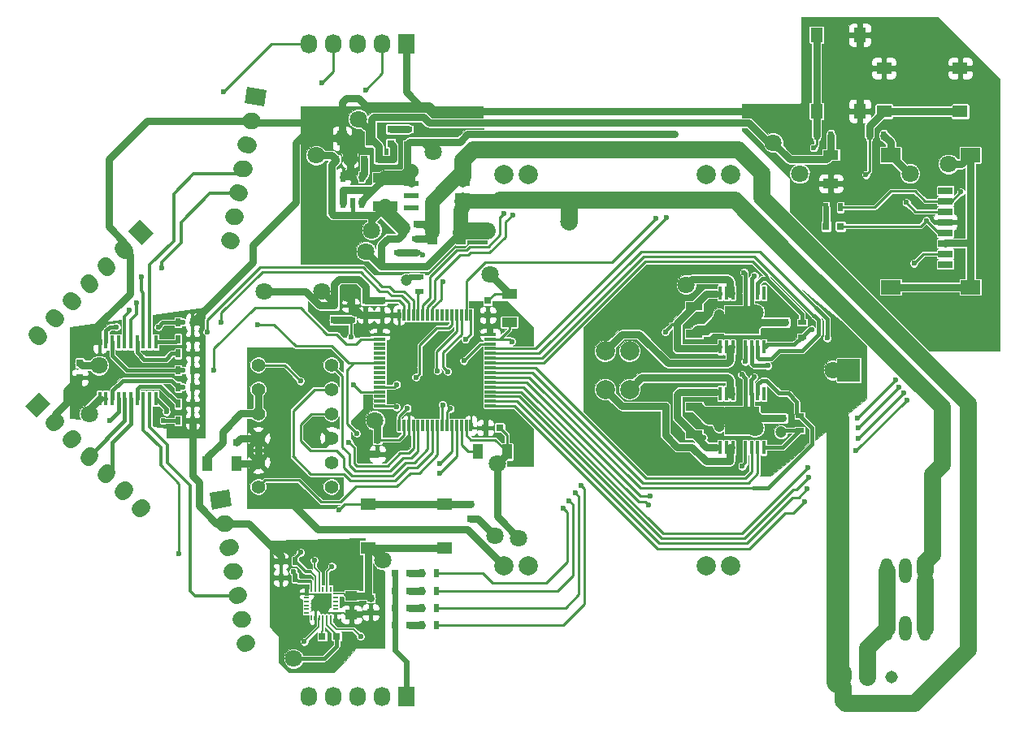
<source format=gbr>
G04 #@! TF.FileFunction,Copper,L1,Top,Signal*
%FSLAX46Y46*%
G04 Gerber Fmt 4.6, Leading zero omitted, Abs format (unit mm)*
G04 Created by KiCad (PCBNEW 4.0.2-stable) date 4/4/2016 10:35:23 AM*
%MOMM*%
G01*
G04 APERTURE LIST*
%ADD10C,0.100000*%
%ADD11R,1.700000X0.900000*%
%ADD12R,1.600000X1.000000*%
%ADD13R,1.000000X1.600000*%
%ADD14R,0.500000X0.900000*%
%ADD15R,0.900000X0.500000*%
%ADD16R,0.797560X0.797560*%
%ADD17C,2.000000*%
%ADD18C,1.727200*%
%ADD19R,0.600000X0.230000*%
%ADD20R,0.230000X0.600000*%
%ADD21R,0.300000X1.200000*%
%ADD22R,1.200000X0.300000*%
%ADD23R,1.500000X0.800000*%
%ADD24R,2.050000X1.500000*%
%ADD25R,0.450000X1.450000*%
%ADD26C,1.308000*%
%ADD27O,1.308000X2.616000*%
%ADD28R,1.550000X1.300000*%
%ADD29R,1.300000X1.550000*%
%ADD30R,2.370000X2.430000*%
%ADD31R,0.800000X0.750000*%
%ADD32R,0.750000X0.800000*%
%ADD33R,0.355600X1.473200*%
%ADD34R,3.581400X2.946400*%
%ADD35C,1.422400*%
%ADD36R,1.250000X1.000000*%
%ADD37R,1.000000X2.500000*%
%ADD38R,2.500000X1.000000*%
%ADD39R,0.550000X1.000000*%
%ADD40R,1.500000X0.550000*%
%ADD41R,1.727200X2.032000*%
%ADD42O,1.727200X2.032000*%
%ADD43C,1.200000*%
%ADD44C,0.600000*%
%ADD45C,1.800000*%
%ADD46C,0.800000*%
%ADD47C,0.400000*%
%ADD48C,1.800000*%
%ADD49C,1.500000*%
%ADD50C,0.600000*%
%ADD51C,0.280000*%
%ADD52C,0.350000*%
%ADD53C,0.200000*%
%ADD54C,2.400000*%
%ADD55C,0.250000*%
%ADD56C,0.025400*%
G04 APERTURE END LIST*
D10*
D11*
X207000000Y-83300000D03*
X207000000Y-86200000D03*
X207000000Y-96700000D03*
X207000000Y-93800000D03*
D12*
X187750000Y-82000000D03*
X187750000Y-85000000D03*
D13*
X184500000Y-98500000D03*
X187500000Y-98500000D03*
D12*
X221250000Y-70525000D03*
X221250000Y-67525000D03*
D13*
X159300000Y-99700000D03*
X156300000Y-99700000D03*
X170300000Y-65800000D03*
X173300000Y-65800000D03*
D14*
X180150000Y-111200000D03*
X178650000Y-111200000D03*
X180150000Y-113000000D03*
X178650000Y-113000000D03*
X180150000Y-114800000D03*
X178650000Y-114800000D03*
D15*
X176200000Y-77750000D03*
X176200000Y-76250000D03*
X178000000Y-76250000D03*
X178000000Y-77750000D03*
D14*
X222250000Y-73000000D03*
X220750000Y-73000000D03*
X154750000Y-88250000D03*
X153250000Y-88250000D03*
X154750000Y-86750000D03*
X153250000Y-86750000D03*
X154750000Y-93500000D03*
X153250000Y-93500000D03*
X154750000Y-95250000D03*
X153250000Y-95250000D03*
X154750000Y-85000000D03*
X153250000Y-85000000D03*
X154750000Y-90000000D03*
X153250000Y-90000000D03*
X154750000Y-91750000D03*
X153250000Y-91750000D03*
D15*
X177200000Y-66350000D03*
X177200000Y-64850000D03*
D14*
X225250000Y-65500000D03*
X226750000Y-65500000D03*
X219750000Y-65500000D03*
X221250000Y-65500000D03*
D15*
X218250000Y-86500000D03*
X218250000Y-85000000D03*
X218000000Y-96250000D03*
X218000000Y-94750000D03*
D14*
X163950000Y-111650000D03*
X165450000Y-111650000D03*
X163950000Y-109900000D03*
X165450000Y-109900000D03*
D15*
X178400000Y-80250000D03*
X178400000Y-81750000D03*
D14*
X180150000Y-116600000D03*
X178650000Y-116600000D03*
D15*
X171250000Y-83250000D03*
X171250000Y-84750000D03*
D16*
X177349300Y-116600000D03*
X175850700Y-116600000D03*
X177349300Y-113000000D03*
X175850700Y-113000000D03*
X177349300Y-114800000D03*
X175850700Y-114800000D03*
X222249300Y-75000000D03*
X220750700Y-75000000D03*
X175400000Y-64850700D03*
X175400000Y-66349300D03*
X177349300Y-111200000D03*
X175850700Y-111200000D03*
D17*
X208270000Y-110375000D03*
X210810000Y-110375000D03*
X189730000Y-110375000D03*
X197730000Y-92000000D03*
X200270000Y-92000000D03*
X187190000Y-110375000D03*
X189730000Y-69625000D03*
X187190000Y-69625000D03*
X208270000Y-69625000D03*
X200270000Y-88000000D03*
X197730000Y-88000000D03*
X210810000Y-69625000D03*
D10*
G36*
X160172672Y-62169818D02*
X160472597Y-60468858D01*
X162473726Y-60821712D01*
X162173801Y-62522672D01*
X160172672Y-62169818D01*
X160172672Y-62169818D01*
G37*
D18*
X160732048Y-63970713D02*
X161032218Y-64023641D01*
X160290981Y-66472124D02*
X160591151Y-66525052D01*
X159849915Y-68973536D02*
X160150085Y-69026464D01*
X159408849Y-71474948D02*
X159709019Y-71527876D01*
X158967782Y-73976359D02*
X159267952Y-74029287D01*
X158526716Y-76477771D02*
X158826886Y-76530699D01*
D10*
G36*
X138504083Y-94940924D02*
X137282768Y-93719609D01*
X138719609Y-92282768D01*
X139940924Y-93504083D01*
X138504083Y-94940924D01*
X138504083Y-94940924D01*
G37*
D18*
X140300135Y-95515661D02*
X140515661Y-95300135D01*
X142096186Y-97311712D02*
X142311712Y-97096186D01*
X143892237Y-99107763D02*
X144107763Y-98892237D01*
X145688288Y-100903814D02*
X145903814Y-100688288D01*
X147484339Y-102699865D02*
X147699865Y-102484339D01*
X149280391Y-104495917D02*
X149495917Y-104280391D01*
D10*
G36*
X148059076Y-75504083D02*
X149280391Y-74282768D01*
X150717232Y-75719609D01*
X149495917Y-76940924D01*
X148059076Y-75504083D01*
X148059076Y-75504083D01*
G37*
D18*
X147484339Y-77300135D02*
X147699865Y-77515661D01*
X145688288Y-79096186D02*
X145903814Y-79311712D01*
X143892237Y-80892237D02*
X144107763Y-81107763D01*
X142096186Y-82688288D02*
X142311712Y-82903814D01*
X140300135Y-84484339D02*
X140515661Y-84699865D01*
X138504083Y-86280391D02*
X138719609Y-86495917D01*
D10*
G36*
X156826199Y-104522672D02*
X156526274Y-102821712D01*
X158527403Y-102468858D01*
X158827328Y-104169818D01*
X156826199Y-104522672D01*
X156826199Y-104522672D01*
G37*
D18*
X157967782Y-106023641D02*
X158267952Y-105970713D01*
X158408849Y-108525052D02*
X158709019Y-108472124D01*
X158849915Y-111026464D02*
X159150085Y-110973536D01*
X159290981Y-113527876D02*
X159591151Y-113474948D01*
X159732048Y-116029287D02*
X160032218Y-115976359D01*
X160173114Y-118530699D02*
X160473284Y-118477771D01*
D19*
X166630000Y-113320000D03*
X166630000Y-113720000D03*
X166630000Y-114120000D03*
X166630000Y-114520000D03*
X166630000Y-114920000D03*
X166630000Y-115320000D03*
D20*
X167130000Y-115820000D03*
X167530000Y-115820000D03*
X167930000Y-115820000D03*
X168330000Y-115820000D03*
X168730000Y-115820000D03*
X169130000Y-115820000D03*
D19*
X169630000Y-115320000D03*
X169630000Y-114920000D03*
X169630000Y-114520000D03*
X169630000Y-114120000D03*
X169630000Y-113720000D03*
X169630000Y-113320000D03*
D20*
X169130000Y-112820000D03*
X168730000Y-112820000D03*
X168330000Y-112820000D03*
X167930000Y-112820000D03*
X167530000Y-112820000D03*
X167130000Y-112820000D03*
D21*
X178249937Y-84249937D03*
D22*
X174249937Y-89249937D03*
X174249937Y-92749938D03*
X174249937Y-93249938D03*
X174249937Y-93749938D03*
D21*
X176249937Y-95749938D03*
X177749937Y-95749938D03*
X178249937Y-95749938D03*
X178749937Y-95749938D03*
X179249937Y-95749938D03*
D22*
X185749938Y-89749937D03*
X185749938Y-89249937D03*
X185749938Y-88749937D03*
X185749938Y-88249937D03*
X185749938Y-87749937D03*
X185749938Y-87249937D03*
D21*
X183749938Y-84249937D03*
X183249938Y-84249937D03*
X180749938Y-95749938D03*
X181249938Y-95749938D03*
X181749938Y-95749938D03*
X180749938Y-84249937D03*
X180249938Y-84249937D03*
X179749937Y-84249937D03*
X179249937Y-84249937D03*
X178749937Y-84249937D03*
X177749937Y-84249937D03*
X177249937Y-84249937D03*
X182249938Y-95749938D03*
X182749938Y-95749938D03*
D22*
X185749938Y-93749938D03*
X185749938Y-93249938D03*
X185749938Y-92749938D03*
X185749938Y-92249938D03*
X174249937Y-89749937D03*
X174249937Y-90249938D03*
X174249937Y-90749938D03*
X174249937Y-91249938D03*
D21*
X179749937Y-95749938D03*
X180249938Y-95749938D03*
D22*
X185749938Y-91749938D03*
X185749938Y-91249938D03*
X185749938Y-90749938D03*
X185749938Y-90249938D03*
D21*
X182749938Y-84249937D03*
X182249938Y-84249937D03*
X181749938Y-84249937D03*
D22*
X174249937Y-86749937D03*
X174249937Y-87249937D03*
X174249937Y-87749937D03*
D21*
X181249938Y-84249937D03*
D22*
X174249937Y-88249937D03*
X174249937Y-88749937D03*
X174249937Y-86249937D03*
D21*
X183249938Y-95749938D03*
D22*
X185749938Y-86749937D03*
X174249937Y-92249938D03*
D21*
X177249937Y-95749938D03*
X183749938Y-95749938D03*
D22*
X185749938Y-86249937D03*
D21*
X176249937Y-84249937D03*
D22*
X174249937Y-91749938D03*
D21*
X176749937Y-95749938D03*
X176749937Y-84249937D03*
D23*
X233175000Y-71250000D03*
X233175000Y-72350000D03*
X233175000Y-73450000D03*
X233175000Y-74550000D03*
X233175000Y-75650000D03*
X233175000Y-76750000D03*
X233175000Y-77850000D03*
X233175000Y-78950000D03*
D24*
X235775000Y-67575000D03*
X227475000Y-67575000D03*
X227475000Y-81325000D03*
X235775000Y-81325000D03*
D25*
X145075000Y-92950000D03*
X145725000Y-92950000D03*
X146375000Y-92950000D03*
X147025000Y-92950000D03*
X147675000Y-92950000D03*
X148325000Y-92950000D03*
X148975000Y-92950000D03*
X149625000Y-92950000D03*
X150275000Y-92950000D03*
X150925000Y-92950000D03*
X150925000Y-87050000D03*
X150275000Y-87050000D03*
X149625000Y-87050000D03*
X148975000Y-87050000D03*
X148325000Y-87050000D03*
X147675000Y-87050000D03*
X147025000Y-87050000D03*
X146375000Y-87050000D03*
X145725000Y-87050000D03*
X145075000Y-87050000D03*
D26*
X227540000Y-122000000D03*
X225000000Y-122000000D03*
X222460000Y-122000000D03*
D27*
X227027500Y-110952500D03*
X229027500Y-110952500D03*
X231027500Y-110952500D03*
X227027500Y-116952500D03*
X229027500Y-116952500D03*
X231027500Y-116952500D03*
D28*
X173025000Y-108500000D03*
X173025000Y-104000000D03*
X180975000Y-104000000D03*
X180975000Y-108500000D03*
X234725000Y-58500000D03*
X234725000Y-63000000D03*
X226775000Y-63000000D03*
X226775000Y-58500000D03*
D29*
X224250000Y-62975000D03*
X219750000Y-62975000D03*
X219750000Y-55025000D03*
X224250000Y-55025000D03*
D30*
X223120000Y-90000000D03*
X216880000Y-90000000D03*
D31*
X172650000Y-68000000D03*
X174150000Y-68000000D03*
X171150000Y-68000000D03*
X169650000Y-68000000D03*
X177150000Y-68000000D03*
X175650000Y-68000000D03*
X159350000Y-97500000D03*
X157850000Y-97500000D03*
X168250000Y-117750000D03*
X169750000Y-117750000D03*
D32*
X173300000Y-115250000D03*
X173300000Y-113750000D03*
X216250000Y-93500000D03*
X216250000Y-95000000D03*
X216500000Y-86500000D03*
X216500000Y-85000000D03*
X143000000Y-90750000D03*
X143000000Y-89250000D03*
X183750000Y-104000000D03*
X183750000Y-105500000D03*
X169500000Y-84750000D03*
X169500000Y-83250000D03*
X174500000Y-82750000D03*
X174500000Y-84250000D03*
X172750000Y-84250000D03*
X172750000Y-82750000D03*
X174000000Y-97250000D03*
X174000000Y-98750000D03*
D31*
X186750000Y-96000000D03*
X185250000Y-96000000D03*
D32*
X185500000Y-82750000D03*
X185500000Y-84250000D03*
D31*
X178150000Y-74800000D03*
X176650000Y-74800000D03*
D33*
X209724160Y-87569400D03*
X210374400Y-87569400D03*
X211024641Y-87569400D03*
X211674881Y-87569400D03*
X212325119Y-87569400D03*
X212975359Y-87569400D03*
X213625600Y-87569400D03*
X214275840Y-87569400D03*
X214275840Y-81930600D03*
X213625600Y-81930600D03*
X212975359Y-81930600D03*
X212325119Y-81930600D03*
X211674881Y-81930600D03*
X211024641Y-81930600D03*
X210374400Y-81930600D03*
X209724160Y-81930600D03*
D34*
X212000000Y-84750000D03*
D33*
X209724160Y-98069400D03*
X210374400Y-98069400D03*
X211024641Y-98069400D03*
X211674881Y-98069400D03*
X212325119Y-98069400D03*
X212975359Y-98069400D03*
X213625600Y-98069400D03*
X214275840Y-98069400D03*
X214275840Y-92430600D03*
X213625600Y-92430600D03*
X212975359Y-92430600D03*
X212325119Y-92430600D03*
X211674881Y-92430600D03*
X211024641Y-92430600D03*
X210374400Y-92430600D03*
X209724160Y-92430600D03*
D34*
X212000000Y-95250000D03*
D35*
X161590000Y-91990000D03*
X161590000Y-89450000D03*
X169210000Y-89450000D03*
X169210000Y-94530000D03*
X169210000Y-102150000D03*
X161590000Y-94530000D03*
X169210000Y-99610000D03*
X161590000Y-102150000D03*
X169210000Y-91990000D03*
X161590000Y-97070000D03*
X169210000Y-97070000D03*
X161590000Y-99610000D03*
D36*
X171300000Y-115500000D03*
X171300000Y-113500000D03*
D37*
X179700000Y-75600000D03*
X182700000Y-75600000D03*
D38*
X174800000Y-69900000D03*
X174800000Y-72900000D03*
D39*
X172349938Y-72550063D03*
X171399937Y-72550063D03*
X170449937Y-72550063D03*
X172349938Y-69850062D03*
X170449937Y-69850062D03*
D40*
X182900063Y-71835063D03*
X177500062Y-71835063D03*
X182900063Y-73105063D03*
X182900063Y-70565062D03*
X182900063Y-69295062D03*
X177500062Y-70565062D03*
X177500062Y-69295062D03*
X177500062Y-73105063D03*
D41*
X177000000Y-124000000D03*
D42*
X174460000Y-124000000D03*
X171920000Y-124000000D03*
X169380000Y-124000000D03*
X166840000Y-124000000D03*
D41*
X177000000Y-56000000D03*
D42*
X174460000Y-56000000D03*
X171920000Y-56000000D03*
X169380000Y-56000000D03*
X166840000Y-56000000D03*
D43*
X209640000Y-95810000D03*
X209630000Y-84280000D03*
D44*
X213270000Y-80140000D03*
X212200000Y-79800000D03*
D45*
X221500000Y-90000000D03*
X174600000Y-109800000D03*
D43*
X177000000Y-80600000D03*
D45*
X167600000Y-67600000D03*
X172000000Y-63800000D03*
D44*
X188000000Y-87000000D03*
X176000000Y-91500000D03*
D45*
X186250000Y-107250000D03*
X186500000Y-99750000D03*
X188750000Y-107500000D03*
X173750000Y-95250000D03*
X168250000Y-81750000D03*
X162250000Y-81750000D03*
X185750000Y-80000000D03*
X194000000Y-74500000D03*
D44*
X213250000Y-90690000D03*
X211970000Y-90460000D03*
D45*
X218000000Y-69500000D03*
X215225000Y-66275000D03*
D44*
X152020000Y-94340000D03*
D45*
X165270000Y-120080000D03*
D44*
X166380000Y-118290000D03*
X169260000Y-110450000D03*
X167430000Y-109830000D03*
D45*
X145000000Y-89500000D03*
X233500000Y-68500000D03*
X229500000Y-69500000D03*
X144000000Y-94600000D03*
X172800000Y-77600000D03*
X185400000Y-75400000D03*
X173400000Y-75400000D03*
X213342500Y-84015000D03*
X213342500Y-95985000D03*
D44*
X177100000Y-93970000D03*
X175980000Y-93850000D03*
D43*
X216060000Y-96450000D03*
D44*
X219240000Y-85750000D03*
D43*
X227660000Y-78910000D03*
D44*
X163250000Y-108500000D03*
X172750000Y-98750000D03*
D45*
X171000000Y-82000000D03*
X168500000Y-75500000D03*
X215375000Y-63575000D03*
D44*
X183180000Y-86780000D03*
X172750000Y-60750000D03*
X183010000Y-89010000D03*
X168250000Y-60000000D03*
X158000000Y-61000000D03*
X161500000Y-85250000D03*
X170030000Y-104530000D03*
X171840000Y-96590000D03*
D45*
X163860000Y-94800000D03*
X164250000Y-103020000D03*
X179800000Y-67200000D03*
D44*
X205000000Y-65400000D03*
D43*
X215470000Y-86240000D03*
X215340000Y-93600000D03*
X216280000Y-91250000D03*
D44*
X171500000Y-91500000D03*
X171250000Y-86500000D03*
X224125000Y-97075000D03*
X228800000Y-92400000D03*
X218800000Y-102400000D03*
X231200000Y-74400000D03*
X223850000Y-98400000D03*
X229150000Y-93100000D03*
X218500000Y-103750000D03*
X234800000Y-71400000D03*
X224010000Y-95010000D03*
X228000000Y-91000000D03*
X229100000Y-72500000D03*
X218885000Y-100135000D03*
X224075000Y-96025000D03*
X228350000Y-91750000D03*
X229900000Y-78850000D03*
X218900000Y-101200000D03*
X202390000Y-103160000D03*
X187200000Y-73630000D03*
X180250000Y-90050000D03*
X194600000Y-102800000D03*
X181330000Y-90130000D03*
X195200000Y-102000000D03*
X208000000Y-97000000D03*
X212000000Y-100000000D03*
X212310000Y-89100000D03*
X204000000Y-86000000D03*
X180500000Y-100750000D03*
X166000000Y-109000000D03*
X178030000Y-90720000D03*
X165250000Y-111000000D03*
X224900000Y-69600000D03*
X204150000Y-74100000D03*
X219450000Y-66800000D03*
X203000000Y-74150000D03*
X153750000Y-91750000D03*
X157000000Y-90000000D03*
X153750000Y-90000000D03*
X156250000Y-86000000D03*
X153750000Y-85000000D03*
X157750000Y-85000000D03*
X151170000Y-85490000D03*
X146820000Y-85490000D03*
X146080000Y-95250000D03*
X151710000Y-95250000D03*
X180800000Y-80800000D03*
X178750000Y-78000000D03*
X188090000Y-73800000D03*
X214660000Y-89530000D03*
X220860000Y-86650000D03*
X202290000Y-104090000D03*
X180500000Y-99750000D03*
X172250000Y-117750000D03*
X171030000Y-97520000D03*
X166000000Y-91120000D03*
X153325000Y-109175000D03*
X149400000Y-80275000D03*
X151525000Y-79325000D03*
X148900000Y-83000000D03*
X148175000Y-83700000D03*
D45*
X206165000Y-81085000D03*
D44*
X193400000Y-104400000D03*
X181600000Y-94000000D03*
X194000000Y-103600000D03*
X180800000Y-93600000D03*
D46*
X208565000Y-94735000D02*
X211485000Y-94735000D01*
X211485000Y-94735000D02*
X212000000Y-95250000D01*
X212000000Y-95250000D02*
X211040000Y-95250000D01*
X211040000Y-95250000D02*
X209950000Y-94160000D01*
X209950000Y-94160000D02*
X207990000Y-94160000D01*
X207000000Y-93800000D02*
X207630000Y-93800000D01*
X207630000Y-93800000D02*
X207990000Y-94160000D01*
X207990000Y-94160000D02*
X208565000Y-94735000D01*
X208565000Y-94735000D02*
X209640000Y-95810000D01*
X207630000Y-93800000D02*
X209640000Y-95810000D01*
X212000000Y-95250000D02*
X208450000Y-95250000D01*
X208450000Y-95250000D02*
X207000000Y-93800000D01*
X212000000Y-84750000D02*
X210190000Y-84750000D01*
X210190000Y-84750000D02*
X209710000Y-85230000D01*
X212000000Y-84750000D02*
X210100000Y-84750000D01*
X208250000Y-85660000D02*
X209630000Y-84280000D01*
X207340000Y-85660000D02*
X208250000Y-85660000D01*
D47*
X209630000Y-84280000D02*
X207710000Y-86200000D01*
D46*
X210100000Y-84750000D02*
X209630000Y-84280000D01*
X211090000Y-85660000D02*
X210060000Y-85660000D01*
X207340000Y-85660000D02*
X210060000Y-85660000D01*
X207340000Y-85660000D02*
X207000000Y-86000000D01*
X211090000Y-85660000D02*
X212000000Y-84750000D01*
X207000000Y-86200000D02*
X207000000Y-86000000D01*
D47*
X212975359Y-81930600D02*
X212975359Y-80434641D01*
X212975359Y-80434641D02*
X213270000Y-80140000D01*
X212325119Y-81930600D02*
X212325119Y-79925119D01*
X212325119Y-79925119D02*
X212200000Y-79800000D01*
X207000000Y-86200000D02*
X207710000Y-86200000D01*
D48*
X231027500Y-110952500D02*
X231027500Y-109972500D01*
X231027500Y-109972500D02*
X231800000Y-109200000D01*
D49*
X221500000Y-90000000D02*
X223120000Y-90000000D01*
D48*
X231027500Y-116952500D02*
X231027500Y-111952500D01*
X231800000Y-103000000D02*
X231800000Y-109200000D01*
D46*
X173025000Y-108500000D02*
X173300000Y-108500000D01*
X173300000Y-108500000D02*
X174600000Y-109800000D01*
D50*
X178400000Y-80250000D02*
X177350000Y-80250000D01*
X177350000Y-80250000D02*
X177000000Y-80600000D01*
D46*
X169250000Y-67600000D02*
X167600000Y-67600000D01*
X169650000Y-68000000D02*
X169250000Y-67600000D01*
X172800000Y-64600000D02*
X172000000Y-63800000D01*
X172800000Y-64600000D02*
X173400000Y-64600000D01*
D50*
X177000000Y-124000000D02*
X177000000Y-120400000D01*
X175850700Y-119250700D02*
X175850700Y-116600000D01*
X177000000Y-120400000D02*
X175850700Y-119250700D01*
X175850700Y-111200000D02*
X175850700Y-113000000D01*
X175850700Y-113000000D02*
X175850700Y-114800000D01*
X175850700Y-114800000D02*
X175850700Y-116600000D01*
D51*
X185749938Y-86749937D02*
X187749937Y-86749937D01*
X187749937Y-86749937D02*
X188000000Y-87000000D01*
X174249937Y-91749938D02*
X175750062Y-91749938D01*
X175750062Y-91749938D02*
X176000000Y-91500000D01*
D46*
X183750000Y-105500000D02*
X184500000Y-105500000D01*
X184500000Y-105500000D02*
X186250000Y-107250000D01*
X173025000Y-108500000D02*
X180975000Y-108500000D01*
X173025000Y-108500000D02*
X173025000Y-113475000D01*
X173025000Y-113475000D02*
X173300000Y-113750000D01*
X186500000Y-99750000D02*
X186500000Y-105250000D01*
X187500000Y-98750000D02*
X186500000Y-99750000D01*
X186500000Y-105250000D02*
X188750000Y-107500000D01*
X187500000Y-98500000D02*
X187500000Y-98750000D01*
X174000000Y-97250000D02*
X174000000Y-95500000D01*
X174000000Y-95500000D02*
X173750000Y-95250000D01*
X169500000Y-83250000D02*
X169500000Y-83000000D01*
X169500000Y-83000000D02*
X168250000Y-81750000D01*
X169500000Y-83250000D02*
X168000000Y-83250000D01*
X166500000Y-81750000D02*
X162250000Y-81750000D01*
X168000000Y-83250000D02*
X166500000Y-81750000D01*
X169500000Y-83250000D02*
X169500000Y-81000000D01*
X172750000Y-81250000D02*
X172750000Y-82750000D01*
X172000000Y-80500000D02*
X172750000Y-81250000D01*
X170000000Y-80500000D02*
X172000000Y-80500000D01*
X169500000Y-81000000D02*
X170000000Y-80500000D01*
X174500000Y-82750000D02*
X172750000Y-82750000D01*
D51*
X176749937Y-84249937D02*
X176749937Y-83249937D01*
X176250000Y-82750000D02*
X174500000Y-82750000D01*
X176749937Y-83249937D02*
X176250000Y-82750000D01*
D46*
X187750000Y-82000000D02*
X185750000Y-80000000D01*
D51*
X187750000Y-82000000D02*
X186250000Y-82000000D01*
X186250000Y-82000000D02*
X185500000Y-82750000D01*
X185749938Y-86749937D02*
X186749937Y-86749937D01*
X187750000Y-85749874D02*
X187750000Y-85000000D01*
X186749937Y-86749937D02*
X187750000Y-85749874D01*
X183249938Y-95749938D02*
X183249938Y-96749938D01*
X186250000Y-97250000D02*
X187500000Y-98500000D01*
X183750000Y-97250000D02*
X186250000Y-97250000D01*
X183249938Y-96749938D02*
X183750000Y-97250000D01*
X187500000Y-98500000D02*
X187500000Y-96750000D01*
X187500000Y-96750000D02*
X186750000Y-96000000D01*
X176749937Y-95749938D02*
X176749937Y-96750063D01*
X176250000Y-97250000D02*
X174000000Y-97250000D01*
X176749937Y-96750063D02*
X176250000Y-97250000D01*
D48*
X194000000Y-72200000D02*
X194000000Y-74500000D01*
D52*
X211552500Y-95985000D02*
X212447500Y-95985000D01*
X207000000Y-86200000D02*
X208472500Y-86200000D01*
X208472500Y-86200000D02*
X210657500Y-84015000D01*
D47*
X210657500Y-84015000D02*
X213342500Y-84015000D01*
X210657500Y-85485000D02*
X213342500Y-85485000D01*
X210657500Y-94515000D02*
X213342500Y-94515000D01*
X210657500Y-95985000D02*
X213342500Y-95985000D01*
X211552500Y-95985000D02*
X213342500Y-95985000D01*
X212975000Y-92475000D02*
X212960000Y-92460000D01*
X212960000Y-92460000D02*
X212960000Y-90980000D01*
X212960000Y-90980000D02*
X213250000Y-90690000D01*
X212325000Y-92475000D02*
X212330000Y-92470000D01*
X212330000Y-92470000D02*
X212330000Y-90820000D01*
X212330000Y-90820000D02*
X211970000Y-90460000D01*
X212325000Y-81975000D02*
X212310000Y-81960000D01*
X213342500Y-84015000D02*
X212975000Y-83647500D01*
X212975000Y-83647500D02*
X212975000Y-81975000D01*
X212447500Y-84015000D02*
X212325000Y-83892500D01*
X212325000Y-83892500D02*
X212325000Y-81975000D01*
X213342500Y-94515000D02*
X212975000Y-94147500D01*
X212975000Y-94147500D02*
X212975000Y-92475000D01*
X212447500Y-94515000D02*
X212325000Y-94392500D01*
X212325000Y-94392500D02*
X212325000Y-92475000D01*
D46*
X221250000Y-67525000D02*
X220775000Y-68000000D01*
X220775000Y-68000000D02*
X216950000Y-68000000D01*
X216950000Y-68000000D02*
X215225000Y-66275000D01*
X212700000Y-64200000D02*
X214775000Y-66275000D01*
X214775000Y-66275000D02*
X215225000Y-66275000D01*
X178800000Y-63600000D02*
X179400000Y-64200000D01*
X173600000Y-63600000D02*
X178800000Y-63600000D01*
X173400000Y-64600000D02*
X173400000Y-63800000D01*
X173400000Y-63800000D02*
X173600000Y-63600000D01*
X179400000Y-64200000D02*
X212700000Y-64200000D01*
X173400000Y-65700000D02*
X173400000Y-64600000D01*
D47*
X150925000Y-92950000D02*
X152020000Y-94045000D01*
X152020000Y-94045000D02*
X152020000Y-94340000D01*
D46*
X157850000Y-97500000D02*
X156300000Y-99050000D01*
X156300000Y-99050000D02*
X156300000Y-99700000D01*
X159750000Y-94500000D02*
X157850000Y-96400000D01*
X161560000Y-94500000D02*
X159750000Y-94500000D01*
X157850000Y-96400000D02*
X157850000Y-97500000D01*
X161590000Y-94530000D02*
X161560000Y-94500000D01*
X161590000Y-91990000D02*
X161590000Y-94530000D01*
D47*
X169770000Y-118770000D02*
X168460000Y-120080000D01*
X169770000Y-117770000D02*
X169770000Y-118770000D01*
X168460000Y-120080000D02*
X165270000Y-120080000D01*
X169750000Y-117750000D02*
X169770000Y-117770000D01*
D53*
X166380000Y-118290000D02*
X167920000Y-116750000D01*
X167920000Y-116750000D02*
X167920000Y-115830000D01*
X167930000Y-115820000D02*
X167920000Y-115830000D01*
X169750000Y-117640000D02*
X168730000Y-116620000D01*
X168730000Y-116620000D02*
X168730000Y-115820000D01*
X169750000Y-117640000D02*
X169750000Y-117750000D01*
X170700000Y-113500000D02*
X170520000Y-113320000D01*
X170520000Y-113320000D02*
X169630000Y-113320000D01*
X170700000Y-113500000D02*
X171300000Y-113500000D01*
D46*
X173300000Y-113750000D02*
X173050000Y-113500000D01*
X173050000Y-113500000D02*
X171300000Y-113500000D01*
D53*
X169260000Y-110450000D02*
X168730000Y-110980000D01*
X168730000Y-110980000D02*
X168730000Y-112820000D01*
X167930000Y-111100000D02*
X167430000Y-110600000D01*
X167430000Y-110600000D02*
X167430000Y-109830000D01*
X167930000Y-112820000D02*
X167930000Y-111100000D01*
X167930000Y-111100000D02*
X167930000Y-111090000D01*
D46*
X143000000Y-89250000D02*
X143250000Y-89500000D01*
X143250000Y-89500000D02*
X145000000Y-89500000D01*
X235775000Y-67575000D02*
X234850000Y-68500000D01*
X234850000Y-68500000D02*
X233500000Y-68500000D01*
X226750000Y-65500000D02*
X227475000Y-66225000D01*
X227475000Y-66225000D02*
X227475000Y-67575000D01*
X227475000Y-67575000D02*
X229400000Y-69500000D01*
X229400000Y-69500000D02*
X229500000Y-69500000D01*
X227475000Y-67575000D02*
X227400000Y-67500000D01*
X221250000Y-65500000D02*
X221250000Y-67525000D01*
X233175000Y-76750000D02*
X233200000Y-76725000D01*
X233200000Y-76725000D02*
X235775000Y-76725000D01*
X235775000Y-81325000D02*
X235775000Y-76725000D01*
X235775000Y-76725000D02*
X235775000Y-67575000D01*
X227475000Y-81325000D02*
X235775000Y-81325000D01*
D48*
X217112500Y-78112500D02*
X232800000Y-93800000D01*
X232800000Y-93800000D02*
X232800000Y-97075000D01*
X217112500Y-78112500D02*
X211200000Y-72200000D01*
D47*
X145075000Y-92950000D02*
X145725000Y-92950000D01*
D46*
X144000000Y-94025000D02*
X145075000Y-92950000D01*
X144000000Y-94600000D02*
X144000000Y-94025000D01*
X174400000Y-79200000D02*
X172800000Y-77600000D01*
D48*
X182700000Y-75600000D02*
X182900000Y-75400000D01*
X182900000Y-75400000D02*
X185400000Y-75400000D01*
D46*
X174800000Y-72900000D02*
X173400000Y-74300000D01*
X173400000Y-74300000D02*
X173400000Y-75400000D01*
X173300000Y-65800000D02*
X173400000Y-65700000D01*
X175400000Y-66349300D02*
X175650000Y-66599300D01*
X175650000Y-66599300D02*
X175650000Y-68000000D01*
X175650000Y-68000000D02*
X175600000Y-67950000D01*
X174150000Y-68000000D02*
X175650000Y-68000000D01*
X173300000Y-65800000D02*
X174150000Y-66650000D01*
X174150000Y-66650000D02*
X174150000Y-68000000D01*
X169650000Y-68150000D02*
X169200000Y-68600000D01*
X169200000Y-73600000D02*
X169200000Y-68600000D01*
X169400000Y-73800000D02*
X171400000Y-73800000D01*
X169400000Y-73800000D02*
X169200000Y-73600000D01*
X169650000Y-68150000D02*
X169650000Y-68000000D01*
D47*
X171399937Y-72550063D02*
X171400000Y-72550126D01*
X171400000Y-72550126D02*
X171400000Y-73800000D01*
D46*
X174800000Y-72900000D02*
X173900000Y-73800000D01*
X173900000Y-73800000D02*
X171400000Y-73800000D01*
D49*
X176650000Y-75200000D02*
X174800000Y-73350000D01*
X174800000Y-73350000D02*
X174800000Y-72900000D01*
D46*
X176200000Y-76250000D02*
X176650000Y-75800000D01*
X176650000Y-75800000D02*
X176650000Y-75200000D01*
X176650000Y-75200000D02*
X176650000Y-74800000D01*
X175000000Y-76400000D02*
X175150000Y-76250000D01*
X174400000Y-77000000D02*
X175000000Y-76400000D01*
X182700000Y-75600000D02*
X179100000Y-79200000D01*
X179100000Y-79200000D02*
X174400000Y-79200000D01*
X174400000Y-79200000D02*
X174400000Y-77000000D01*
X175150000Y-76250000D02*
X176200000Y-76250000D01*
D49*
X182900063Y-73105063D02*
X182700000Y-73305126D01*
X182700000Y-73305126D02*
X182700000Y-75600000D01*
D46*
X182900063Y-73105063D02*
X183000000Y-73005126D01*
X183000000Y-73005126D02*
X183000000Y-72400000D01*
X183000000Y-72400000D02*
X182800000Y-72400000D01*
X182900063Y-71835063D02*
X182800000Y-71935126D01*
X182800000Y-71935126D02*
X182800000Y-72400000D01*
X182800000Y-72400000D02*
X182800000Y-72400000D01*
D49*
X186800000Y-72200000D02*
X186600000Y-72400000D01*
D48*
X186800000Y-72200000D02*
X194000000Y-72200000D01*
X194000000Y-72200000D02*
X211200000Y-72200000D01*
D49*
X186600000Y-72400000D02*
X182800000Y-72400000D01*
D46*
X213342500Y-94515000D02*
X213827500Y-95000000D01*
X213827500Y-95000000D02*
X216250000Y-95000000D01*
X213342500Y-85485000D02*
X213827500Y-85000000D01*
X213827500Y-85000000D02*
X216500000Y-85000000D01*
D48*
X232800000Y-97075000D02*
X232800000Y-99800000D01*
X231800000Y-100800000D02*
X232800000Y-99800000D01*
X231800000Y-103000000D02*
X231800000Y-100800000D01*
D51*
X176249937Y-95749938D02*
X176249937Y-94820063D01*
X176249937Y-94820063D02*
X177100000Y-93970000D01*
X174249937Y-93749938D02*
X175879938Y-93749938D01*
X175879938Y-93749938D02*
X175980000Y-93850000D01*
D47*
X218000000Y-96250000D02*
X216260000Y-96250000D01*
X216260000Y-96250000D02*
X216060000Y-96450000D01*
X214275000Y-98025000D02*
X216225000Y-98025000D01*
X216225000Y-98025000D02*
X218000000Y-96250000D01*
D51*
X219240000Y-85750000D02*
X219000000Y-85750000D01*
X219000000Y-85750000D02*
X218250000Y-86500000D01*
D46*
X170300000Y-65800000D02*
X170300000Y-62100000D01*
X172000000Y-61600000D02*
X172800000Y-62400000D01*
X170800000Y-61600000D02*
X172000000Y-61600000D01*
X170300000Y-62100000D02*
X170800000Y-61600000D01*
X174000000Y-98750000D02*
X172750000Y-98750000D01*
X163250000Y-108500000D02*
X163175000Y-108575000D01*
X163175000Y-108575000D02*
X163250000Y-108500000D01*
X163250000Y-108500000D02*
X163250000Y-108650000D01*
X171250000Y-82250000D02*
X171000000Y-82000000D01*
X171250000Y-83250000D02*
X171250000Y-82250000D01*
X172750000Y-84250000D02*
X172250000Y-84250000D01*
X172250000Y-84250000D02*
X171250000Y-83250000D01*
X174500000Y-84250000D02*
X172750000Y-84250000D01*
D51*
X176249937Y-84249937D02*
X174500063Y-84249937D01*
X174500063Y-84249937D02*
X174500000Y-84250000D01*
X185500000Y-84250000D02*
X185500000Y-85999999D01*
X185500000Y-85999999D02*
X185749938Y-86249937D01*
X185250000Y-96000000D02*
X184000000Y-96000000D01*
X184000000Y-96000000D02*
X183749938Y-95749938D01*
X177249937Y-95749938D02*
X177249937Y-97500063D01*
X175250000Y-98750000D02*
X174000000Y-98750000D01*
X176000000Y-98000000D02*
X175250000Y-98750000D01*
X176750000Y-98000000D02*
X176000000Y-98000000D01*
X177249937Y-97500063D02*
X176750000Y-98000000D01*
D47*
X218250000Y-86500000D02*
X219000000Y-85750000D01*
X214435000Y-87525000D02*
X214640000Y-87320000D01*
X217430000Y-87320000D02*
X214640000Y-87320000D01*
X217430000Y-87320000D02*
X218250000Y-86500000D01*
X214435000Y-87525000D02*
X214275000Y-87525000D01*
X218250000Y-86690000D02*
X218250000Y-86500000D01*
X214275000Y-87525000D02*
X214280000Y-87530000D01*
D46*
X154750000Y-85000000D02*
X161000000Y-78750000D01*
X165500000Y-66300000D02*
X167600000Y-64200000D01*
X165500000Y-72500000D02*
X165500000Y-66300000D01*
X161000000Y-77000000D02*
X165500000Y-72500000D01*
X161000000Y-78750000D02*
X161000000Y-77000000D01*
X154750000Y-95250000D02*
X154750000Y-101000000D01*
X154750000Y-101000000D02*
X154750000Y-100750000D01*
X154750000Y-100750000D02*
X154750000Y-101000000D01*
D53*
X167050000Y-116960000D02*
X167530000Y-116480000D01*
X165580000Y-116960000D02*
X167050000Y-116960000D01*
X164730000Y-113320000D02*
X165530000Y-114120000D01*
X165530000Y-114120000D02*
X165530000Y-116910000D01*
X165530000Y-116910000D02*
X165580000Y-116960000D01*
X167530000Y-116480000D02*
X167530000Y-115820000D01*
X171300000Y-115500000D02*
X171550000Y-115250000D01*
X171550000Y-115250000D02*
X173300000Y-115250000D01*
X170690000Y-115500000D02*
X170500000Y-115310000D01*
X170500000Y-115310000D02*
X169640000Y-115310000D01*
X170690000Y-115500000D02*
X171300000Y-115500000D01*
X169630000Y-115320000D02*
X169640000Y-115310000D01*
X164730000Y-113320000D02*
X163950000Y-112540000D01*
X166630000Y-113320000D02*
X164730000Y-113320000D01*
X163950000Y-112540000D02*
X163950000Y-111650000D01*
D46*
X224250000Y-62975000D02*
X224250000Y-55025000D01*
X213625000Y-63000000D02*
X214200000Y-63575000D01*
X214200000Y-63575000D02*
X215375000Y-63575000D01*
X155400000Y-104175000D02*
X157222177Y-105997177D01*
X157222177Y-105997177D02*
X158117867Y-105997177D01*
X154750000Y-101000000D02*
X155400000Y-101650000D01*
X155400000Y-101650000D02*
X155400000Y-104175000D01*
X160600000Y-106000000D02*
X163250000Y-108650000D01*
X163250000Y-108650000D02*
X163950000Y-109350000D01*
X158120690Y-106000000D02*
X160600000Y-106000000D01*
X163950000Y-109350000D02*
X163950000Y-109900000D01*
X158117867Y-105997177D02*
X158120690Y-106000000D01*
X158117867Y-105997177D02*
X158420690Y-106300000D01*
X158117867Y-105997177D02*
X158115044Y-106000000D01*
X140407898Y-94592102D02*
X141600000Y-93400000D01*
X141600000Y-92150000D02*
X141600000Y-93400000D01*
X141600000Y-92150000D02*
X143000000Y-90750000D01*
X140407898Y-94592102D02*
X140407898Y-95407898D01*
X148200000Y-82000000D02*
X144800000Y-85400000D01*
X148200000Y-78015796D02*
X148200000Y-82000000D01*
X144800000Y-85400000D02*
X144800000Y-86775000D01*
X147592102Y-77407898D02*
X148200000Y-78015796D01*
D47*
X145075000Y-87050000D02*
X144800000Y-86775000D01*
X144800000Y-86775000D02*
X144800000Y-86000000D01*
D46*
X147592102Y-76592102D02*
X146000000Y-75000000D01*
X146000000Y-68000000D02*
X146000000Y-75000000D01*
X150000000Y-64000000D02*
X160879310Y-64000000D01*
X150000000Y-64000000D02*
X146000000Y-68000000D01*
X147592102Y-76592102D02*
X147592102Y-77407898D01*
X160882133Y-63997177D02*
X160879310Y-64000000D01*
X167600000Y-64200000D02*
X169200000Y-65800000D01*
X161084956Y-64200000D02*
X167600000Y-64200000D01*
X169200000Y-65800000D02*
X170300000Y-65800000D01*
X160882133Y-63997177D02*
X161084956Y-64200000D01*
X178400000Y-62400000D02*
X177000000Y-61000000D01*
X177000000Y-61000000D02*
X177000000Y-56000000D01*
X179400000Y-62400000D02*
X180000000Y-63000000D01*
X172800000Y-62400000D02*
X178400000Y-62400000D01*
X178400000Y-62400000D02*
X179400000Y-62400000D01*
X180000000Y-63000000D02*
X213625000Y-63000000D01*
D49*
X170300000Y-65800000D02*
X171150000Y-66650000D01*
X171150000Y-66650000D02*
X171150000Y-68000000D01*
D46*
X170449937Y-69850062D02*
X171150000Y-69149999D01*
X171150000Y-69149999D02*
X171150000Y-68000000D01*
D51*
X183749938Y-84249937D02*
X183749938Y-86210062D01*
X183749938Y-86210062D02*
X183180000Y-86780000D01*
X174460000Y-59040000D02*
X174460000Y-56000000D01*
X172750000Y-60750000D02*
X174460000Y-59040000D01*
X184770063Y-87249937D02*
X185749938Y-87249937D01*
X183010000Y-89010000D02*
X184770063Y-87249937D01*
X169380000Y-58870000D02*
X169380000Y-56000000D01*
X168250000Y-60000000D02*
X169380000Y-58870000D01*
D46*
X173025000Y-104000000D02*
X180975000Y-104000000D01*
X180975000Y-104000000D02*
X183750000Y-104000000D01*
D51*
X173025000Y-104000000D02*
X170560000Y-104000000D01*
X170560000Y-104000000D02*
X170030000Y-104530000D01*
X171750000Y-89249937D02*
X170999937Y-89249937D01*
X163000000Y-56000000D02*
X166840000Y-56000000D01*
X158000000Y-61000000D02*
X163000000Y-56000000D01*
X163250000Y-85250000D02*
X161500000Y-85250000D01*
X165500000Y-87500000D02*
X163250000Y-85250000D01*
X169250000Y-87500000D02*
X165500000Y-87500000D01*
X170999937Y-89249937D02*
X169250000Y-87500000D01*
X174249937Y-89249937D02*
X171750000Y-89249937D01*
X171750000Y-89249937D02*
X171530063Y-89249937D01*
X170820002Y-95570002D02*
X171840000Y-96590000D01*
X170820002Y-89959998D02*
X170820002Y-95570002D01*
X171530063Y-89249937D02*
X170820002Y-89959998D01*
D46*
X172349938Y-69850062D02*
X172650000Y-69550000D01*
X172650000Y-69550000D02*
X172650000Y-68000000D01*
X177500062Y-70565062D02*
X177500062Y-69295062D01*
X162820000Y-95840000D02*
X163860000Y-94800000D01*
X187190000Y-110375000D02*
X183415000Y-106600000D01*
X167830000Y-106600000D02*
X164250000Y-103020000D01*
X183415000Y-106600000D02*
X167830000Y-106600000D01*
X159350000Y-97500000D02*
X159780000Y-97070000D01*
X159780000Y-97070000D02*
X161590000Y-97070000D01*
X161590000Y-99610000D02*
X161500000Y-99700000D01*
X161500000Y-99700000D02*
X159300000Y-99700000D01*
X161590000Y-97070000D02*
X161460000Y-97200000D01*
X161590000Y-97070000D02*
X161590000Y-99610000D01*
X178800000Y-66200000D02*
X179800000Y-67200000D01*
X162820000Y-95840000D02*
X161590000Y-97070000D01*
X182600000Y-66200000D02*
X183400000Y-65400000D01*
X177350000Y-66200000D02*
X178800000Y-66200000D01*
X178800000Y-66200000D02*
X182600000Y-66200000D01*
X183400000Y-65400000D02*
X205000000Y-65400000D01*
X177200000Y-66350000D02*
X177350000Y-66200000D01*
X177200000Y-66350000D02*
X177150000Y-66400000D01*
X177150000Y-66400000D02*
X177150000Y-68000000D01*
X170400000Y-71200000D02*
X173500000Y-71200000D01*
X170400000Y-72500126D02*
X170400000Y-71200000D01*
X173000000Y-71200000D02*
X173000000Y-71700000D01*
X173500000Y-71200000D02*
X173000000Y-71200000D01*
X170449937Y-72550063D02*
X170400000Y-72500126D01*
X174800000Y-69900000D02*
X173000000Y-71700000D01*
X173000000Y-71700000D02*
X172349938Y-72350062D01*
X172349938Y-72350062D02*
X172349938Y-72550063D01*
X177500062Y-69295062D02*
X177150000Y-68945000D01*
X177150000Y-68945000D02*
X177150000Y-68000000D01*
D49*
X177500062Y-69295062D02*
X176895124Y-69900000D01*
X176895124Y-69900000D02*
X174800000Y-69900000D01*
D53*
X168330000Y-117150000D02*
X168250000Y-117230000D01*
X168330000Y-115820000D02*
X168330000Y-117150000D01*
X168250000Y-117230000D02*
X168250000Y-117750000D01*
D48*
X229960000Y-124710000D02*
X222710000Y-124710000D01*
X214000000Y-72000000D02*
X214000000Y-69400000D01*
X182900063Y-68099937D02*
X182900063Y-69750000D01*
X184000000Y-67000000D02*
X182900063Y-68099937D01*
X211600000Y-67000000D02*
X184000000Y-67000000D01*
X214000000Y-69400000D02*
X211600000Y-67000000D01*
X222460000Y-123000000D02*
X222460000Y-124460000D01*
X235510000Y-93510000D02*
X214000000Y-72000000D01*
X235510000Y-117960000D02*
X235510000Y-93510000D01*
X235510000Y-119160000D02*
X229960000Y-124710000D01*
X235510000Y-117960000D02*
X235510000Y-119160000D01*
X222710000Y-124710000D02*
X222460000Y-124460000D01*
D46*
X182900063Y-70565062D02*
X182900063Y-69295062D01*
X182900063Y-69295062D02*
X183000000Y-69394999D01*
X183000000Y-69394999D02*
X183000000Y-69750000D01*
X183000000Y-69750000D02*
X182900063Y-69750000D01*
D48*
X222460000Y-122000000D02*
X222460000Y-121960000D01*
X222460000Y-121960000D02*
X222000000Y-121500000D01*
X222000000Y-121500000D02*
X222460000Y-121500000D01*
X222460000Y-122000000D02*
X222460000Y-121500000D01*
D47*
X215730000Y-86500000D02*
X216500000Y-86500000D01*
X215470000Y-86240000D02*
X215730000Y-86500000D01*
D50*
X216880000Y-90000000D02*
X216880000Y-90650000D01*
X216880000Y-90650000D02*
X216280000Y-91250000D01*
X215440000Y-93500000D02*
X216250000Y-93500000D01*
X215340000Y-93600000D02*
X215440000Y-93500000D01*
D48*
X182900063Y-69750000D02*
X182900063Y-69295062D01*
D46*
X179700000Y-75600000D02*
X179050000Y-76250000D01*
X179050000Y-76250000D02*
X178000000Y-76250000D01*
X179700000Y-75600000D02*
X178900000Y-74800000D01*
X178900000Y-74800000D02*
X178150000Y-74800000D01*
D49*
X182900063Y-69295062D02*
X179700000Y-72495125D01*
X179700000Y-72495125D02*
X179700000Y-75600000D01*
D54*
X222000000Y-122540000D02*
X222000000Y-95120000D01*
X222000000Y-95120000D02*
X216880000Y-90000000D01*
D51*
X171250000Y-84750000D02*
X171250000Y-86500000D01*
X172249938Y-92249938D02*
X174249937Y-92249938D01*
X171500000Y-91500000D02*
X172249938Y-92249938D01*
D46*
X171250000Y-84750000D02*
X169500000Y-84750000D01*
D51*
X182749938Y-95749938D02*
X182749938Y-97749938D01*
X183500000Y-98500000D02*
X184500000Y-98500000D01*
X182749938Y-97749938D02*
X183500000Y-98500000D01*
X224125000Y-97075000D02*
X228800000Y-92400000D01*
X222249300Y-75000000D02*
X230600000Y-75000000D01*
X230600000Y-75000000D02*
X231200000Y-74400000D01*
X217925000Y-103275000D02*
X218800000Y-102400000D01*
X217275000Y-103275000D02*
X217925000Y-103275000D01*
X231200000Y-74400000D02*
X232450000Y-75650000D01*
X232450000Y-75650000D02*
X233175000Y-75650000D01*
X185749938Y-93249938D02*
X188529938Y-93249938D01*
X212500000Y-108050000D02*
X217275000Y-103275000D01*
X217275000Y-103275000D02*
X217280000Y-103270000D01*
X203330000Y-108050000D02*
X212500000Y-108050000D01*
X188529938Y-93249938D02*
X203330000Y-108050000D01*
D50*
X220750000Y-73000000D02*
X220750000Y-74999300D01*
X220750000Y-74999300D02*
X220750700Y-75000000D01*
D46*
X177200000Y-64850000D02*
X177199300Y-64850700D01*
X177199300Y-64850700D02*
X175400000Y-64850700D01*
D51*
X223850000Y-98400000D02*
X229150000Y-93100000D01*
X216485000Y-104895000D02*
X217355000Y-104895000D01*
X217355000Y-104895000D02*
X218500000Y-103750000D01*
X227500000Y-71300000D02*
X230000000Y-71300000D01*
X231050000Y-72350000D02*
X230000000Y-71300000D01*
X233175000Y-72350000D02*
X231050000Y-72350000D01*
X225800000Y-73000000D02*
X227500000Y-71300000D01*
X225800000Y-73000000D02*
X222250000Y-73000000D01*
X234800000Y-71400000D02*
X233850000Y-72350000D01*
X233850000Y-72350000D02*
X233175000Y-72350000D01*
X185749938Y-93749938D02*
X188309938Y-93749938D01*
X212780000Y-108600000D02*
X216485000Y-104895000D01*
X203160000Y-108600000D02*
X212780000Y-108600000D01*
X188309938Y-93749938D02*
X203160000Y-108600000D01*
X224010000Y-95010000D02*
X228000000Y-91020000D01*
X228000000Y-91020000D02*
X228000000Y-91000000D01*
X229100000Y-72500000D02*
X230050000Y-73450000D01*
X230050000Y-73450000D02*
X233175000Y-73450000D01*
X203750000Y-107010000D02*
X212010000Y-107010000D01*
X188989938Y-92249938D02*
X203750000Y-107010000D01*
X185749938Y-92249938D02*
X188989938Y-92249938D01*
X212010000Y-107010000D02*
X218885000Y-100135000D01*
X218885000Y-100135000D02*
X218910000Y-100110000D01*
X224075000Y-96025000D02*
X228350000Y-91750000D01*
X217360000Y-102410000D02*
X217690000Y-102410000D01*
X217690000Y-102410000D02*
X218900000Y-101200000D01*
X233175000Y-77850000D02*
X230900000Y-77850000D01*
X230900000Y-77850000D02*
X229900000Y-78850000D01*
X185749938Y-92749938D02*
X188779938Y-92749938D01*
X212230000Y-107540000D02*
X217360000Y-102410000D01*
X203570000Y-107540000D02*
X212230000Y-107540000D01*
X188779938Y-92749938D02*
X203570000Y-107540000D01*
D46*
X177349300Y-111200000D02*
X178650000Y-111200000D01*
D51*
X185749938Y-91249938D02*
X189519938Y-91249938D01*
X201430000Y-103160000D02*
X202390000Y-103160000D01*
X189519938Y-91249938D02*
X201430000Y-103160000D01*
X179500000Y-82500000D02*
X179500000Y-80250000D01*
X179500000Y-80250000D02*
X182250000Y-77500000D01*
X185595000Y-77095000D02*
X183655000Y-77095000D01*
X183250000Y-77500000D02*
X182250000Y-77500000D01*
X183655000Y-77095000D02*
X183250000Y-77500000D01*
X178749937Y-83250000D02*
X178750000Y-83250000D01*
X178749937Y-83250000D02*
X178749937Y-84249937D01*
X178750000Y-83250000D02*
X179500000Y-82500000D01*
X185595000Y-77095000D02*
X186800000Y-75890000D01*
X186800000Y-75890000D02*
X186800000Y-74010000D01*
X186820000Y-74010000D02*
X186800000Y-74010000D01*
X187200000Y-73630000D02*
X186820000Y-74010000D01*
X180170000Y-88050000D02*
X182249938Y-85970062D01*
X180170000Y-89970000D02*
X180170000Y-88050000D01*
X180250000Y-90050000D02*
X180170000Y-89970000D01*
X195000000Y-103200000D02*
X195000000Y-108200000D01*
X194600000Y-102800000D02*
X195000000Y-103200000D01*
X195000000Y-113200000D02*
X195000000Y-113400000D01*
X195000000Y-113400000D02*
X193600000Y-114800000D01*
X193600000Y-114800000D02*
X180150000Y-114800000D01*
X195000000Y-108200000D02*
X195000000Y-113200000D01*
X182249938Y-85970062D02*
X182249938Y-84249937D01*
X180870000Y-88160000D02*
X182749938Y-86280062D01*
X180870000Y-89670000D02*
X180870000Y-88160000D01*
X181330000Y-90130000D02*
X180870000Y-89670000D01*
X182749938Y-86280062D02*
X182749938Y-84249937D01*
X195200000Y-102000000D02*
X195600000Y-102400000D01*
X195600000Y-102400000D02*
X195600000Y-103800000D01*
X193400000Y-116600000D02*
X180150000Y-116600000D01*
X195600000Y-114400000D02*
X193400000Y-116600000D01*
X195600000Y-102400000D02*
X195600000Y-103800000D01*
X195600000Y-103800000D02*
X195600000Y-114400000D01*
D52*
X209725000Y-92475000D02*
X209475000Y-92475000D01*
D46*
X205500000Y-92250000D02*
X209250000Y-92250000D01*
X205250000Y-94950000D02*
X207000000Y-96700000D01*
X205250000Y-94950000D02*
X205250000Y-92500000D01*
X205250000Y-92500000D02*
X205500000Y-92250000D01*
D52*
X209475000Y-92475000D02*
X209250000Y-92250000D01*
X209725000Y-98025000D02*
X209025000Y-98025000D01*
X209025000Y-98025000D02*
X209000000Y-98000000D01*
X212325000Y-98025000D02*
X212325000Y-99675000D01*
X208000000Y-97000000D02*
X207700000Y-96700000D01*
X212325000Y-99675000D02*
X212000000Y-100000000D01*
X207700000Y-96700000D02*
X207000000Y-96700000D01*
D46*
X207000000Y-96700000D02*
X208300000Y-98000000D01*
X208300000Y-98000000D02*
X209000000Y-98000000D01*
X209000000Y-98000000D02*
X209250000Y-98000000D01*
D47*
X209724160Y-81930600D02*
X209319400Y-81930600D01*
D46*
X208300000Y-82000000D02*
X209250000Y-82000000D01*
X208300000Y-82000000D02*
X207000000Y-83300000D01*
D47*
X209319400Y-81930600D02*
X209250000Y-82000000D01*
X212325119Y-89084881D02*
X212325119Y-87569400D01*
X212310000Y-89100000D02*
X212325119Y-89084881D01*
D52*
X204750000Y-85250000D02*
X205250000Y-85250000D01*
X204000000Y-86000000D02*
X204750000Y-85250000D01*
D47*
X209725000Y-87525000D02*
X209500000Y-87750000D01*
X209500000Y-87750000D02*
X209500000Y-87500000D01*
X209500000Y-87500000D02*
X209725000Y-87525000D01*
X209725000Y-81975000D02*
X209700000Y-82000000D01*
X209700000Y-82000000D02*
X209500000Y-82000000D01*
X209500000Y-82000000D02*
X209725000Y-81975000D01*
D46*
X209250000Y-87750000D02*
X205250000Y-87750000D01*
X205250000Y-87750000D02*
X205250000Y-85250000D01*
X205250000Y-85050000D02*
X205250000Y-85250000D01*
X205250000Y-85250000D02*
X205250000Y-85050000D01*
X207000000Y-83300000D02*
X205250000Y-85050000D01*
D51*
X178249937Y-84249937D02*
X178249937Y-82000063D01*
X178249937Y-82000063D02*
X178500000Y-81750000D01*
D55*
X182249938Y-99000062D02*
X182249938Y-95749938D01*
X180500000Y-100750000D02*
X182249938Y-99000062D01*
X165450000Y-109550000D02*
X166000000Y-109000000D01*
X165450000Y-109900000D02*
X165450000Y-109550000D01*
D53*
X167530000Y-111480000D02*
X167050000Y-111000000D01*
D52*
X166550000Y-111000000D02*
X167000000Y-111000000D01*
X165450000Y-109900000D02*
X166550000Y-111000000D01*
D53*
X167530000Y-111610000D02*
X167530000Y-112820000D01*
X167530000Y-111480000D02*
X167530000Y-111610000D01*
X167050000Y-111000000D02*
X167000000Y-111000000D01*
D51*
X178030000Y-90720000D02*
X178400000Y-90350000D01*
X178400000Y-90350000D02*
X178400000Y-89700000D01*
X178380000Y-89680000D02*
X178400000Y-89680000D01*
X178400000Y-89700000D02*
X178380000Y-89680000D01*
X178400000Y-87400000D02*
X178400000Y-89680000D01*
X178400000Y-89680000D02*
X178400000Y-90350000D01*
X180400000Y-85600000D02*
X180200000Y-85600000D01*
X180200000Y-85600000D02*
X178400000Y-87400000D01*
D55*
X165450000Y-111200000D02*
X165250000Y-111000000D01*
D51*
X181749938Y-84249937D02*
X181749938Y-85250062D01*
X181749938Y-85250062D02*
X181400000Y-85600000D01*
X181400000Y-85600000D02*
X180400000Y-85600000D01*
D55*
X165450000Y-111650000D02*
X165450000Y-111200000D01*
D53*
X167130000Y-112170000D02*
X167000000Y-112040000D01*
X167000000Y-112040000D02*
X167000000Y-112000000D01*
X167130000Y-112170000D02*
X167130000Y-112820000D01*
D52*
X165450000Y-111650000D02*
X165800000Y-112000000D01*
X165800000Y-112000000D02*
X167000000Y-112000000D01*
D47*
X215820000Y-92410000D02*
X215820000Y-92350000D01*
X214050000Y-91060000D02*
X213630000Y-91480000D01*
X214530000Y-91060000D02*
X214050000Y-91060000D01*
X215820000Y-92350000D02*
X214530000Y-91060000D01*
X219260000Y-96230000D02*
X219260000Y-97740000D01*
X214690000Y-102310000D02*
X213180000Y-102310000D01*
X219260000Y-97740000D02*
X214690000Y-102310000D01*
X218000000Y-94750000D02*
X219260000Y-96010000D01*
X219260000Y-96010000D02*
X219260000Y-96230000D01*
X217705000Y-93295000D02*
X217705000Y-94455000D01*
X217705000Y-94455000D02*
X218000000Y-94750000D01*
D51*
X189829938Y-90749938D02*
X201390000Y-102310000D01*
X189829938Y-90749938D02*
X185749938Y-90749938D01*
X201390000Y-102310000D02*
X213180000Y-102310000D01*
D47*
X217705000Y-93295000D02*
X216820000Y-92410000D01*
X215820000Y-92410000D02*
X216820000Y-92410000D01*
X213630000Y-91480000D02*
X213630000Y-92470000D01*
X213625000Y-92475000D02*
X213630000Y-92470000D01*
X218240000Y-84990000D02*
X218240000Y-84120000D01*
X214620000Y-80500000D02*
X218240000Y-84120000D01*
X214620000Y-80500000D02*
X214620000Y-80460000D01*
X218240000Y-84990000D02*
X218250000Y-85000000D01*
X213625600Y-81930600D02*
X213625600Y-80904400D01*
X213625600Y-80904400D02*
X214070000Y-80460000D01*
X214070000Y-80460000D02*
X214620000Y-80460000D01*
D51*
X214620000Y-80180000D02*
X214620000Y-80460000D01*
X185749938Y-89249937D02*
X191370063Y-89249937D01*
X213120000Y-78680000D02*
X214620000Y-80180000D01*
X201940000Y-78680000D02*
X213120000Y-78680000D01*
X191370063Y-89249937D02*
X201940000Y-78680000D01*
D47*
X213640000Y-81960000D02*
X213640000Y-81260000D01*
X213625000Y-81975000D02*
X213640000Y-81960000D01*
X213625000Y-81975000D02*
X213630000Y-81980000D01*
D51*
X185749938Y-87749937D02*
X190500063Y-87749937D01*
X225250000Y-69250000D02*
X225250000Y-65500000D01*
X224900000Y-69600000D02*
X225250000Y-69250000D01*
X190500063Y-87749937D02*
X204150000Y-74100000D01*
D46*
X226775000Y-63000000D02*
X225250000Y-64525000D01*
X225250000Y-64525000D02*
X225250000Y-65500000D01*
X226775000Y-63000000D02*
X234725000Y-63000000D01*
D51*
X183249938Y-84249937D02*
X183249938Y-80650062D01*
X219750000Y-66500000D02*
X219750000Y-65500000D01*
X219450000Y-66800000D02*
X219750000Y-66500000D01*
X198450000Y-78700000D02*
X203000000Y-74150000D01*
X185200000Y-78700000D02*
X198450000Y-78700000D01*
X183249938Y-80650062D02*
X185200000Y-78700000D01*
D46*
X219750000Y-65500000D02*
X219750000Y-62975000D01*
X219750000Y-62975000D02*
X219750000Y-55025000D01*
D51*
X174249937Y-86749937D02*
X172250063Y-86749937D01*
X153750000Y-91750000D02*
X153250000Y-91750000D01*
X157000000Y-87750000D02*
X157000000Y-90000000D01*
X161250000Y-83500000D02*
X157000000Y-87750000D01*
X166000000Y-83500000D02*
X161250000Y-83500000D01*
X168750000Y-86250000D02*
X166000000Y-83500000D01*
X169750000Y-86250000D02*
X168750000Y-86250000D01*
X170750000Y-87250000D02*
X169750000Y-86250000D01*
X171750000Y-87250000D02*
X170750000Y-87250000D01*
X172250063Y-86749937D02*
X171750000Y-87250000D01*
D47*
X147450000Y-91060000D02*
X146375000Y-92135000D01*
X152560000Y-91060000D02*
X147450000Y-91060000D01*
X153250000Y-91750000D02*
X152560000Y-91060000D01*
X146375000Y-92135000D02*
X146375000Y-92950000D01*
D51*
X156750000Y-84250000D02*
X156250000Y-84750000D01*
X177749937Y-82749937D02*
X176750000Y-81750000D01*
X176750000Y-81750000D02*
X175750000Y-81750000D01*
X175750000Y-81750000D02*
X175250000Y-81250000D01*
X175250000Y-81250000D02*
X174500000Y-81250000D01*
X174500000Y-81250000D02*
X172500000Y-79250000D01*
X172500000Y-79250000D02*
X161750000Y-79250000D01*
X161750000Y-79250000D02*
X156750000Y-84250000D01*
X177749937Y-84249937D02*
X177749937Y-82749937D01*
X153750000Y-90000000D02*
X153250000Y-90000000D01*
X156250000Y-84750000D02*
X156250000Y-86000000D01*
D47*
X146360000Y-88450000D02*
X147910000Y-90000000D01*
X146360000Y-87065000D02*
X146360000Y-88450000D01*
X147910000Y-90000000D02*
X153250000Y-90000000D01*
X146375000Y-87050000D02*
X146360000Y-87065000D01*
D51*
X157750000Y-85000000D02*
X157750000Y-84000000D01*
X157750000Y-84000000D02*
X162000000Y-79750000D01*
X177249937Y-84249937D02*
X177249937Y-82999937D01*
X153750000Y-85000000D02*
X153250000Y-85000000D01*
X172250000Y-79750000D02*
X162000000Y-79750000D01*
X174250000Y-81750000D02*
X172250000Y-79750000D01*
X175000000Y-81750000D02*
X174250000Y-81750000D01*
X175500000Y-82250000D02*
X175000000Y-81750000D01*
X176500000Y-82250000D02*
X175500000Y-82250000D01*
X177249937Y-82999937D02*
X176500000Y-82250000D01*
D47*
X151170000Y-85490000D02*
X151660000Y-85000000D01*
X145720000Y-85890000D02*
X146120000Y-85490000D01*
X145720000Y-87045000D02*
X145720000Y-85890000D01*
X146120000Y-85490000D02*
X146820000Y-85490000D01*
X151660000Y-85000000D02*
X153250000Y-85000000D01*
X145725000Y-87050000D02*
X145720000Y-87045000D01*
X147025000Y-92950000D02*
X147030000Y-92955000D01*
X147030000Y-92955000D02*
X147030000Y-94300000D01*
X147030000Y-94300000D02*
X146080000Y-95250000D01*
X151710000Y-95250000D02*
X153250000Y-95250000D01*
X149250000Y-91660000D02*
X148975000Y-91935000D01*
X151410000Y-91660000D02*
X149250000Y-91660000D01*
X153250000Y-93500000D02*
X151410000Y-91660000D01*
X148975000Y-91935000D02*
X148975000Y-92950000D01*
X153250000Y-86750000D02*
X152950000Y-87050000D01*
X152950000Y-87050000D02*
X150925000Y-87050000D01*
X151970000Y-88870000D02*
X152590000Y-88250000D01*
X149670000Y-88870000D02*
X151970000Y-88870000D01*
X148970000Y-87055000D02*
X148970000Y-88170000D01*
X148970000Y-88170000D02*
X149670000Y-88870000D01*
X152590000Y-88250000D02*
X153250000Y-88250000D01*
X148975000Y-87050000D02*
X148970000Y-87055000D01*
D51*
X180629058Y-82629058D02*
X180629058Y-80970942D01*
X180629058Y-80970942D02*
X180800000Y-80800000D01*
X179749937Y-84249937D02*
X179749937Y-83508179D01*
X178500000Y-77750000D02*
X178000000Y-77750000D01*
X178750000Y-78000000D02*
X178500000Y-77750000D01*
X179749937Y-83508179D02*
X180629058Y-82629058D01*
D46*
X178000000Y-77750000D02*
X176200000Y-77750000D01*
D51*
X180025001Y-82625001D02*
X180025001Y-80574999D01*
X180025001Y-80574999D02*
X182600000Y-78000000D01*
X183750000Y-77750000D02*
X185700000Y-77750000D01*
X183500000Y-78000000D02*
X183750000Y-77750000D01*
X182600000Y-78000000D02*
X183500000Y-78000000D01*
X179249937Y-83500000D02*
X179249937Y-83400065D01*
X179249937Y-83400065D02*
X180025001Y-82625001D01*
X179249937Y-84249937D02*
X179249937Y-83500000D01*
X187360000Y-74530000D02*
X188090000Y-73800000D01*
X187360000Y-76090000D02*
X187360000Y-74530000D01*
X185700000Y-77750000D02*
X187360000Y-76090000D01*
X212980000Y-98030000D02*
X212980000Y-100600000D01*
X190489937Y-89749937D02*
X201980000Y-101240000D01*
X201980000Y-101240000D02*
X212340000Y-101240000D01*
X212340000Y-101240000D02*
X212980000Y-100600000D01*
X190489937Y-89749937D02*
X185749938Y-89749937D01*
X212980000Y-98030000D02*
X212975000Y-98025000D01*
X185749938Y-88249937D02*
X190850063Y-88249937D01*
X213830000Y-77620000D02*
X219720000Y-83510000D01*
X201480000Y-77620000D02*
X213830000Y-77620000D01*
X190850063Y-88249937D02*
X201480000Y-77620000D01*
D47*
X213210000Y-89530000D02*
X214660000Y-89530000D01*
X212990000Y-89310000D02*
X213210000Y-89530000D01*
X212990000Y-89270000D02*
X212990000Y-89310000D01*
X212990000Y-89150000D02*
X212990000Y-89270000D01*
X212990000Y-89130000D02*
X212990000Y-89150000D01*
X212990000Y-87540000D02*
X212990000Y-89130000D01*
X220860000Y-84650000D02*
X219880000Y-83670000D01*
X220860000Y-86650000D02*
X220860000Y-84650000D01*
X219880000Y-83670000D02*
X219720000Y-83510000D01*
X212975000Y-87525000D02*
X212990000Y-87540000D01*
D51*
X213620000Y-98030000D02*
X213620000Y-100770000D01*
X190149938Y-90249938D02*
X201660000Y-101760000D01*
X201660000Y-101760000D02*
X212630000Y-101760000D01*
X212630000Y-101760000D02*
X213620000Y-100770000D01*
X190149938Y-90249938D02*
X185749938Y-90249938D01*
X213620000Y-98030000D02*
X213625000Y-98025000D01*
D47*
X213625600Y-87569400D02*
X213625600Y-88635600D01*
X215010000Y-88780000D02*
X215860000Y-87930000D01*
X213770000Y-88780000D02*
X215010000Y-88780000D01*
X213625600Y-88635600D02*
X213770000Y-88780000D01*
D51*
X213240000Y-78170000D02*
X213290000Y-78170000D01*
X191130063Y-88749937D02*
X201710000Y-78170000D01*
X201710000Y-78170000D02*
X213240000Y-78170000D01*
X185749938Y-88749937D02*
X191130063Y-88749937D01*
X213290000Y-78170000D02*
X219430000Y-84310000D01*
D47*
X219980000Y-84740000D02*
X219550000Y-84310000D01*
X219980000Y-86240000D02*
X219980000Y-84740000D01*
X215860000Y-87930000D02*
X218290000Y-87930000D01*
X218290000Y-87930000D02*
X219980000Y-86240000D01*
X219550000Y-84310000D02*
X219430000Y-84310000D01*
X213625000Y-87525000D02*
X213630000Y-87530000D01*
D51*
X201240000Y-103730000D02*
X201930000Y-103730000D01*
X189259938Y-91749938D02*
X201240000Y-103730000D01*
X185749938Y-91749938D02*
X189259938Y-91749938D01*
X201930000Y-103730000D02*
X202290000Y-104090000D01*
D53*
X169130000Y-115820000D02*
X169130000Y-116380000D01*
D55*
X181749938Y-98500062D02*
X180500000Y-99750000D01*
X181749938Y-98500062D02*
X181749938Y-95749938D01*
D53*
X171500000Y-117000000D02*
X172250000Y-117750000D01*
X169750000Y-117000000D02*
X171500000Y-117000000D01*
X169130000Y-116380000D02*
X169750000Y-117000000D01*
D51*
X167280000Y-94530000D02*
X167130000Y-94530000D01*
X167130000Y-94530000D02*
X166010012Y-95649988D01*
X167050000Y-98340000D02*
X167020000Y-98340000D01*
X167020000Y-98340000D02*
X166010012Y-97330012D01*
X166010012Y-95649988D02*
X166010012Y-97330012D01*
X167280000Y-94530000D02*
X169210000Y-94530000D01*
X179249937Y-97580000D02*
X179249937Y-98220063D01*
X179249937Y-98220063D02*
X177850000Y-99620000D01*
X168760000Y-98340000D02*
X169720000Y-98340000D01*
X169720000Y-98340000D02*
X170510000Y-99130000D01*
X168760000Y-98340000D02*
X167050000Y-98340000D01*
X171470000Y-100990000D02*
X171380000Y-100990000D01*
X171380000Y-100990000D02*
X170510000Y-100120000D01*
X170510000Y-100120000D02*
X170510000Y-99130000D01*
X179249937Y-95749938D02*
X179249937Y-97580000D01*
X175570000Y-100990000D02*
X171470000Y-100990000D01*
X176940000Y-99620000D02*
X175570000Y-100990000D01*
X177850000Y-99620000D02*
X176940000Y-99620000D01*
X169610000Y-94530000D02*
X169210000Y-94530000D01*
X180249938Y-98330000D02*
X180249938Y-98810062D01*
X180249938Y-98810062D02*
X178340000Y-100720000D01*
X180249938Y-95749938D02*
X180249938Y-98330000D01*
X162300000Y-101440000D02*
X161590000Y-102150000D01*
X165830000Y-101440000D02*
X162300000Y-101440000D01*
X168140000Y-103750000D02*
X165830000Y-101440000D01*
X170130000Y-103750000D02*
X168140000Y-103750000D01*
X171740000Y-102140000D02*
X170130000Y-103750000D01*
X176000000Y-102140000D02*
X171740000Y-102140000D01*
X177420000Y-100720000D02*
X176000000Y-102140000D01*
X178340000Y-100720000D02*
X177420000Y-100720000D01*
X178249937Y-95749938D02*
X178249937Y-98460061D01*
X170340000Y-90580000D02*
X169210000Y-89450000D01*
X170340000Y-98000000D02*
X170340000Y-90580000D01*
X171060000Y-98720000D02*
X170340000Y-98000000D01*
X171060000Y-99890000D02*
X171060000Y-98720000D01*
X171650000Y-100480000D02*
X171060000Y-99890000D01*
X175329998Y-100480000D02*
X171650000Y-100480000D01*
X176670000Y-99139998D02*
X175329998Y-100480000D01*
X177570000Y-99139998D02*
X176670000Y-99139998D01*
X178249937Y-98460061D02*
X177570000Y-99139998D01*
X167520000Y-91990000D02*
X167440000Y-91990000D01*
X167440000Y-91990000D02*
X165215000Y-94215000D01*
X179749937Y-97820000D02*
X179749937Y-98510063D01*
X179749937Y-98510063D02*
X178100000Y-100160000D01*
X167040000Y-100840000D02*
X170480000Y-100840000D01*
X170480000Y-100840000D02*
X171160000Y-101520000D01*
X167040000Y-100840000D02*
X165215000Y-99015000D01*
X165215000Y-99015000D02*
X165215000Y-94215000D01*
X167520000Y-91990000D02*
X169210000Y-91990000D01*
X165215000Y-99015000D02*
X165200000Y-99000000D01*
X179749937Y-95749938D02*
X179749937Y-97820000D01*
X175800000Y-101520000D02*
X171160000Y-101520000D01*
X177160000Y-100160000D02*
X175800000Y-101520000D01*
X178100000Y-100160000D02*
X177160000Y-100160000D01*
X171160000Y-101520000D02*
X170860000Y-101220000D01*
X170860000Y-101220000D02*
X170850000Y-101210000D01*
X171590000Y-99620000D02*
X171590000Y-98080000D01*
X171590000Y-98080000D02*
X171030000Y-97520000D01*
X177749937Y-95749938D02*
X177749937Y-98130063D01*
X164330000Y-89450000D02*
X161590000Y-89450000D01*
X166000000Y-91120000D02*
X164330000Y-89450000D01*
X171590000Y-99700000D02*
X171590000Y-99620000D01*
X171850000Y-99960000D02*
X171590000Y-99700000D01*
X175040000Y-99960000D02*
X171850000Y-99960000D01*
X176370000Y-98630000D02*
X175040000Y-99960000D01*
X177250000Y-98630000D02*
X176370000Y-98630000D01*
X177749937Y-98130063D02*
X177250000Y-98630000D01*
X162190000Y-89450000D02*
X161590000Y-89450000D01*
D47*
X144000000Y-98950000D02*
X147675000Y-95275000D01*
X147675000Y-95275000D02*
X147675000Y-92950000D01*
X144000000Y-98950000D02*
X144000000Y-99000000D01*
X146400000Y-97525000D02*
X148325000Y-95600000D01*
X146400000Y-100192102D02*
X146400000Y-97525000D01*
X148325000Y-95600000D02*
X148325000Y-92950000D01*
X145796051Y-100796051D02*
X146400000Y-100192102D01*
D51*
X153325000Y-109175000D02*
X153325000Y-101825000D01*
X153325000Y-101825000D02*
X151425000Y-99925000D01*
D52*
X149600000Y-96250000D02*
X151425000Y-98075000D01*
X149600000Y-96250000D02*
X149600000Y-96000000D01*
X151425000Y-98075000D02*
X151425000Y-99750000D01*
X151425000Y-99925000D02*
X151425000Y-99750000D01*
X149625000Y-92950000D02*
X149600000Y-92975000D01*
X149600000Y-92975000D02*
X149600000Y-96000000D01*
X149600000Y-96000000D02*
X149600000Y-96050000D01*
X155000000Y-113525000D02*
X154525000Y-113050000D01*
X154525000Y-102050000D02*
X154525000Y-105850000D01*
X150275000Y-95925000D02*
X152125000Y-97775000D01*
X150275000Y-92950000D02*
X150275000Y-95925000D01*
X152125000Y-97775000D02*
X152125000Y-99650000D01*
X152125000Y-99650000D02*
X154525000Y-102050000D01*
X155000000Y-113525000D02*
X159417478Y-113525000D01*
X154525000Y-113050000D02*
X154525000Y-105850000D01*
X159441066Y-113501412D02*
X159417478Y-113525000D01*
X152775000Y-76500000D02*
X150275000Y-79000000D01*
X152775000Y-71625000D02*
X152775000Y-76500000D01*
X159475000Y-69525000D02*
X154875000Y-69525000D01*
X154875000Y-69525000D02*
X152775000Y-71625000D01*
X150275000Y-79000000D02*
X150275000Y-87050000D01*
X160000000Y-69000000D02*
X159475000Y-69525000D01*
X149625000Y-81924998D02*
X149400000Y-81699998D01*
X149400000Y-81699998D02*
X149400000Y-81500002D01*
X151525000Y-78775000D02*
X151525000Y-79325000D01*
X153575000Y-76725000D02*
X151525000Y-78775000D01*
X153575000Y-74550000D02*
X153575000Y-76725000D01*
X159485346Y-71575000D02*
X156550000Y-71575000D01*
X156550000Y-71575000D02*
X153575000Y-74550000D01*
X149400000Y-80275000D02*
X149400000Y-81500002D01*
X149625000Y-81924998D02*
X149625000Y-87050000D01*
X159558934Y-71501412D02*
X159485346Y-71575000D01*
X148350000Y-84725000D02*
X148900000Y-84175000D01*
X148350000Y-87025000D02*
X148350000Y-84725000D01*
X148900000Y-84175000D02*
X148900000Y-83000000D01*
X148325000Y-87050000D02*
X148350000Y-87025000D01*
X147675000Y-87050000D02*
X147675000Y-84375000D01*
X148250000Y-83800000D02*
X147675000Y-84375000D01*
X148175000Y-83700000D02*
X148250000Y-83800000D01*
D46*
X204000000Y-95060000D02*
X204000000Y-96750000D01*
X204000000Y-96750000D02*
X205250000Y-98000000D01*
D47*
X211025000Y-98025000D02*
X211000000Y-98000000D01*
X211000000Y-98000000D02*
X210750000Y-98000000D01*
X210375000Y-98025000D02*
X210400000Y-98000000D01*
X210400000Y-98000000D02*
X210750000Y-98000000D01*
D46*
X210750000Y-98000000D02*
X210750000Y-98500000D01*
X206750000Y-98000000D02*
X208250000Y-99500000D01*
X204000000Y-95060000D02*
X204000000Y-93750000D01*
X199480000Y-93750000D02*
X204000000Y-93750000D01*
X199480000Y-93750000D02*
X197730000Y-92000000D01*
X206750000Y-98000000D02*
X205250000Y-98000000D01*
X208250000Y-99500000D02*
X210750000Y-99500000D01*
X210750000Y-98500000D02*
X210750000Y-99500000D01*
X210500000Y-90750000D02*
X210750000Y-91000000D01*
X201520000Y-90750000D02*
X210500000Y-90750000D01*
X200270000Y-92000000D02*
X201520000Y-90750000D01*
X210750000Y-91000000D02*
X210750000Y-92500000D01*
D47*
X211025000Y-92475000D02*
X211000000Y-92500000D01*
X211000000Y-92500000D02*
X210750000Y-92500000D01*
X210375000Y-92475000D02*
X210400000Y-92500000D01*
X210400000Y-92500000D02*
X210750000Y-92500000D01*
D46*
X200270000Y-92000000D02*
X200520000Y-91750000D01*
D47*
X210675000Y-87825000D02*
X210975000Y-87525000D01*
X210975000Y-87525000D02*
X211025000Y-87525000D01*
X210375000Y-87525000D02*
X210675000Y-87825000D01*
X210675000Y-87825000D02*
X210750000Y-87900000D01*
X210750000Y-87900000D02*
X210750000Y-87750000D01*
X210750000Y-87750000D02*
X211000000Y-87500000D01*
X211000000Y-87500000D02*
X211025000Y-87525000D01*
D46*
X210500000Y-89250000D02*
X210750000Y-89000000D01*
X197730000Y-88000000D02*
X199480000Y-86250000D01*
X201250000Y-86250000D02*
X204250000Y-89250000D01*
X199480000Y-86250000D02*
X201250000Y-86250000D01*
X210500000Y-89250000D02*
X204250000Y-89250000D01*
X210750000Y-89000000D02*
X210750000Y-87750000D01*
X206165000Y-81085000D02*
X206750000Y-80500000D01*
X206750000Y-80500000D02*
X210500000Y-80500000D01*
X210750000Y-80750000D02*
X210750000Y-82000000D01*
X210500000Y-80500000D02*
X210750000Y-80750000D01*
D47*
X211025000Y-81975000D02*
X211000000Y-82000000D01*
X211000000Y-82000000D02*
X210750000Y-82000000D01*
X210375000Y-81975000D02*
X210400000Y-82000000D01*
X210400000Y-82000000D02*
X210750000Y-82000000D01*
D46*
X177349300Y-114800000D02*
X178650000Y-114800000D01*
X178650000Y-113000000D02*
X177349300Y-113000000D01*
X178650000Y-116600000D02*
X177349300Y-116600000D01*
D51*
X193800000Y-104800000D02*
X193800000Y-109800000D01*
X193400000Y-104400000D02*
X193800000Y-104800000D01*
X191400000Y-112200000D02*
X191600000Y-112200000D01*
X191600000Y-112200000D02*
X193800000Y-110000000D01*
X181249938Y-94350062D02*
X181600000Y-94000000D01*
X181249938Y-95749938D02*
X181249938Y-94350062D01*
X193800000Y-109800000D02*
X193800000Y-110000000D01*
X191400000Y-112200000D02*
X186000000Y-112200000D01*
X185000000Y-111200000D02*
X186000000Y-112200000D01*
X180150000Y-111200000D02*
X185000000Y-111200000D01*
X194400000Y-104000000D02*
X194400000Y-111400000D01*
X194000000Y-103600000D02*
X194400000Y-104000000D01*
X192600000Y-113000000D02*
X192800000Y-113000000D01*
X192800000Y-113000000D02*
X194400000Y-111400000D01*
X192600000Y-113000000D02*
X180150000Y-113000000D01*
X180749938Y-95749938D02*
X180749938Y-93650062D01*
X180749938Y-93650062D02*
X180800000Y-93600000D01*
D48*
X225000000Y-122000000D02*
X225000000Y-118980000D01*
X225000000Y-118980000D02*
X227027500Y-116952500D01*
X227027500Y-110952500D02*
X227027500Y-111952500D01*
X227027500Y-116952500D02*
X227027500Y-111952500D01*
D56*
G36*
X214109218Y-80097300D02*
X214070005Y-80097300D01*
X214070000Y-80097299D01*
X213931201Y-80124909D01*
X213813532Y-80203532D01*
X213813530Y-80203535D01*
X213695692Y-80321373D01*
X213732620Y-80232441D01*
X213732780Y-80048367D01*
X213662487Y-79878244D01*
X213532441Y-79747971D01*
X213362441Y-79677380D01*
X213178367Y-79677220D01*
X213008244Y-79747513D01*
X212877971Y-79877559D01*
X212807380Y-80047559D01*
X212807343Y-80089721D01*
X212718891Y-80178173D01*
X212687819Y-80224676D01*
X212687819Y-79925124D01*
X212687820Y-79925119D01*
X212662701Y-79798844D01*
X212662780Y-79708367D01*
X212592487Y-79538244D01*
X212462441Y-79407971D01*
X212292441Y-79337380D01*
X212108367Y-79337220D01*
X211938244Y-79407513D01*
X211807971Y-79537559D01*
X211737380Y-79707559D01*
X211737220Y-79891633D01*
X211807513Y-80061756D01*
X211937559Y-80192029D01*
X211962419Y-80202352D01*
X211962419Y-81883990D01*
X211947299Y-81960000D01*
X211962300Y-82035412D01*
X211962300Y-83110913D01*
X210209300Y-83110913D01*
X210149007Y-83122258D01*
X210093632Y-83157891D01*
X210056483Y-83212261D01*
X210043413Y-83276800D01*
X210043413Y-83625825D01*
X209782376Y-83517433D01*
X209478955Y-83517168D01*
X209198530Y-83633038D01*
X208983792Y-83847401D01*
X208867433Y-84127624D01*
X208867329Y-84246893D01*
X208016922Y-85097300D01*
X207340000Y-85097300D01*
X207124664Y-85140133D01*
X206942111Y-85262111D01*
X206620109Y-85584113D01*
X206150000Y-85584113D01*
X206089707Y-85595458D01*
X206034332Y-85631091D01*
X205997183Y-85685461D01*
X205984113Y-85750000D01*
X205984113Y-86650000D01*
X205995458Y-86710293D01*
X206031091Y-86765668D01*
X206085461Y-86802817D01*
X206150000Y-86815887D01*
X207850000Y-86815887D01*
X207910293Y-86804542D01*
X207965668Y-86768909D01*
X208002817Y-86714539D01*
X208015887Y-86650000D01*
X208015887Y-86537700D01*
X208472500Y-86537700D01*
X208601732Y-86511994D01*
X208711290Y-86438790D01*
X208927380Y-86222700D01*
X210043413Y-86222700D01*
X210043413Y-86223200D01*
X210054758Y-86283493D01*
X210090391Y-86338868D01*
X210144761Y-86376017D01*
X210209300Y-86389087D01*
X213790700Y-86389087D01*
X213850993Y-86377742D01*
X213906368Y-86342109D01*
X213943517Y-86287739D01*
X213956587Y-86223200D01*
X213956587Y-85666691D01*
X214060578Y-85562700D01*
X216109263Y-85562700D01*
X216125000Y-85565887D01*
X216875000Y-85565887D01*
X216935293Y-85554542D01*
X216990668Y-85518909D01*
X217027817Y-85464539D01*
X217040887Y-85400000D01*
X217040887Y-85109661D01*
X217062700Y-85000000D01*
X217040887Y-84890339D01*
X217040887Y-84600000D01*
X217029542Y-84539707D01*
X216993909Y-84484332D01*
X216939539Y-84447183D01*
X216875000Y-84434113D01*
X216125000Y-84434113D01*
X216108063Y-84437300D01*
X214317821Y-84437300D01*
X214405016Y-84227312D01*
X214405385Y-83804543D01*
X214243939Y-83413815D01*
X213945257Y-83114612D01*
X213554812Y-82952484D01*
X213337700Y-82952295D01*
X213337700Y-82788887D01*
X213383261Y-82820017D01*
X213447800Y-82833087D01*
X213803400Y-82833087D01*
X213863693Y-82821742D01*
X213919068Y-82786109D01*
X213951074Y-82739266D01*
X213979131Y-82782868D01*
X214033501Y-82820017D01*
X214098040Y-82833087D01*
X214453640Y-82833087D01*
X214513933Y-82821742D01*
X214569308Y-82786109D01*
X214606457Y-82731739D01*
X214619527Y-82667200D01*
X214619527Y-81194000D01*
X214608182Y-81133707D01*
X214572549Y-81078332D01*
X214518179Y-81041183D01*
X214453640Y-81028113D01*
X214098040Y-81028113D01*
X214037747Y-81039458D01*
X213988300Y-81071276D01*
X213988300Y-81054636D01*
X214220235Y-80822700D01*
X214429764Y-80822700D01*
X217877300Y-84270236D01*
X217877300Y-84584113D01*
X217800000Y-84584113D01*
X217739707Y-84595458D01*
X217684332Y-84631091D01*
X217647183Y-84685461D01*
X217634113Y-84750000D01*
X217634113Y-85250000D01*
X217645458Y-85310293D01*
X217681091Y-85365668D01*
X217735461Y-85402817D01*
X217800000Y-85415887D01*
X218700000Y-85415887D01*
X218760293Y-85404542D01*
X218815668Y-85368909D01*
X218852817Y-85314539D01*
X218865887Y-85250000D01*
X218865887Y-84750000D01*
X218854542Y-84689707D01*
X218818909Y-84634332D01*
X218764539Y-84597183D01*
X218700000Y-84584113D01*
X218602700Y-84584113D01*
X218602700Y-84120000D01*
X218575091Y-83981201D01*
X218496468Y-83863532D01*
X214955328Y-80322392D01*
X214955091Y-80321201D01*
X214922700Y-80272724D01*
X214922700Y-80230782D01*
X219083535Y-84391617D01*
X219094909Y-84448799D01*
X219173532Y-84566468D01*
X219291201Y-84645091D01*
X219392256Y-84665192D01*
X219617300Y-84890236D01*
X219617300Y-85473030D01*
X219502441Y-85357971D01*
X219332441Y-85287380D01*
X219148367Y-85287220D01*
X218978244Y-85357513D01*
X218935566Y-85400117D01*
X218861200Y-85414909D01*
X218743532Y-85493532D01*
X218152951Y-86084113D01*
X217800000Y-86084113D01*
X217739707Y-86095458D01*
X217684332Y-86131091D01*
X217647183Y-86185461D01*
X217634113Y-86250000D01*
X217634113Y-86602951D01*
X217279764Y-86957300D01*
X214640005Y-86957300D01*
X214640000Y-86957299D01*
X214619527Y-86961372D01*
X214619527Y-86832800D01*
X214608182Y-86772507D01*
X214572549Y-86717132D01*
X214518179Y-86679983D01*
X214453640Y-86666913D01*
X214098040Y-86666913D01*
X214037747Y-86678258D01*
X213982372Y-86713891D01*
X213950366Y-86760734D01*
X213922309Y-86717132D01*
X213867939Y-86679983D01*
X213803400Y-86666913D01*
X213447800Y-86666913D01*
X213387507Y-86678258D01*
X213332132Y-86713891D01*
X213300126Y-86760735D01*
X213272068Y-86717132D01*
X213217698Y-86679983D01*
X213153159Y-86666913D01*
X212797559Y-86666913D01*
X212737266Y-86678258D01*
X212681891Y-86713891D01*
X212649885Y-86760734D01*
X212621828Y-86717132D01*
X212567458Y-86679983D01*
X212502919Y-86666913D01*
X212147319Y-86666913D01*
X212087026Y-86678258D01*
X212031651Y-86713891D01*
X211994502Y-86768261D01*
X211981432Y-86832800D01*
X211981432Y-87473816D01*
X211962419Y-87569400D01*
X211962419Y-88793188D01*
X211917971Y-88837559D01*
X211847380Y-89007559D01*
X211847220Y-89191633D01*
X211917513Y-89361756D01*
X212047559Y-89492029D01*
X212217559Y-89562620D01*
X212401633Y-89562780D01*
X212571756Y-89492487D01*
X212648383Y-89415993D01*
X212654909Y-89448799D01*
X212733532Y-89566468D01*
X212953532Y-89786468D01*
X213071201Y-89865091D01*
X213210000Y-89892701D01*
X213210005Y-89892700D01*
X214368281Y-89892700D01*
X214397559Y-89922029D01*
X214567559Y-89992620D01*
X214751633Y-89992780D01*
X214921756Y-89922487D01*
X215052029Y-89792441D01*
X215122620Y-89622441D01*
X215122780Y-89438367D01*
X215052487Y-89268244D01*
X214927162Y-89142700D01*
X215009995Y-89142700D01*
X215010000Y-89142701D01*
X215148799Y-89115091D01*
X215266468Y-89036468D01*
X216010235Y-88292700D01*
X218289995Y-88292700D01*
X218290000Y-88292701D01*
X218428799Y-88265091D01*
X218546468Y-88186468D01*
X220236468Y-86496468D01*
X220315091Y-86378799D01*
X220342701Y-86240000D01*
X220342700Y-86239995D01*
X220342700Y-84740005D01*
X220342701Y-84740000D01*
X220319269Y-84622204D01*
X220497300Y-84800235D01*
X220497300Y-86358281D01*
X220467971Y-86387559D01*
X220397380Y-86557559D01*
X220397220Y-86741633D01*
X220467513Y-86911756D01*
X220597559Y-87042029D01*
X220767559Y-87112620D01*
X220951633Y-87112780D01*
X221121756Y-87042487D01*
X221252029Y-86912441D01*
X221322620Y-86742441D01*
X221322780Y-86558367D01*
X221252487Y-86388244D01*
X221222700Y-86358405D01*
X221222700Y-84650000D01*
X221195091Y-84511201D01*
X221195091Y-84511200D01*
X221151163Y-84445458D01*
X221116468Y-84393532D01*
X221116465Y-84393530D01*
X220136468Y-83413532D01*
X219976468Y-83253532D01*
X219858799Y-83174909D01*
X219801616Y-83163534D01*
X218271730Y-81633648D01*
X222566898Y-85069782D01*
X224987300Y-87490185D01*
X224987300Y-92993896D01*
X219622700Y-97285576D01*
X219622700Y-96010000D01*
X219595091Y-95871201D01*
X219516468Y-95753532D01*
X218615887Y-94852951D01*
X218615887Y-94500000D01*
X218604542Y-94439707D01*
X218568909Y-94384332D01*
X218514539Y-94347183D01*
X218450000Y-94334113D01*
X218097049Y-94334113D01*
X218067700Y-94304764D01*
X218067700Y-93295005D01*
X218067701Y-93295000D01*
X218040091Y-93156201D01*
X217961468Y-93038532D01*
X217076468Y-92153532D01*
X216958799Y-92074909D01*
X216820000Y-92047299D01*
X216819995Y-92047300D01*
X216030235Y-92047300D01*
X214786468Y-90803532D01*
X214668799Y-90724909D01*
X214530000Y-90697299D01*
X214529995Y-90697300D01*
X214050005Y-90697300D01*
X214050000Y-90697299D01*
X213911201Y-90724909D01*
X213793532Y-90803532D01*
X213793530Y-90803535D01*
X213373532Y-91223532D01*
X213322700Y-91299608D01*
X213322700Y-91152764D01*
X213341633Y-91152780D01*
X213511756Y-91082487D01*
X213642029Y-90952441D01*
X213712620Y-90782441D01*
X213712780Y-90598367D01*
X213642487Y-90428244D01*
X213512441Y-90297971D01*
X213342441Y-90227380D01*
X213158367Y-90227220D01*
X212988244Y-90297513D01*
X212857971Y-90427559D01*
X212787380Y-90597559D01*
X212787343Y-90639721D01*
X212703532Y-90723532D01*
X212680399Y-90758154D01*
X212665091Y-90681201D01*
X212586468Y-90563532D01*
X212432744Y-90409808D01*
X212432780Y-90368367D01*
X212367534Y-90210457D01*
X220437115Y-90210457D01*
X220598561Y-90601185D01*
X220897243Y-90900388D01*
X221287688Y-91062516D01*
X221710457Y-91062885D01*
X221769113Y-91038649D01*
X221769113Y-91215000D01*
X221780458Y-91275293D01*
X221816091Y-91330668D01*
X221870461Y-91367817D01*
X221935000Y-91380887D01*
X224305000Y-91380887D01*
X224365293Y-91369542D01*
X224420668Y-91333909D01*
X224457817Y-91279539D01*
X224470887Y-91215000D01*
X224470887Y-88785000D01*
X224459542Y-88724707D01*
X224423909Y-88669332D01*
X224369539Y-88632183D01*
X224305000Y-88619113D01*
X221935000Y-88619113D01*
X221874707Y-88630458D01*
X221819332Y-88666091D01*
X221782183Y-88720461D01*
X221769113Y-88785000D01*
X221769113Y-88961070D01*
X221712312Y-88937484D01*
X221289543Y-88937115D01*
X220898815Y-89098561D01*
X220599612Y-89397243D01*
X220437484Y-89787688D01*
X220437115Y-90210457D01*
X212367534Y-90210457D01*
X212362487Y-90198244D01*
X212232441Y-90067971D01*
X212062441Y-89997380D01*
X211878367Y-89997220D01*
X211708244Y-90067513D01*
X211577971Y-90197559D01*
X211507380Y-90367559D01*
X211507220Y-90551633D01*
X211577513Y-90721756D01*
X211707559Y-90852029D01*
X211877559Y-90922620D01*
X211919721Y-90922657D01*
X211967300Y-90970236D01*
X211967300Y-92449859D01*
X211962299Y-92475000D01*
X211962300Y-92475005D01*
X211962300Y-93610913D01*
X210209300Y-93610913D01*
X210149007Y-93622258D01*
X210131644Y-93633431D01*
X209950000Y-93597300D01*
X208223078Y-93597300D01*
X208027889Y-93402111D01*
X208015887Y-93394092D01*
X208015887Y-93350000D01*
X208004542Y-93289707D01*
X207968909Y-93234332D01*
X207914539Y-93197183D01*
X207850000Y-93184113D01*
X206150000Y-93184113D01*
X206089707Y-93195458D01*
X206034332Y-93231091D01*
X205997183Y-93285461D01*
X205984113Y-93350000D01*
X205984113Y-94250000D01*
X205995458Y-94310293D01*
X206031091Y-94365668D01*
X206085461Y-94402817D01*
X206150000Y-94415887D01*
X206820109Y-94415887D01*
X208052111Y-95647889D01*
X208234664Y-95769867D01*
X208450000Y-95812700D01*
X208846922Y-95812700D01*
X208877271Y-95843049D01*
X208877168Y-95961045D01*
X208993038Y-96241470D01*
X209207401Y-96456208D01*
X209487624Y-96572567D01*
X209791045Y-96572832D01*
X210043413Y-96468555D01*
X210043413Y-96723200D01*
X210054758Y-96783493D01*
X210090391Y-96838868D01*
X210144761Y-96876017D01*
X210209300Y-96889087D01*
X212748651Y-96889087D01*
X213130188Y-97047516D01*
X213552957Y-97047885D01*
X213943685Y-96886439D01*
X214242888Y-96587757D01*
X214405016Y-96197312D01*
X214405385Y-95774543D01*
X214317853Y-95562700D01*
X215859263Y-95562700D01*
X215875000Y-95565887D01*
X216625000Y-95565887D01*
X216685293Y-95554542D01*
X216740668Y-95518909D01*
X216777817Y-95464539D01*
X216790887Y-95400000D01*
X216790887Y-95109661D01*
X216812700Y-95000000D01*
X216790887Y-94890339D01*
X216790887Y-94600000D01*
X216779542Y-94539707D01*
X216743909Y-94484332D01*
X216689539Y-94447183D01*
X216625000Y-94434113D01*
X215875000Y-94434113D01*
X215858063Y-94437300D01*
X214060578Y-94437300D01*
X213956587Y-94333309D01*
X213956587Y-93776800D01*
X213945242Y-93716507D01*
X213909609Y-93661132D01*
X213855239Y-93623983D01*
X213790700Y-93610913D01*
X213337700Y-93610913D01*
X213337700Y-93288887D01*
X213383261Y-93320017D01*
X213447800Y-93333087D01*
X213803400Y-93333087D01*
X213863693Y-93321742D01*
X213919068Y-93286109D01*
X213951074Y-93239266D01*
X213979131Y-93282868D01*
X214033501Y-93320017D01*
X214098040Y-93333087D01*
X214453640Y-93333087D01*
X214513933Y-93321742D01*
X214569308Y-93286109D01*
X214606457Y-93231739D01*
X214619527Y-93167200D01*
X214619527Y-91694000D01*
X214612217Y-91655153D01*
X215479706Y-92522641D01*
X215484909Y-92548799D01*
X215563532Y-92666468D01*
X215681201Y-92745091D01*
X215820000Y-92772700D01*
X216669764Y-92772700D01*
X217342300Y-93445236D01*
X217342300Y-94454995D01*
X217342299Y-94455000D01*
X217369909Y-94593799D01*
X217384113Y-94615057D01*
X217384113Y-95000000D01*
X217395458Y-95060293D01*
X217431091Y-95115668D01*
X217485461Y-95152817D01*
X217550000Y-95165887D01*
X217902951Y-95165887D01*
X218897300Y-96160236D01*
X218897300Y-97589764D01*
X217516640Y-98970424D01*
X214995545Y-100987300D01*
X213830783Y-100987300D01*
X213834041Y-100984042D01*
X213899658Y-100885839D01*
X213903481Y-100866620D01*
X213922700Y-100770000D01*
X213922700Y-98919593D01*
X213951074Y-98878066D01*
X213979131Y-98921668D01*
X214033501Y-98958817D01*
X214098040Y-98971887D01*
X214453640Y-98971887D01*
X214513933Y-98960542D01*
X214569308Y-98924909D01*
X214606457Y-98870539D01*
X214619527Y-98806000D01*
X214619527Y-98387700D01*
X216224995Y-98387700D01*
X216225000Y-98387701D01*
X216363799Y-98360091D01*
X216481468Y-98281468D01*
X218097049Y-96665887D01*
X218450000Y-96665887D01*
X218510293Y-96654542D01*
X218565668Y-96618909D01*
X218602817Y-96564539D01*
X218615887Y-96500000D01*
X218615887Y-96000000D01*
X218604542Y-95939707D01*
X218568909Y-95884332D01*
X218514539Y-95847183D01*
X218450000Y-95834113D01*
X217550000Y-95834113D01*
X217489707Y-95845458D01*
X217434332Y-95881091D01*
X217430090Y-95887300D01*
X216575961Y-95887300D01*
X216492599Y-95803792D01*
X216212376Y-95687433D01*
X215908955Y-95687168D01*
X215628530Y-95803038D01*
X215413792Y-96017401D01*
X215297433Y-96297624D01*
X215297168Y-96601045D01*
X215413038Y-96881470D01*
X215627401Y-97096208D01*
X215907624Y-97212567D01*
X216211045Y-97212832D01*
X216491470Y-97096962D01*
X216706208Y-96882599D01*
X216818280Y-96612700D01*
X217124364Y-96612700D01*
X216074764Y-97662300D01*
X214619527Y-97662300D01*
X214619527Y-97332800D01*
X214608182Y-97272507D01*
X214572549Y-97217132D01*
X214518179Y-97179983D01*
X214453640Y-97166913D01*
X214098040Y-97166913D01*
X214037747Y-97178258D01*
X213982372Y-97213891D01*
X213950366Y-97260734D01*
X213922309Y-97217132D01*
X213867939Y-97179983D01*
X213803400Y-97166913D01*
X213447800Y-97166913D01*
X213387507Y-97178258D01*
X213332132Y-97213891D01*
X213300126Y-97260735D01*
X213272068Y-97217132D01*
X213217698Y-97179983D01*
X213153159Y-97166913D01*
X212797559Y-97166913D01*
X212737266Y-97178258D01*
X212681891Y-97213891D01*
X212649885Y-97260734D01*
X212621828Y-97217132D01*
X212567458Y-97179983D01*
X212502919Y-97166913D01*
X212147319Y-97166913D01*
X212087026Y-97178258D01*
X212031651Y-97213891D01*
X211994502Y-97268261D01*
X211981432Y-97332800D01*
X211981432Y-98806000D01*
X211987300Y-98837185D01*
X211987300Y-99535120D01*
X211985133Y-99537287D01*
X211908367Y-99537220D01*
X211738244Y-99607513D01*
X211607971Y-99737559D01*
X211537380Y-99907559D01*
X211537220Y-100091633D01*
X211607513Y-100261756D01*
X211737559Y-100392029D01*
X211907559Y-100462620D01*
X212091633Y-100462780D01*
X212261756Y-100392487D01*
X212392029Y-100262441D01*
X212462620Y-100092441D01*
X212462687Y-100014893D01*
X212563790Y-99913790D01*
X212636994Y-99804233D01*
X212662700Y-99675000D01*
X212662700Y-98896881D01*
X212677300Y-98919570D01*
X212677300Y-100474618D01*
X212214618Y-100937300D01*
X202105382Y-100937300D01*
X195512700Y-94344618D01*
X195512700Y-92230261D01*
X196567098Y-92230261D01*
X196743736Y-92657756D01*
X197070523Y-92985115D01*
X197497710Y-93162498D01*
X197960261Y-93162902D01*
X198057108Y-93122886D01*
X199082111Y-94147889D01*
X199264664Y-94269867D01*
X199480000Y-94312700D01*
X203437300Y-94312700D01*
X203437300Y-96750000D01*
X203480133Y-96965336D01*
X203602111Y-97147889D01*
X204852111Y-98397889D01*
X205034664Y-98519867D01*
X205250000Y-98562700D01*
X206516922Y-98562700D01*
X207852111Y-99897889D01*
X208034664Y-100019867D01*
X208250000Y-100062700D01*
X210750000Y-100062700D01*
X210965336Y-100019867D01*
X211147889Y-99897889D01*
X211269867Y-99715336D01*
X211312700Y-99500000D01*
X211312700Y-98928390D01*
X211318109Y-98924909D01*
X211355258Y-98870539D01*
X211368328Y-98806000D01*
X211368328Y-98122389D01*
X211387700Y-98025000D01*
X211368328Y-97927610D01*
X211368328Y-97332800D01*
X211356983Y-97272507D01*
X211321350Y-97217132D01*
X211266980Y-97179983D01*
X211202441Y-97166913D01*
X210846841Y-97166913D01*
X210786548Y-97178258D01*
X210731173Y-97213891D01*
X210699167Y-97260735D01*
X210671109Y-97217132D01*
X210616739Y-97179983D01*
X210552200Y-97166913D01*
X210196600Y-97166913D01*
X210136307Y-97178258D01*
X210080932Y-97213891D01*
X210048926Y-97260734D01*
X210020869Y-97217132D01*
X209966499Y-97179983D01*
X209901960Y-97166913D01*
X209546360Y-97166913D01*
X209486067Y-97178258D01*
X209430692Y-97213891D01*
X209393543Y-97268261D01*
X209380473Y-97332800D01*
X209380473Y-97463253D01*
X209250000Y-97437300D01*
X208533078Y-97437300D01*
X208375109Y-97279331D01*
X208392029Y-97262441D01*
X208462620Y-97092441D01*
X208462780Y-96908367D01*
X208392487Y-96738244D01*
X208262441Y-96607971D01*
X208092441Y-96537380D01*
X208015887Y-96537313D01*
X208015887Y-96250000D01*
X208004542Y-96189707D01*
X207968909Y-96134332D01*
X207914539Y-96097183D01*
X207850000Y-96084113D01*
X207179891Y-96084113D01*
X205812700Y-94716922D01*
X205812700Y-92812700D01*
X209250000Y-92812700D01*
X209362500Y-92790322D01*
X209380473Y-92793897D01*
X209380473Y-93167200D01*
X209391818Y-93227493D01*
X209427451Y-93282868D01*
X209481821Y-93320017D01*
X209546360Y-93333087D01*
X209901960Y-93333087D01*
X209962253Y-93321742D01*
X210017628Y-93286109D01*
X210049634Y-93239266D01*
X210077691Y-93282868D01*
X210132061Y-93320017D01*
X210196600Y-93333087D01*
X210552200Y-93333087D01*
X210612493Y-93321742D01*
X210667868Y-93286109D01*
X210699874Y-93239265D01*
X210727932Y-93282868D01*
X210782302Y-93320017D01*
X210846841Y-93333087D01*
X211202441Y-93333087D01*
X211262734Y-93321742D01*
X211318109Y-93286109D01*
X211355258Y-93231739D01*
X211368328Y-93167200D01*
X211368328Y-92572390D01*
X211387700Y-92475000D01*
X211368328Y-92377611D01*
X211368328Y-91694000D01*
X211356983Y-91633707D01*
X211321350Y-91578332D01*
X211312700Y-91572422D01*
X211312700Y-91000000D01*
X211269867Y-90784664D01*
X211147889Y-90602111D01*
X210897889Y-90352111D01*
X210715336Y-90230133D01*
X210500000Y-90187300D01*
X201520000Y-90187300D01*
X201304664Y-90230133D01*
X201122111Y-90352111D01*
X200597278Y-90876944D01*
X200502290Y-90837502D01*
X200039739Y-90837098D01*
X199612244Y-91013736D01*
X199284885Y-91340523D01*
X199107502Y-91767710D01*
X199107098Y-92230261D01*
X199283736Y-92657756D01*
X199610523Y-92985115D01*
X200037710Y-93162498D01*
X200500261Y-93162902D01*
X200927756Y-92986264D01*
X201255115Y-92659477D01*
X201432498Y-92232290D01*
X201432902Y-91769739D01*
X201392886Y-91672892D01*
X201753078Y-91312700D01*
X210187300Y-91312700D01*
X210187300Y-91529863D01*
X210136307Y-91539458D01*
X210080932Y-91575091D01*
X210048926Y-91621934D01*
X210020869Y-91578332D01*
X209966499Y-91541183D01*
X209901960Y-91528113D01*
X209546360Y-91528113D01*
X209486067Y-91539458D01*
X209430692Y-91575091D01*
X209393543Y-91629461D01*
X209380473Y-91694000D01*
X209380473Y-91713253D01*
X209250000Y-91687300D01*
X205500000Y-91687300D01*
X205284664Y-91730133D01*
X205102111Y-91852111D01*
X204852111Y-92102111D01*
X204730133Y-92284664D01*
X204687300Y-92500000D01*
X204687300Y-94950000D01*
X204730133Y-95165336D01*
X204852111Y-95347889D01*
X205984113Y-96479891D01*
X205984113Y-97150000D01*
X205995458Y-97210293D01*
X206031091Y-97265668D01*
X206085461Y-97302817D01*
X206150000Y-97315887D01*
X206820109Y-97315887D01*
X207022653Y-97518431D01*
X206965336Y-97480133D01*
X206750000Y-97437300D01*
X205483078Y-97437300D01*
X204562700Y-96516922D01*
X204562700Y-93750000D01*
X204519867Y-93534664D01*
X204397889Y-93352111D01*
X204215336Y-93230133D01*
X204000000Y-93187300D01*
X199713078Y-93187300D01*
X198853056Y-92327278D01*
X198892498Y-92232290D01*
X198892902Y-91769739D01*
X198716264Y-91342244D01*
X198389477Y-91014885D01*
X197962290Y-90837502D01*
X197499739Y-90837098D01*
X197072244Y-91013736D01*
X196744885Y-91340523D01*
X196567502Y-91767710D01*
X196567098Y-92230261D01*
X195512700Y-92230261D01*
X195512700Y-88230261D01*
X196567098Y-88230261D01*
X196743736Y-88657756D01*
X197070523Y-88985115D01*
X197497710Y-89162498D01*
X197960261Y-89162902D01*
X198387756Y-88986264D01*
X198715115Y-88659477D01*
X198892498Y-88232290D01*
X198892499Y-88230261D01*
X199107098Y-88230261D01*
X199283736Y-88657756D01*
X199610523Y-88985115D01*
X200037710Y-89162498D01*
X200500261Y-89162902D01*
X200927756Y-88986264D01*
X201255115Y-88659477D01*
X201432498Y-88232290D01*
X201432902Y-87769739D01*
X201256264Y-87342244D01*
X200929477Y-87014885D01*
X200502290Y-86837502D01*
X200039739Y-86837098D01*
X199612244Y-87013736D01*
X199284885Y-87340523D01*
X199107502Y-87767710D01*
X199107098Y-88230261D01*
X198892499Y-88230261D01*
X198892902Y-87769739D01*
X198852886Y-87672892D01*
X199713078Y-86812700D01*
X201016922Y-86812700D01*
X203852111Y-89647889D01*
X204034664Y-89769867D01*
X204250000Y-89812700D01*
X210500000Y-89812700D01*
X210715336Y-89769867D01*
X210897889Y-89647889D01*
X211147889Y-89397889D01*
X211269867Y-89215336D01*
X211312700Y-89000000D01*
X211312700Y-88428390D01*
X211318109Y-88424909D01*
X211355258Y-88370539D01*
X211368328Y-88306000D01*
X211368328Y-87622389D01*
X211387700Y-87525000D01*
X211368328Y-87427611D01*
X211368328Y-86832800D01*
X211356983Y-86772507D01*
X211321350Y-86717132D01*
X211266980Y-86679983D01*
X211202441Y-86666913D01*
X210846841Y-86666913D01*
X210786548Y-86678258D01*
X210731173Y-86713891D01*
X210699167Y-86760735D01*
X210671109Y-86717132D01*
X210616739Y-86679983D01*
X210552200Y-86666913D01*
X210196600Y-86666913D01*
X210136307Y-86678258D01*
X210080932Y-86713891D01*
X210048926Y-86760734D01*
X210020869Y-86717132D01*
X209966499Y-86679983D01*
X209901960Y-86666913D01*
X209546360Y-86666913D01*
X209486067Y-86678258D01*
X209430692Y-86713891D01*
X209393543Y-86768261D01*
X209380473Y-86832800D01*
X209380473Y-87161076D01*
X209361201Y-87164909D01*
X209318750Y-87193273D01*
X209308015Y-87198840D01*
X209250000Y-87187300D01*
X205812700Y-87187300D01*
X205812700Y-85283078D01*
X207179891Y-83915887D01*
X207850000Y-83915887D01*
X207910293Y-83904542D01*
X207965668Y-83868909D01*
X208002817Y-83814539D01*
X208015887Y-83750000D01*
X208015887Y-83079891D01*
X208533078Y-82562700D01*
X209250000Y-82562700D01*
X209380473Y-82536747D01*
X209380473Y-82667200D01*
X209391818Y-82727493D01*
X209427451Y-82782868D01*
X209481821Y-82820017D01*
X209546360Y-82833087D01*
X209901960Y-82833087D01*
X209962253Y-82821742D01*
X210017628Y-82786109D01*
X210049634Y-82739266D01*
X210077691Y-82782868D01*
X210132061Y-82820017D01*
X210196600Y-82833087D01*
X210552200Y-82833087D01*
X210612493Y-82821742D01*
X210667868Y-82786109D01*
X210699874Y-82739265D01*
X210727932Y-82782868D01*
X210782302Y-82820017D01*
X210846841Y-82833087D01*
X211202441Y-82833087D01*
X211262734Y-82821742D01*
X211318109Y-82786109D01*
X211355258Y-82731739D01*
X211368328Y-82667200D01*
X211368328Y-82072390D01*
X211387700Y-81975000D01*
X211368328Y-81877611D01*
X211368328Y-81194000D01*
X211356983Y-81133707D01*
X211321350Y-81078332D01*
X211312700Y-81072422D01*
X211312700Y-80750000D01*
X211269867Y-80534664D01*
X211147889Y-80352111D01*
X210897889Y-80102111D01*
X210715336Y-79980133D01*
X210500000Y-79937300D01*
X206750000Y-79937300D01*
X206534664Y-79980133D01*
X206435266Y-80046549D01*
X206377312Y-80022484D01*
X205954543Y-80022115D01*
X205563815Y-80183561D01*
X205264612Y-80482243D01*
X205102484Y-80872688D01*
X205102115Y-81295457D01*
X205263561Y-81686185D01*
X205562243Y-81985388D01*
X205952688Y-82147516D01*
X206375457Y-82147885D01*
X206766185Y-81986439D01*
X207065388Y-81687757D01*
X207227516Y-81297312D01*
X207227721Y-81062700D01*
X209449948Y-81062700D01*
X209430692Y-81075091D01*
X209393543Y-81129461D01*
X209380473Y-81194000D01*
X209380473Y-81463253D01*
X209250000Y-81437300D01*
X208300000Y-81437300D01*
X208084664Y-81480133D01*
X207902111Y-81602111D01*
X206820109Y-82684113D01*
X206150000Y-82684113D01*
X206089707Y-82695458D01*
X206034332Y-82731091D01*
X205997183Y-82785461D01*
X205984113Y-82850000D01*
X205984113Y-83520109D01*
X204852111Y-84652111D01*
X204730133Y-84834664D01*
X204713236Y-84919613D01*
X204620768Y-84938006D01*
X204511210Y-85011210D01*
X203985133Y-85537287D01*
X203908367Y-85537220D01*
X203738244Y-85607513D01*
X203607971Y-85737559D01*
X203537380Y-85907559D01*
X203537220Y-86091633D01*
X203607513Y-86261756D01*
X203737559Y-86392029D01*
X203907559Y-86462620D01*
X204091633Y-86462780D01*
X204261756Y-86392487D01*
X204392029Y-86262441D01*
X204462620Y-86092441D01*
X204462687Y-86014893D01*
X204687300Y-85790280D01*
X204687300Y-87750000D01*
X204730133Y-87965336D01*
X204852111Y-88147889D01*
X205034664Y-88269867D01*
X205250000Y-88312700D01*
X209250000Y-88312700D01*
X209380473Y-88286747D01*
X209380473Y-88306000D01*
X209391818Y-88366293D01*
X209427451Y-88421668D01*
X209481821Y-88458817D01*
X209546360Y-88471887D01*
X209901960Y-88471887D01*
X209962253Y-88460542D01*
X210017628Y-88424909D01*
X210049634Y-88378066D01*
X210077691Y-88421668D01*
X210132061Y-88458817D01*
X210187300Y-88470004D01*
X210187300Y-88687300D01*
X204483078Y-88687300D01*
X201647889Y-85852111D01*
X201465336Y-85730133D01*
X201250000Y-85687300D01*
X199480000Y-85687300D01*
X199264664Y-85730133D01*
X199082111Y-85852111D01*
X198057278Y-86876944D01*
X197962290Y-86837502D01*
X197499739Y-86837098D01*
X197072244Y-87013736D01*
X196744885Y-87340523D01*
X196567502Y-87767710D01*
X196567098Y-88230261D01*
X195512700Y-88230261D01*
X195512700Y-85535382D01*
X202035382Y-79012700D01*
X213024618Y-79012700D01*
X214109218Y-80097300D01*
X214109218Y-80097300D01*
G37*
X214109218Y-80097300D02*
X214070005Y-80097300D01*
X214070000Y-80097299D01*
X213931201Y-80124909D01*
X213813532Y-80203532D01*
X213813530Y-80203535D01*
X213695692Y-80321373D01*
X213732620Y-80232441D01*
X213732780Y-80048367D01*
X213662487Y-79878244D01*
X213532441Y-79747971D01*
X213362441Y-79677380D01*
X213178367Y-79677220D01*
X213008244Y-79747513D01*
X212877971Y-79877559D01*
X212807380Y-80047559D01*
X212807343Y-80089721D01*
X212718891Y-80178173D01*
X212687819Y-80224676D01*
X212687819Y-79925124D01*
X212687820Y-79925119D01*
X212662701Y-79798844D01*
X212662780Y-79708367D01*
X212592487Y-79538244D01*
X212462441Y-79407971D01*
X212292441Y-79337380D01*
X212108367Y-79337220D01*
X211938244Y-79407513D01*
X211807971Y-79537559D01*
X211737380Y-79707559D01*
X211737220Y-79891633D01*
X211807513Y-80061756D01*
X211937559Y-80192029D01*
X211962419Y-80202352D01*
X211962419Y-81883990D01*
X211947299Y-81960000D01*
X211962300Y-82035412D01*
X211962300Y-83110913D01*
X210209300Y-83110913D01*
X210149007Y-83122258D01*
X210093632Y-83157891D01*
X210056483Y-83212261D01*
X210043413Y-83276800D01*
X210043413Y-83625825D01*
X209782376Y-83517433D01*
X209478955Y-83517168D01*
X209198530Y-83633038D01*
X208983792Y-83847401D01*
X208867433Y-84127624D01*
X208867329Y-84246893D01*
X208016922Y-85097300D01*
X207340000Y-85097300D01*
X207124664Y-85140133D01*
X206942111Y-85262111D01*
X206620109Y-85584113D01*
X206150000Y-85584113D01*
X206089707Y-85595458D01*
X206034332Y-85631091D01*
X205997183Y-85685461D01*
X205984113Y-85750000D01*
X205984113Y-86650000D01*
X205995458Y-86710293D01*
X206031091Y-86765668D01*
X206085461Y-86802817D01*
X206150000Y-86815887D01*
X207850000Y-86815887D01*
X207910293Y-86804542D01*
X207965668Y-86768909D01*
X208002817Y-86714539D01*
X208015887Y-86650000D01*
X208015887Y-86537700D01*
X208472500Y-86537700D01*
X208601732Y-86511994D01*
X208711290Y-86438790D01*
X208927380Y-86222700D01*
X210043413Y-86222700D01*
X210043413Y-86223200D01*
X210054758Y-86283493D01*
X210090391Y-86338868D01*
X210144761Y-86376017D01*
X210209300Y-86389087D01*
X213790700Y-86389087D01*
X213850993Y-86377742D01*
X213906368Y-86342109D01*
X213943517Y-86287739D01*
X213956587Y-86223200D01*
X213956587Y-85666691D01*
X214060578Y-85562700D01*
X216109263Y-85562700D01*
X216125000Y-85565887D01*
X216875000Y-85565887D01*
X216935293Y-85554542D01*
X216990668Y-85518909D01*
X217027817Y-85464539D01*
X217040887Y-85400000D01*
X217040887Y-85109661D01*
X217062700Y-85000000D01*
X217040887Y-84890339D01*
X217040887Y-84600000D01*
X217029542Y-84539707D01*
X216993909Y-84484332D01*
X216939539Y-84447183D01*
X216875000Y-84434113D01*
X216125000Y-84434113D01*
X216108063Y-84437300D01*
X214317821Y-84437300D01*
X214405016Y-84227312D01*
X214405385Y-83804543D01*
X214243939Y-83413815D01*
X213945257Y-83114612D01*
X213554812Y-82952484D01*
X213337700Y-82952295D01*
X213337700Y-82788887D01*
X213383261Y-82820017D01*
X213447800Y-82833087D01*
X213803400Y-82833087D01*
X213863693Y-82821742D01*
X213919068Y-82786109D01*
X213951074Y-82739266D01*
X213979131Y-82782868D01*
X214033501Y-82820017D01*
X214098040Y-82833087D01*
X214453640Y-82833087D01*
X214513933Y-82821742D01*
X214569308Y-82786109D01*
X214606457Y-82731739D01*
X214619527Y-82667200D01*
X214619527Y-81194000D01*
X214608182Y-81133707D01*
X214572549Y-81078332D01*
X214518179Y-81041183D01*
X214453640Y-81028113D01*
X214098040Y-81028113D01*
X214037747Y-81039458D01*
X213988300Y-81071276D01*
X213988300Y-81054636D01*
X214220235Y-80822700D01*
X214429764Y-80822700D01*
X217877300Y-84270236D01*
X217877300Y-84584113D01*
X217800000Y-84584113D01*
X217739707Y-84595458D01*
X217684332Y-84631091D01*
X217647183Y-84685461D01*
X217634113Y-84750000D01*
X217634113Y-85250000D01*
X217645458Y-85310293D01*
X217681091Y-85365668D01*
X217735461Y-85402817D01*
X217800000Y-85415887D01*
X218700000Y-85415887D01*
X218760293Y-85404542D01*
X218815668Y-85368909D01*
X218852817Y-85314539D01*
X218865887Y-85250000D01*
X218865887Y-84750000D01*
X218854542Y-84689707D01*
X218818909Y-84634332D01*
X218764539Y-84597183D01*
X218700000Y-84584113D01*
X218602700Y-84584113D01*
X218602700Y-84120000D01*
X218575091Y-83981201D01*
X218496468Y-83863532D01*
X214955328Y-80322392D01*
X214955091Y-80321201D01*
X214922700Y-80272724D01*
X214922700Y-80230782D01*
X219083535Y-84391617D01*
X219094909Y-84448799D01*
X219173532Y-84566468D01*
X219291201Y-84645091D01*
X219392256Y-84665192D01*
X219617300Y-84890236D01*
X219617300Y-85473030D01*
X219502441Y-85357971D01*
X219332441Y-85287380D01*
X219148367Y-85287220D01*
X218978244Y-85357513D01*
X218935566Y-85400117D01*
X218861200Y-85414909D01*
X218743532Y-85493532D01*
X218152951Y-86084113D01*
X217800000Y-86084113D01*
X217739707Y-86095458D01*
X217684332Y-86131091D01*
X217647183Y-86185461D01*
X217634113Y-86250000D01*
X217634113Y-86602951D01*
X217279764Y-86957300D01*
X214640005Y-86957300D01*
X214640000Y-86957299D01*
X214619527Y-86961372D01*
X214619527Y-86832800D01*
X214608182Y-86772507D01*
X214572549Y-86717132D01*
X214518179Y-86679983D01*
X214453640Y-86666913D01*
X214098040Y-86666913D01*
X214037747Y-86678258D01*
X213982372Y-86713891D01*
X213950366Y-86760734D01*
X213922309Y-86717132D01*
X213867939Y-86679983D01*
X213803400Y-86666913D01*
X213447800Y-86666913D01*
X213387507Y-86678258D01*
X213332132Y-86713891D01*
X213300126Y-86760735D01*
X213272068Y-86717132D01*
X213217698Y-86679983D01*
X213153159Y-86666913D01*
X212797559Y-86666913D01*
X212737266Y-86678258D01*
X212681891Y-86713891D01*
X212649885Y-86760734D01*
X212621828Y-86717132D01*
X212567458Y-86679983D01*
X212502919Y-86666913D01*
X212147319Y-86666913D01*
X212087026Y-86678258D01*
X212031651Y-86713891D01*
X211994502Y-86768261D01*
X211981432Y-86832800D01*
X211981432Y-87473816D01*
X211962419Y-87569400D01*
X211962419Y-88793188D01*
X211917971Y-88837559D01*
X211847380Y-89007559D01*
X211847220Y-89191633D01*
X211917513Y-89361756D01*
X212047559Y-89492029D01*
X212217559Y-89562620D01*
X212401633Y-89562780D01*
X212571756Y-89492487D01*
X212648383Y-89415993D01*
X212654909Y-89448799D01*
X212733532Y-89566468D01*
X212953532Y-89786468D01*
X213071201Y-89865091D01*
X213210000Y-89892701D01*
X213210005Y-89892700D01*
X214368281Y-89892700D01*
X214397559Y-89922029D01*
X214567559Y-89992620D01*
X214751633Y-89992780D01*
X214921756Y-89922487D01*
X215052029Y-89792441D01*
X215122620Y-89622441D01*
X215122780Y-89438367D01*
X215052487Y-89268244D01*
X214927162Y-89142700D01*
X215009995Y-89142700D01*
X215010000Y-89142701D01*
X215148799Y-89115091D01*
X215266468Y-89036468D01*
X216010235Y-88292700D01*
X218289995Y-88292700D01*
X218290000Y-88292701D01*
X218428799Y-88265091D01*
X218546468Y-88186468D01*
X220236468Y-86496468D01*
X220315091Y-86378799D01*
X220342701Y-86240000D01*
X220342700Y-86239995D01*
X220342700Y-84740005D01*
X220342701Y-84740000D01*
X220319269Y-84622204D01*
X220497300Y-84800235D01*
X220497300Y-86358281D01*
X220467971Y-86387559D01*
X220397380Y-86557559D01*
X220397220Y-86741633D01*
X220467513Y-86911756D01*
X220597559Y-87042029D01*
X220767559Y-87112620D01*
X220951633Y-87112780D01*
X221121756Y-87042487D01*
X221252029Y-86912441D01*
X221322620Y-86742441D01*
X221322780Y-86558367D01*
X221252487Y-86388244D01*
X221222700Y-86358405D01*
X221222700Y-84650000D01*
X221195091Y-84511201D01*
X221195091Y-84511200D01*
X221151163Y-84445458D01*
X221116468Y-84393532D01*
X221116465Y-84393530D01*
X220136468Y-83413532D01*
X219976468Y-83253532D01*
X219858799Y-83174909D01*
X219801616Y-83163534D01*
X218271730Y-81633648D01*
X222566898Y-85069782D01*
X224987300Y-87490185D01*
X224987300Y-92993896D01*
X219622700Y-97285576D01*
X219622700Y-96010000D01*
X219595091Y-95871201D01*
X219516468Y-95753532D01*
X218615887Y-94852951D01*
X218615887Y-94500000D01*
X218604542Y-94439707D01*
X218568909Y-94384332D01*
X218514539Y-94347183D01*
X218450000Y-94334113D01*
X218097049Y-94334113D01*
X218067700Y-94304764D01*
X218067700Y-93295005D01*
X218067701Y-93295000D01*
X218040091Y-93156201D01*
X217961468Y-93038532D01*
X217076468Y-92153532D01*
X216958799Y-92074909D01*
X216820000Y-92047299D01*
X216819995Y-92047300D01*
X216030235Y-92047300D01*
X214786468Y-90803532D01*
X214668799Y-90724909D01*
X214530000Y-90697299D01*
X214529995Y-90697300D01*
X214050005Y-90697300D01*
X214050000Y-90697299D01*
X213911201Y-90724909D01*
X213793532Y-90803532D01*
X213793530Y-90803535D01*
X213373532Y-91223532D01*
X213322700Y-91299608D01*
X213322700Y-91152764D01*
X213341633Y-91152780D01*
X213511756Y-91082487D01*
X213642029Y-90952441D01*
X213712620Y-90782441D01*
X213712780Y-90598367D01*
X213642487Y-90428244D01*
X213512441Y-90297971D01*
X213342441Y-90227380D01*
X213158367Y-90227220D01*
X212988244Y-90297513D01*
X212857971Y-90427559D01*
X212787380Y-90597559D01*
X212787343Y-90639721D01*
X212703532Y-90723532D01*
X212680399Y-90758154D01*
X212665091Y-90681201D01*
X212586468Y-90563532D01*
X212432744Y-90409808D01*
X212432780Y-90368367D01*
X212367534Y-90210457D01*
X220437115Y-90210457D01*
X220598561Y-90601185D01*
X220897243Y-90900388D01*
X221287688Y-91062516D01*
X221710457Y-91062885D01*
X221769113Y-91038649D01*
X221769113Y-91215000D01*
X221780458Y-91275293D01*
X221816091Y-91330668D01*
X221870461Y-91367817D01*
X221935000Y-91380887D01*
X224305000Y-91380887D01*
X224365293Y-91369542D01*
X224420668Y-91333909D01*
X224457817Y-91279539D01*
X224470887Y-91215000D01*
X224470887Y-88785000D01*
X224459542Y-88724707D01*
X224423909Y-88669332D01*
X224369539Y-88632183D01*
X224305000Y-88619113D01*
X221935000Y-88619113D01*
X221874707Y-88630458D01*
X221819332Y-88666091D01*
X221782183Y-88720461D01*
X221769113Y-88785000D01*
X221769113Y-88961070D01*
X221712312Y-88937484D01*
X221289543Y-88937115D01*
X220898815Y-89098561D01*
X220599612Y-89397243D01*
X220437484Y-89787688D01*
X220437115Y-90210457D01*
X212367534Y-90210457D01*
X212362487Y-90198244D01*
X212232441Y-90067971D01*
X212062441Y-89997380D01*
X211878367Y-89997220D01*
X211708244Y-90067513D01*
X211577971Y-90197559D01*
X211507380Y-90367559D01*
X211507220Y-90551633D01*
X211577513Y-90721756D01*
X211707559Y-90852029D01*
X211877559Y-90922620D01*
X211919721Y-90922657D01*
X211967300Y-90970236D01*
X211967300Y-92449859D01*
X211962299Y-92475000D01*
X211962300Y-92475005D01*
X211962300Y-93610913D01*
X210209300Y-93610913D01*
X210149007Y-93622258D01*
X210131644Y-93633431D01*
X209950000Y-93597300D01*
X208223078Y-93597300D01*
X208027889Y-93402111D01*
X208015887Y-93394092D01*
X208015887Y-93350000D01*
X208004542Y-93289707D01*
X207968909Y-93234332D01*
X207914539Y-93197183D01*
X207850000Y-93184113D01*
X206150000Y-93184113D01*
X206089707Y-93195458D01*
X206034332Y-93231091D01*
X205997183Y-93285461D01*
X205984113Y-93350000D01*
X205984113Y-94250000D01*
X205995458Y-94310293D01*
X206031091Y-94365668D01*
X206085461Y-94402817D01*
X206150000Y-94415887D01*
X206820109Y-94415887D01*
X208052111Y-95647889D01*
X208234664Y-95769867D01*
X208450000Y-95812700D01*
X208846922Y-95812700D01*
X208877271Y-95843049D01*
X208877168Y-95961045D01*
X208993038Y-96241470D01*
X209207401Y-96456208D01*
X209487624Y-96572567D01*
X209791045Y-96572832D01*
X210043413Y-96468555D01*
X210043413Y-96723200D01*
X210054758Y-96783493D01*
X210090391Y-96838868D01*
X210144761Y-96876017D01*
X210209300Y-96889087D01*
X212748651Y-96889087D01*
X213130188Y-97047516D01*
X213552957Y-97047885D01*
X213943685Y-96886439D01*
X214242888Y-96587757D01*
X214405016Y-96197312D01*
X214405385Y-95774543D01*
X214317853Y-95562700D01*
X215859263Y-95562700D01*
X215875000Y-95565887D01*
X216625000Y-95565887D01*
X216685293Y-95554542D01*
X216740668Y-95518909D01*
X216777817Y-95464539D01*
X216790887Y-95400000D01*
X216790887Y-95109661D01*
X216812700Y-95000000D01*
X216790887Y-94890339D01*
X216790887Y-94600000D01*
X216779542Y-94539707D01*
X216743909Y-94484332D01*
X216689539Y-94447183D01*
X216625000Y-94434113D01*
X215875000Y-94434113D01*
X215858063Y-94437300D01*
X214060578Y-94437300D01*
X213956587Y-94333309D01*
X213956587Y-93776800D01*
X213945242Y-93716507D01*
X213909609Y-93661132D01*
X213855239Y-93623983D01*
X213790700Y-93610913D01*
X213337700Y-93610913D01*
X213337700Y-93288887D01*
X213383261Y-93320017D01*
X213447800Y-93333087D01*
X213803400Y-93333087D01*
X213863693Y-93321742D01*
X213919068Y-93286109D01*
X213951074Y-93239266D01*
X213979131Y-93282868D01*
X214033501Y-93320017D01*
X214098040Y-93333087D01*
X214453640Y-93333087D01*
X214513933Y-93321742D01*
X214569308Y-93286109D01*
X214606457Y-93231739D01*
X214619527Y-93167200D01*
X214619527Y-91694000D01*
X214612217Y-91655153D01*
X215479706Y-92522641D01*
X215484909Y-92548799D01*
X215563532Y-92666468D01*
X215681201Y-92745091D01*
X215820000Y-92772700D01*
X216669764Y-92772700D01*
X217342300Y-93445236D01*
X217342300Y-94454995D01*
X217342299Y-94455000D01*
X217369909Y-94593799D01*
X217384113Y-94615057D01*
X217384113Y-95000000D01*
X217395458Y-95060293D01*
X217431091Y-95115668D01*
X217485461Y-95152817D01*
X217550000Y-95165887D01*
X217902951Y-95165887D01*
X218897300Y-96160236D01*
X218897300Y-97589764D01*
X217516640Y-98970424D01*
X214995545Y-100987300D01*
X213830783Y-100987300D01*
X213834041Y-100984042D01*
X213899658Y-100885839D01*
X213903481Y-100866620D01*
X213922700Y-100770000D01*
X213922700Y-98919593D01*
X213951074Y-98878066D01*
X213979131Y-98921668D01*
X214033501Y-98958817D01*
X214098040Y-98971887D01*
X214453640Y-98971887D01*
X214513933Y-98960542D01*
X214569308Y-98924909D01*
X214606457Y-98870539D01*
X214619527Y-98806000D01*
X214619527Y-98387700D01*
X216224995Y-98387700D01*
X216225000Y-98387701D01*
X216363799Y-98360091D01*
X216481468Y-98281468D01*
X218097049Y-96665887D01*
X218450000Y-96665887D01*
X218510293Y-96654542D01*
X218565668Y-96618909D01*
X218602817Y-96564539D01*
X218615887Y-96500000D01*
X218615887Y-96000000D01*
X218604542Y-95939707D01*
X218568909Y-95884332D01*
X218514539Y-95847183D01*
X218450000Y-95834113D01*
X217550000Y-95834113D01*
X217489707Y-95845458D01*
X217434332Y-95881091D01*
X217430090Y-95887300D01*
X216575961Y-95887300D01*
X216492599Y-95803792D01*
X216212376Y-95687433D01*
X215908955Y-95687168D01*
X215628530Y-95803038D01*
X215413792Y-96017401D01*
X215297433Y-96297624D01*
X215297168Y-96601045D01*
X215413038Y-96881470D01*
X215627401Y-97096208D01*
X215907624Y-97212567D01*
X216211045Y-97212832D01*
X216491470Y-97096962D01*
X216706208Y-96882599D01*
X216818280Y-96612700D01*
X217124364Y-96612700D01*
X216074764Y-97662300D01*
X214619527Y-97662300D01*
X214619527Y-97332800D01*
X214608182Y-97272507D01*
X214572549Y-97217132D01*
X214518179Y-97179983D01*
X214453640Y-97166913D01*
X214098040Y-97166913D01*
X214037747Y-97178258D01*
X213982372Y-97213891D01*
X213950366Y-97260734D01*
X213922309Y-97217132D01*
X213867939Y-97179983D01*
X213803400Y-97166913D01*
X213447800Y-97166913D01*
X213387507Y-97178258D01*
X213332132Y-97213891D01*
X213300126Y-97260735D01*
X213272068Y-97217132D01*
X213217698Y-97179983D01*
X213153159Y-97166913D01*
X212797559Y-97166913D01*
X212737266Y-97178258D01*
X212681891Y-97213891D01*
X212649885Y-97260734D01*
X212621828Y-97217132D01*
X212567458Y-97179983D01*
X212502919Y-97166913D01*
X212147319Y-97166913D01*
X212087026Y-97178258D01*
X212031651Y-97213891D01*
X211994502Y-97268261D01*
X211981432Y-97332800D01*
X211981432Y-98806000D01*
X211987300Y-98837185D01*
X211987300Y-99535120D01*
X211985133Y-99537287D01*
X211908367Y-99537220D01*
X211738244Y-99607513D01*
X211607971Y-99737559D01*
X211537380Y-99907559D01*
X211537220Y-100091633D01*
X211607513Y-100261756D01*
X211737559Y-100392029D01*
X211907559Y-100462620D01*
X212091633Y-100462780D01*
X212261756Y-100392487D01*
X212392029Y-100262441D01*
X212462620Y-100092441D01*
X212462687Y-100014893D01*
X212563790Y-99913790D01*
X212636994Y-99804233D01*
X212662700Y-99675000D01*
X212662700Y-98896881D01*
X212677300Y-98919570D01*
X212677300Y-100474618D01*
X212214618Y-100937300D01*
X202105382Y-100937300D01*
X195512700Y-94344618D01*
X195512700Y-92230261D01*
X196567098Y-92230261D01*
X196743736Y-92657756D01*
X197070523Y-92985115D01*
X197497710Y-93162498D01*
X197960261Y-93162902D01*
X198057108Y-93122886D01*
X199082111Y-94147889D01*
X199264664Y-94269867D01*
X199480000Y-94312700D01*
X203437300Y-94312700D01*
X203437300Y-96750000D01*
X203480133Y-96965336D01*
X203602111Y-97147889D01*
X204852111Y-98397889D01*
X205034664Y-98519867D01*
X205250000Y-98562700D01*
X206516922Y-98562700D01*
X207852111Y-99897889D01*
X208034664Y-100019867D01*
X208250000Y-100062700D01*
X210750000Y-100062700D01*
X210965336Y-100019867D01*
X211147889Y-99897889D01*
X211269867Y-99715336D01*
X211312700Y-99500000D01*
X211312700Y-98928390D01*
X211318109Y-98924909D01*
X211355258Y-98870539D01*
X211368328Y-98806000D01*
X211368328Y-98122389D01*
X211387700Y-98025000D01*
X211368328Y-97927610D01*
X211368328Y-97332800D01*
X211356983Y-97272507D01*
X211321350Y-97217132D01*
X211266980Y-97179983D01*
X211202441Y-97166913D01*
X210846841Y-97166913D01*
X210786548Y-97178258D01*
X210731173Y-97213891D01*
X210699167Y-97260735D01*
X210671109Y-97217132D01*
X210616739Y-97179983D01*
X210552200Y-97166913D01*
X210196600Y-97166913D01*
X210136307Y-97178258D01*
X210080932Y-97213891D01*
X210048926Y-97260734D01*
X210020869Y-97217132D01*
X209966499Y-97179983D01*
X209901960Y-97166913D01*
X209546360Y-97166913D01*
X209486067Y-97178258D01*
X209430692Y-97213891D01*
X209393543Y-97268261D01*
X209380473Y-97332800D01*
X209380473Y-97463253D01*
X209250000Y-97437300D01*
X208533078Y-97437300D01*
X208375109Y-97279331D01*
X208392029Y-97262441D01*
X208462620Y-97092441D01*
X208462780Y-96908367D01*
X208392487Y-96738244D01*
X208262441Y-96607971D01*
X208092441Y-96537380D01*
X208015887Y-96537313D01*
X208015887Y-96250000D01*
X208004542Y-96189707D01*
X207968909Y-96134332D01*
X207914539Y-96097183D01*
X207850000Y-96084113D01*
X207179891Y-96084113D01*
X205812700Y-94716922D01*
X205812700Y-92812700D01*
X209250000Y-92812700D01*
X209362500Y-92790322D01*
X209380473Y-92793897D01*
X209380473Y-93167200D01*
X209391818Y-93227493D01*
X209427451Y-93282868D01*
X209481821Y-93320017D01*
X209546360Y-93333087D01*
X209901960Y-93333087D01*
X209962253Y-93321742D01*
X210017628Y-93286109D01*
X210049634Y-93239266D01*
X210077691Y-93282868D01*
X210132061Y-93320017D01*
X210196600Y-93333087D01*
X210552200Y-93333087D01*
X210612493Y-93321742D01*
X210667868Y-93286109D01*
X210699874Y-93239265D01*
X210727932Y-93282868D01*
X210782302Y-93320017D01*
X210846841Y-93333087D01*
X211202441Y-93333087D01*
X211262734Y-93321742D01*
X211318109Y-93286109D01*
X211355258Y-93231739D01*
X211368328Y-93167200D01*
X211368328Y-92572390D01*
X211387700Y-92475000D01*
X211368328Y-92377611D01*
X211368328Y-91694000D01*
X211356983Y-91633707D01*
X211321350Y-91578332D01*
X211312700Y-91572422D01*
X211312700Y-91000000D01*
X211269867Y-90784664D01*
X211147889Y-90602111D01*
X210897889Y-90352111D01*
X210715336Y-90230133D01*
X210500000Y-90187300D01*
X201520000Y-90187300D01*
X201304664Y-90230133D01*
X201122111Y-90352111D01*
X200597278Y-90876944D01*
X200502290Y-90837502D01*
X200039739Y-90837098D01*
X199612244Y-91013736D01*
X199284885Y-91340523D01*
X199107502Y-91767710D01*
X199107098Y-92230261D01*
X199283736Y-92657756D01*
X199610523Y-92985115D01*
X200037710Y-93162498D01*
X200500261Y-93162902D01*
X200927756Y-92986264D01*
X201255115Y-92659477D01*
X201432498Y-92232290D01*
X201432902Y-91769739D01*
X201392886Y-91672892D01*
X201753078Y-91312700D01*
X210187300Y-91312700D01*
X210187300Y-91529863D01*
X210136307Y-91539458D01*
X210080932Y-91575091D01*
X210048926Y-91621934D01*
X210020869Y-91578332D01*
X209966499Y-91541183D01*
X209901960Y-91528113D01*
X209546360Y-91528113D01*
X209486067Y-91539458D01*
X209430692Y-91575091D01*
X209393543Y-91629461D01*
X209380473Y-91694000D01*
X209380473Y-91713253D01*
X209250000Y-91687300D01*
X205500000Y-91687300D01*
X205284664Y-91730133D01*
X205102111Y-91852111D01*
X204852111Y-92102111D01*
X204730133Y-92284664D01*
X204687300Y-92500000D01*
X204687300Y-94950000D01*
X204730133Y-95165336D01*
X204852111Y-95347889D01*
X205984113Y-96479891D01*
X205984113Y-97150000D01*
X205995458Y-97210293D01*
X206031091Y-97265668D01*
X206085461Y-97302817D01*
X206150000Y-97315887D01*
X206820109Y-97315887D01*
X207022653Y-97518431D01*
X206965336Y-97480133D01*
X206750000Y-97437300D01*
X205483078Y-97437300D01*
X204562700Y-96516922D01*
X204562700Y-93750000D01*
X204519867Y-93534664D01*
X204397889Y-93352111D01*
X204215336Y-93230133D01*
X204000000Y-93187300D01*
X199713078Y-93187300D01*
X198853056Y-92327278D01*
X198892498Y-92232290D01*
X198892902Y-91769739D01*
X198716264Y-91342244D01*
X198389477Y-91014885D01*
X197962290Y-90837502D01*
X197499739Y-90837098D01*
X197072244Y-91013736D01*
X196744885Y-91340523D01*
X196567502Y-91767710D01*
X196567098Y-92230261D01*
X195512700Y-92230261D01*
X195512700Y-88230261D01*
X196567098Y-88230261D01*
X196743736Y-88657756D01*
X197070523Y-88985115D01*
X197497710Y-89162498D01*
X197960261Y-89162902D01*
X198387756Y-88986264D01*
X198715115Y-88659477D01*
X198892498Y-88232290D01*
X198892499Y-88230261D01*
X199107098Y-88230261D01*
X199283736Y-88657756D01*
X199610523Y-88985115D01*
X200037710Y-89162498D01*
X200500261Y-89162902D01*
X200927756Y-88986264D01*
X201255115Y-88659477D01*
X201432498Y-88232290D01*
X201432902Y-87769739D01*
X201256264Y-87342244D01*
X200929477Y-87014885D01*
X200502290Y-86837502D01*
X200039739Y-86837098D01*
X199612244Y-87013736D01*
X199284885Y-87340523D01*
X199107502Y-87767710D01*
X199107098Y-88230261D01*
X198892499Y-88230261D01*
X198892902Y-87769739D01*
X198852886Y-87672892D01*
X199713078Y-86812700D01*
X201016922Y-86812700D01*
X203852111Y-89647889D01*
X204034664Y-89769867D01*
X204250000Y-89812700D01*
X210500000Y-89812700D01*
X210715336Y-89769867D01*
X210897889Y-89647889D01*
X211147889Y-89397889D01*
X211269867Y-89215336D01*
X211312700Y-89000000D01*
X211312700Y-88428390D01*
X211318109Y-88424909D01*
X211355258Y-88370539D01*
X211368328Y-88306000D01*
X211368328Y-87622389D01*
X211387700Y-87525000D01*
X211368328Y-87427611D01*
X211368328Y-86832800D01*
X211356983Y-86772507D01*
X211321350Y-86717132D01*
X211266980Y-86679983D01*
X211202441Y-86666913D01*
X210846841Y-86666913D01*
X210786548Y-86678258D01*
X210731173Y-86713891D01*
X210699167Y-86760735D01*
X210671109Y-86717132D01*
X210616739Y-86679983D01*
X210552200Y-86666913D01*
X210196600Y-86666913D01*
X210136307Y-86678258D01*
X210080932Y-86713891D01*
X210048926Y-86760734D01*
X210020869Y-86717132D01*
X209966499Y-86679983D01*
X209901960Y-86666913D01*
X209546360Y-86666913D01*
X209486067Y-86678258D01*
X209430692Y-86713891D01*
X209393543Y-86768261D01*
X209380473Y-86832800D01*
X209380473Y-87161076D01*
X209361201Y-87164909D01*
X209318750Y-87193273D01*
X209308015Y-87198840D01*
X209250000Y-87187300D01*
X205812700Y-87187300D01*
X205812700Y-85283078D01*
X207179891Y-83915887D01*
X207850000Y-83915887D01*
X207910293Y-83904542D01*
X207965668Y-83868909D01*
X208002817Y-83814539D01*
X208015887Y-83750000D01*
X208015887Y-83079891D01*
X208533078Y-82562700D01*
X209250000Y-82562700D01*
X209380473Y-82536747D01*
X209380473Y-82667200D01*
X209391818Y-82727493D01*
X209427451Y-82782868D01*
X209481821Y-82820017D01*
X209546360Y-82833087D01*
X209901960Y-82833087D01*
X209962253Y-82821742D01*
X210017628Y-82786109D01*
X210049634Y-82739266D01*
X210077691Y-82782868D01*
X210132061Y-82820017D01*
X210196600Y-82833087D01*
X210552200Y-82833087D01*
X210612493Y-82821742D01*
X210667868Y-82786109D01*
X210699874Y-82739265D01*
X210727932Y-82782868D01*
X210782302Y-82820017D01*
X210846841Y-82833087D01*
X211202441Y-82833087D01*
X211262734Y-82821742D01*
X211318109Y-82786109D01*
X211355258Y-82731739D01*
X211368328Y-82667200D01*
X211368328Y-82072390D01*
X211387700Y-81975000D01*
X211368328Y-81877611D01*
X211368328Y-81194000D01*
X211356983Y-81133707D01*
X211321350Y-81078332D01*
X211312700Y-81072422D01*
X211312700Y-80750000D01*
X211269867Y-80534664D01*
X211147889Y-80352111D01*
X210897889Y-80102111D01*
X210715336Y-79980133D01*
X210500000Y-79937300D01*
X206750000Y-79937300D01*
X206534664Y-79980133D01*
X206435266Y-80046549D01*
X206377312Y-80022484D01*
X205954543Y-80022115D01*
X205563815Y-80183561D01*
X205264612Y-80482243D01*
X205102484Y-80872688D01*
X205102115Y-81295457D01*
X205263561Y-81686185D01*
X205562243Y-81985388D01*
X205952688Y-82147516D01*
X206375457Y-82147885D01*
X206766185Y-81986439D01*
X207065388Y-81687757D01*
X207227516Y-81297312D01*
X207227721Y-81062700D01*
X209449948Y-81062700D01*
X209430692Y-81075091D01*
X209393543Y-81129461D01*
X209380473Y-81194000D01*
X209380473Y-81463253D01*
X209250000Y-81437300D01*
X208300000Y-81437300D01*
X208084664Y-81480133D01*
X207902111Y-81602111D01*
X206820109Y-82684113D01*
X206150000Y-82684113D01*
X206089707Y-82695458D01*
X206034332Y-82731091D01*
X205997183Y-82785461D01*
X205984113Y-82850000D01*
X205984113Y-83520109D01*
X204852111Y-84652111D01*
X204730133Y-84834664D01*
X204713236Y-84919613D01*
X204620768Y-84938006D01*
X204511210Y-85011210D01*
X203985133Y-85537287D01*
X203908367Y-85537220D01*
X203738244Y-85607513D01*
X203607971Y-85737559D01*
X203537380Y-85907559D01*
X203537220Y-86091633D01*
X203607513Y-86261756D01*
X203737559Y-86392029D01*
X203907559Y-86462620D01*
X204091633Y-86462780D01*
X204261756Y-86392487D01*
X204392029Y-86262441D01*
X204462620Y-86092441D01*
X204462687Y-86014893D01*
X204687300Y-85790280D01*
X204687300Y-87750000D01*
X204730133Y-87965336D01*
X204852111Y-88147889D01*
X205034664Y-88269867D01*
X205250000Y-88312700D01*
X209250000Y-88312700D01*
X209380473Y-88286747D01*
X209380473Y-88306000D01*
X209391818Y-88366293D01*
X209427451Y-88421668D01*
X209481821Y-88458817D01*
X209546360Y-88471887D01*
X209901960Y-88471887D01*
X209962253Y-88460542D01*
X210017628Y-88424909D01*
X210049634Y-88378066D01*
X210077691Y-88421668D01*
X210132061Y-88458817D01*
X210187300Y-88470004D01*
X210187300Y-88687300D01*
X204483078Y-88687300D01*
X201647889Y-85852111D01*
X201465336Y-85730133D01*
X201250000Y-85687300D01*
X199480000Y-85687300D01*
X199264664Y-85730133D01*
X199082111Y-85852111D01*
X198057278Y-86876944D01*
X197962290Y-86837502D01*
X197499739Y-86837098D01*
X197072244Y-87013736D01*
X196744885Y-87340523D01*
X196567502Y-87767710D01*
X196567098Y-88230261D01*
X195512700Y-88230261D01*
X195512700Y-85535382D01*
X202035382Y-79012700D01*
X213024618Y-79012700D01*
X214109218Y-80097300D01*
G36*
X165285959Y-87714042D02*
X165384162Y-87779658D01*
X165500000Y-87802700D01*
X169124618Y-87802700D01*
X170387300Y-89065382D01*
X170387300Y-90199218D01*
X170004214Y-89816132D01*
X170083748Y-89624592D01*
X170084052Y-89276933D01*
X169951289Y-88955622D01*
X169705671Y-88709575D01*
X169384592Y-88576252D01*
X169036933Y-88575948D01*
X168715622Y-88708711D01*
X168469575Y-88954329D01*
X168336252Y-89275408D01*
X168335948Y-89623067D01*
X168468711Y-89944378D01*
X168714329Y-90190425D01*
X169035408Y-90323748D01*
X169383067Y-90324052D01*
X169576178Y-90244260D01*
X170037300Y-90705382D01*
X170037300Y-91703785D01*
X169951289Y-91495622D01*
X169705671Y-91249575D01*
X169384592Y-91116252D01*
X169036933Y-91115948D01*
X168715622Y-91248711D01*
X168469575Y-91494329D01*
X168389447Y-91687300D01*
X167440000Y-91687300D01*
X167324162Y-91710342D01*
X167225959Y-91775959D01*
X165000959Y-94000959D01*
X164935342Y-94099162D01*
X164912300Y-94215000D01*
X164912300Y-98924591D01*
X164897300Y-99000000D01*
X164920342Y-99115838D01*
X164985959Y-99214041D01*
X166825959Y-101054041D01*
X166924162Y-101119658D01*
X167040000Y-101142700D01*
X170354618Y-101142700D01*
X170387300Y-101175382D01*
X170387300Y-103064618D01*
X170004618Y-103447300D01*
X168265382Y-103447300D01*
X167141149Y-102323067D01*
X168335948Y-102323067D01*
X168468711Y-102644378D01*
X168714329Y-102890425D01*
X169035408Y-103023748D01*
X169383067Y-103024052D01*
X169704378Y-102891289D01*
X169950425Y-102645671D01*
X170083748Y-102324592D01*
X170084052Y-101976933D01*
X169951289Y-101655622D01*
X169705671Y-101409575D01*
X169384592Y-101276252D01*
X169036933Y-101275948D01*
X168715622Y-101408711D01*
X168469575Y-101654329D01*
X168336252Y-101975408D01*
X168335948Y-102323067D01*
X167141149Y-102323067D01*
X166044041Y-101225959D01*
X165945838Y-101160342D01*
X165830000Y-101137300D01*
X162300000Y-101137300D01*
X162184162Y-101160342D01*
X162085959Y-101225959D01*
X161956132Y-101355786D01*
X161764592Y-101276252D01*
X161416933Y-101275948D01*
X161095622Y-101408711D01*
X160849575Y-101654329D01*
X160716252Y-101975408D01*
X160715948Y-102323067D01*
X160848711Y-102644378D01*
X161094329Y-102890425D01*
X161415408Y-103023748D01*
X161763067Y-103024052D01*
X162084378Y-102891289D01*
X162330425Y-102645671D01*
X162463748Y-102324592D01*
X162464052Y-101976933D01*
X162384260Y-101783822D01*
X162425382Y-101742700D01*
X165704618Y-101742700D01*
X167925959Y-103964041D01*
X168024162Y-104029658D01*
X168140000Y-104052700D01*
X170079218Y-104052700D01*
X170064588Y-104067330D01*
X169938367Y-104067220D01*
X169768244Y-104137513D01*
X169637971Y-104267559D01*
X169588250Y-104387300D01*
X160412700Y-104387300D01*
X160412700Y-100558228D01*
X160983022Y-100558228D01*
X161060689Y-100749058D01*
X161536879Y-100864911D01*
X162021156Y-100789715D01*
X162119311Y-100749058D01*
X162196978Y-100558228D01*
X161590000Y-99951250D01*
X160983022Y-100558228D01*
X160412700Y-100558228D01*
X160412700Y-100046986D01*
X160450942Y-100139311D01*
X160641772Y-100216978D01*
X161248750Y-99610000D01*
X161931250Y-99610000D01*
X162538228Y-100216978D01*
X162729058Y-100139311D01*
X162844911Y-99663121D01*
X162769715Y-99178844D01*
X162729058Y-99080689D01*
X162538228Y-99003022D01*
X161931250Y-99610000D01*
X161248750Y-99610000D01*
X160641772Y-99003022D01*
X160450942Y-99080689D01*
X160412700Y-99237875D01*
X160412700Y-98661772D01*
X160983022Y-98661772D01*
X161590000Y-99268750D01*
X162196978Y-98661772D01*
X162119311Y-98470942D01*
X161643121Y-98355089D01*
X161158844Y-98430285D01*
X161060689Y-98470942D01*
X160983022Y-98661772D01*
X160412700Y-98661772D01*
X160412700Y-98018228D01*
X160983022Y-98018228D01*
X161060689Y-98209058D01*
X161536879Y-98324911D01*
X162021156Y-98249715D01*
X162119311Y-98209058D01*
X162196978Y-98018228D01*
X161590000Y-97411250D01*
X160983022Y-98018228D01*
X160412700Y-98018228D01*
X160412700Y-97506986D01*
X160450942Y-97599311D01*
X160641772Y-97676978D01*
X161248750Y-97070000D01*
X161931250Y-97070000D01*
X162538228Y-97676978D01*
X162729058Y-97599311D01*
X162844911Y-97123121D01*
X162769715Y-96638844D01*
X162729058Y-96540689D01*
X162538228Y-96463022D01*
X161931250Y-97070000D01*
X161248750Y-97070000D01*
X160641772Y-96463022D01*
X160450942Y-96540689D01*
X160412700Y-96697875D01*
X160412700Y-96121772D01*
X160983022Y-96121772D01*
X161590000Y-96728750D01*
X162196978Y-96121772D01*
X162119311Y-95930942D01*
X161643121Y-95815089D01*
X161158844Y-95890285D01*
X161060689Y-95930942D01*
X160983022Y-96121772D01*
X160412700Y-96121772D01*
X160412700Y-95062700D01*
X160886966Y-95062700D01*
X161094329Y-95270425D01*
X161415408Y-95403748D01*
X161763067Y-95404052D01*
X162084378Y-95271289D01*
X162330425Y-95025671D01*
X162463748Y-94704592D01*
X162464052Y-94356933D01*
X162331289Y-94035622D01*
X162152700Y-93856721D01*
X162152700Y-92663086D01*
X162330425Y-92485671D01*
X162463748Y-92164592D01*
X162464052Y-91816933D01*
X162331289Y-91495622D01*
X162085671Y-91249575D01*
X161764592Y-91116252D01*
X161416933Y-91115948D01*
X161095622Y-91248711D01*
X160849575Y-91494329D01*
X160716252Y-91815408D01*
X160715948Y-92163067D01*
X160848711Y-92484378D01*
X161027300Y-92663279D01*
X161027300Y-93856914D01*
X160946773Y-93937300D01*
X160412700Y-93937300D01*
X160412700Y-89623067D01*
X160715948Y-89623067D01*
X160848711Y-89944378D01*
X161094329Y-90190425D01*
X161415408Y-90323748D01*
X161763067Y-90324052D01*
X162084378Y-90191289D01*
X162330425Y-89945671D01*
X162410553Y-89752700D01*
X164204618Y-89752700D01*
X165537330Y-91085412D01*
X165537220Y-91211633D01*
X165607513Y-91381756D01*
X165737559Y-91512029D01*
X165907559Y-91582620D01*
X166091633Y-91582780D01*
X166261756Y-91512487D01*
X166392029Y-91382441D01*
X166462620Y-91212441D01*
X166462780Y-91028367D01*
X166392487Y-90858244D01*
X166262441Y-90727971D01*
X166092441Y-90657380D01*
X165965352Y-90657270D01*
X164544041Y-89235959D01*
X164445838Y-89170342D01*
X164330000Y-89147300D01*
X162410489Y-89147300D01*
X162331289Y-88955622D01*
X162085671Y-88709575D01*
X161764592Y-88576252D01*
X161416933Y-88575948D01*
X161095622Y-88708711D01*
X160849575Y-88954329D01*
X160716252Y-89275408D01*
X160715948Y-89623067D01*
X160412700Y-89623067D01*
X160412700Y-87612700D01*
X165184617Y-87612700D01*
X165285959Y-87714042D01*
X165285959Y-87714042D01*
G37*
X165285959Y-87714042D02*
X165384162Y-87779658D01*
X165500000Y-87802700D01*
X169124618Y-87802700D01*
X170387300Y-89065382D01*
X170387300Y-90199218D01*
X170004214Y-89816132D01*
X170083748Y-89624592D01*
X170084052Y-89276933D01*
X169951289Y-88955622D01*
X169705671Y-88709575D01*
X169384592Y-88576252D01*
X169036933Y-88575948D01*
X168715622Y-88708711D01*
X168469575Y-88954329D01*
X168336252Y-89275408D01*
X168335948Y-89623067D01*
X168468711Y-89944378D01*
X168714329Y-90190425D01*
X169035408Y-90323748D01*
X169383067Y-90324052D01*
X169576178Y-90244260D01*
X170037300Y-90705382D01*
X170037300Y-91703785D01*
X169951289Y-91495622D01*
X169705671Y-91249575D01*
X169384592Y-91116252D01*
X169036933Y-91115948D01*
X168715622Y-91248711D01*
X168469575Y-91494329D01*
X168389447Y-91687300D01*
X167440000Y-91687300D01*
X167324162Y-91710342D01*
X167225959Y-91775959D01*
X165000959Y-94000959D01*
X164935342Y-94099162D01*
X164912300Y-94215000D01*
X164912300Y-98924591D01*
X164897300Y-99000000D01*
X164920342Y-99115838D01*
X164985959Y-99214041D01*
X166825959Y-101054041D01*
X166924162Y-101119658D01*
X167040000Y-101142700D01*
X170354618Y-101142700D01*
X170387300Y-101175382D01*
X170387300Y-103064618D01*
X170004618Y-103447300D01*
X168265382Y-103447300D01*
X167141149Y-102323067D01*
X168335948Y-102323067D01*
X168468711Y-102644378D01*
X168714329Y-102890425D01*
X169035408Y-103023748D01*
X169383067Y-103024052D01*
X169704378Y-102891289D01*
X169950425Y-102645671D01*
X170083748Y-102324592D01*
X170084052Y-101976933D01*
X169951289Y-101655622D01*
X169705671Y-101409575D01*
X169384592Y-101276252D01*
X169036933Y-101275948D01*
X168715622Y-101408711D01*
X168469575Y-101654329D01*
X168336252Y-101975408D01*
X168335948Y-102323067D01*
X167141149Y-102323067D01*
X166044041Y-101225959D01*
X165945838Y-101160342D01*
X165830000Y-101137300D01*
X162300000Y-101137300D01*
X162184162Y-101160342D01*
X162085959Y-101225959D01*
X161956132Y-101355786D01*
X161764592Y-101276252D01*
X161416933Y-101275948D01*
X161095622Y-101408711D01*
X160849575Y-101654329D01*
X160716252Y-101975408D01*
X160715948Y-102323067D01*
X160848711Y-102644378D01*
X161094329Y-102890425D01*
X161415408Y-103023748D01*
X161763067Y-103024052D01*
X162084378Y-102891289D01*
X162330425Y-102645671D01*
X162463748Y-102324592D01*
X162464052Y-101976933D01*
X162384260Y-101783822D01*
X162425382Y-101742700D01*
X165704618Y-101742700D01*
X167925959Y-103964041D01*
X168024162Y-104029658D01*
X168140000Y-104052700D01*
X170079218Y-104052700D01*
X170064588Y-104067330D01*
X169938367Y-104067220D01*
X169768244Y-104137513D01*
X169637971Y-104267559D01*
X169588250Y-104387300D01*
X160412700Y-104387300D01*
X160412700Y-100558228D01*
X160983022Y-100558228D01*
X161060689Y-100749058D01*
X161536879Y-100864911D01*
X162021156Y-100789715D01*
X162119311Y-100749058D01*
X162196978Y-100558228D01*
X161590000Y-99951250D01*
X160983022Y-100558228D01*
X160412700Y-100558228D01*
X160412700Y-100046986D01*
X160450942Y-100139311D01*
X160641772Y-100216978D01*
X161248750Y-99610000D01*
X161931250Y-99610000D01*
X162538228Y-100216978D01*
X162729058Y-100139311D01*
X162844911Y-99663121D01*
X162769715Y-99178844D01*
X162729058Y-99080689D01*
X162538228Y-99003022D01*
X161931250Y-99610000D01*
X161248750Y-99610000D01*
X160641772Y-99003022D01*
X160450942Y-99080689D01*
X160412700Y-99237875D01*
X160412700Y-98661772D01*
X160983022Y-98661772D01*
X161590000Y-99268750D01*
X162196978Y-98661772D01*
X162119311Y-98470942D01*
X161643121Y-98355089D01*
X161158844Y-98430285D01*
X161060689Y-98470942D01*
X160983022Y-98661772D01*
X160412700Y-98661772D01*
X160412700Y-98018228D01*
X160983022Y-98018228D01*
X161060689Y-98209058D01*
X161536879Y-98324911D01*
X162021156Y-98249715D01*
X162119311Y-98209058D01*
X162196978Y-98018228D01*
X161590000Y-97411250D01*
X160983022Y-98018228D01*
X160412700Y-98018228D01*
X160412700Y-97506986D01*
X160450942Y-97599311D01*
X160641772Y-97676978D01*
X161248750Y-97070000D01*
X161931250Y-97070000D01*
X162538228Y-97676978D01*
X162729058Y-97599311D01*
X162844911Y-97123121D01*
X162769715Y-96638844D01*
X162729058Y-96540689D01*
X162538228Y-96463022D01*
X161931250Y-97070000D01*
X161248750Y-97070000D01*
X160641772Y-96463022D01*
X160450942Y-96540689D01*
X160412700Y-96697875D01*
X160412700Y-96121772D01*
X160983022Y-96121772D01*
X161590000Y-96728750D01*
X162196978Y-96121772D01*
X162119311Y-95930942D01*
X161643121Y-95815089D01*
X161158844Y-95890285D01*
X161060689Y-95930942D01*
X160983022Y-96121772D01*
X160412700Y-96121772D01*
X160412700Y-95062700D01*
X160886966Y-95062700D01*
X161094329Y-95270425D01*
X161415408Y-95403748D01*
X161763067Y-95404052D01*
X162084378Y-95271289D01*
X162330425Y-95025671D01*
X162463748Y-94704592D01*
X162464052Y-94356933D01*
X162331289Y-94035622D01*
X162152700Y-93856721D01*
X162152700Y-92663086D01*
X162330425Y-92485671D01*
X162463748Y-92164592D01*
X162464052Y-91816933D01*
X162331289Y-91495622D01*
X162085671Y-91249575D01*
X161764592Y-91116252D01*
X161416933Y-91115948D01*
X161095622Y-91248711D01*
X160849575Y-91494329D01*
X160716252Y-91815408D01*
X160715948Y-92163067D01*
X160848711Y-92484378D01*
X161027300Y-92663279D01*
X161027300Y-93856914D01*
X160946773Y-93937300D01*
X160412700Y-93937300D01*
X160412700Y-89623067D01*
X160715948Y-89623067D01*
X160848711Y-89944378D01*
X161094329Y-90190425D01*
X161415408Y-90323748D01*
X161763067Y-90324052D01*
X162084378Y-90191289D01*
X162330425Y-89945671D01*
X162410553Y-89752700D01*
X164204618Y-89752700D01*
X165537330Y-91085412D01*
X165537220Y-91211633D01*
X165607513Y-91381756D01*
X165737559Y-91512029D01*
X165907559Y-91582620D01*
X166091633Y-91582780D01*
X166261756Y-91512487D01*
X166392029Y-91382441D01*
X166462620Y-91212441D01*
X166462780Y-91028367D01*
X166392487Y-90858244D01*
X166262441Y-90727971D01*
X166092441Y-90657380D01*
X165965352Y-90657270D01*
X164544041Y-89235959D01*
X164445838Y-89170342D01*
X164330000Y-89147300D01*
X162410489Y-89147300D01*
X162331289Y-88955622D01*
X162085671Y-88709575D01*
X161764592Y-88576252D01*
X161416933Y-88575948D01*
X161095622Y-88708711D01*
X160849575Y-88954329D01*
X160716252Y-89275408D01*
X160715948Y-89623067D01*
X160412700Y-89623067D01*
X160412700Y-87612700D01*
X165184617Y-87612700D01*
X165285959Y-87714042D01*
G36*
X170037300Y-96121350D02*
X169927349Y-96011399D01*
X169816977Y-96121771D01*
X169739311Y-95930942D01*
X169263121Y-95815089D01*
X168778844Y-95890285D01*
X168680689Y-95930942D01*
X168603022Y-96121772D01*
X169210000Y-96728750D01*
X169224142Y-96714608D01*
X169565392Y-97055858D01*
X169551250Y-97070000D01*
X169565392Y-97084142D01*
X169224142Y-97425392D01*
X169210000Y-97411250D01*
X168603022Y-98018228D01*
X168610784Y-98037300D01*
X167145382Y-98037300D01*
X166312712Y-97204630D01*
X166312712Y-97016879D01*
X167955089Y-97016879D01*
X168030285Y-97501156D01*
X168070942Y-97599311D01*
X168261772Y-97676978D01*
X168868750Y-97070000D01*
X168261772Y-96463022D01*
X168070942Y-96540689D01*
X167955089Y-97016879D01*
X166312712Y-97016879D01*
X166312712Y-95775370D01*
X167255382Y-94832700D01*
X168389511Y-94832700D01*
X168468711Y-95024378D01*
X168714329Y-95270425D01*
X169035408Y-95403748D01*
X169383067Y-95404052D01*
X169704378Y-95271289D01*
X169950425Y-95025671D01*
X170037300Y-94816452D01*
X170037300Y-96121350D01*
X170037300Y-96121350D01*
G37*
X170037300Y-96121350D02*
X169927349Y-96011399D01*
X169816977Y-96121771D01*
X169739311Y-95930942D01*
X169263121Y-95815089D01*
X168778844Y-95890285D01*
X168680689Y-95930942D01*
X168603022Y-96121772D01*
X169210000Y-96728750D01*
X169224142Y-96714608D01*
X169565392Y-97055858D01*
X169551250Y-97070000D01*
X169565392Y-97084142D01*
X169224142Y-97425392D01*
X169210000Y-97411250D01*
X168603022Y-98018228D01*
X168610784Y-98037300D01*
X167145382Y-98037300D01*
X166312712Y-97204630D01*
X166312712Y-97016879D01*
X167955089Y-97016879D01*
X168030285Y-97501156D01*
X168070942Y-97599311D01*
X168261772Y-97676978D01*
X168868750Y-97070000D01*
X168261772Y-96463022D01*
X168070942Y-96540689D01*
X167955089Y-97016879D01*
X166312712Y-97016879D01*
X166312712Y-95775370D01*
X167255382Y-94832700D01*
X168389511Y-94832700D01*
X168468711Y-95024378D01*
X168714329Y-95270425D01*
X169035408Y-95403748D01*
X169383067Y-95404052D01*
X169704378Y-95271289D01*
X169950425Y-95025671D01*
X170037300Y-94816452D01*
X170037300Y-96121350D01*
G36*
X155987300Y-84608783D02*
X155970342Y-84634162D01*
X155947300Y-84750000D01*
X155947300Y-85648386D01*
X155857971Y-85737559D01*
X155787380Y-85907559D01*
X155787220Y-86091633D01*
X155857513Y-86261756D01*
X155987300Y-86391770D01*
X155987300Y-96987300D01*
X152012700Y-96987300D01*
X152012700Y-96000000D01*
X152011699Y-95995059D01*
X152008855Y-95990897D01*
X152004616Y-95988169D01*
X152001264Y-95987363D01*
X150683130Y-95855550D01*
X150612700Y-95785120D01*
X150612700Y-95341633D01*
X151247220Y-95341633D01*
X151317513Y-95511756D01*
X151447559Y-95642029D01*
X151617559Y-95712620D01*
X151801633Y-95712780D01*
X151971756Y-95642487D01*
X152001595Y-95612700D01*
X152834113Y-95612700D01*
X152834113Y-95700000D01*
X152845458Y-95760293D01*
X152881091Y-95815668D01*
X152935461Y-95852817D01*
X153000000Y-95865887D01*
X153500000Y-95865887D01*
X153560293Y-95854542D01*
X153615668Y-95818909D01*
X153652817Y-95764539D01*
X153665887Y-95700000D01*
X153665887Y-95605175D01*
X153979300Y-95605175D01*
X153979300Y-95803573D01*
X154058572Y-95994953D01*
X154205047Y-96141428D01*
X154396426Y-96220700D01*
X154494825Y-96220700D01*
X154625000Y-96090525D01*
X154625000Y-95475000D01*
X154875000Y-95475000D01*
X154875000Y-96090525D01*
X155005175Y-96220700D01*
X155103574Y-96220700D01*
X155294953Y-96141428D01*
X155441428Y-95994953D01*
X155520700Y-95803573D01*
X155520700Y-95605175D01*
X155390525Y-95475000D01*
X154875000Y-95475000D01*
X154625000Y-95475000D01*
X154109475Y-95475000D01*
X153979300Y-95605175D01*
X153665887Y-95605175D01*
X153665887Y-94800000D01*
X153654542Y-94739707D01*
X153618909Y-94684332D01*
X153564539Y-94647183D01*
X153500000Y-94634113D01*
X153000000Y-94634113D01*
X152939707Y-94645458D01*
X152884332Y-94681091D01*
X152847183Y-94735461D01*
X152834113Y-94800000D01*
X152834113Y-94887300D01*
X152001719Y-94887300D01*
X151972441Y-94857971D01*
X151802441Y-94787380D01*
X151618367Y-94787220D01*
X151448244Y-94857513D01*
X151317971Y-94987559D01*
X151247380Y-95157559D01*
X151247220Y-95341633D01*
X150612700Y-95341633D01*
X150612700Y-93812265D01*
X150635461Y-93827817D01*
X150700000Y-93840887D01*
X151150000Y-93840887D01*
X151210293Y-93829542D01*
X151259769Y-93797705D01*
X151602049Y-94139985D01*
X151557380Y-94247559D01*
X151557220Y-94431633D01*
X151627513Y-94601756D01*
X151757559Y-94732029D01*
X151927559Y-94802620D01*
X152111633Y-94802780D01*
X152281756Y-94732487D01*
X152412029Y-94602441D01*
X152482620Y-94432441D01*
X152482780Y-94248367D01*
X152412487Y-94078244D01*
X152382700Y-94048405D01*
X152382700Y-94045005D01*
X152382701Y-94045000D01*
X152355091Y-93906201D01*
X152276468Y-93788532D01*
X151315887Y-92827951D01*
X151315887Y-92225000D01*
X151304542Y-92164707D01*
X151268909Y-92109332D01*
X151214539Y-92072183D01*
X151150000Y-92059113D01*
X150700000Y-92059113D01*
X150639707Y-92070458D01*
X150599696Y-92096204D01*
X150564539Y-92072183D01*
X150500000Y-92059113D01*
X150050000Y-92059113D01*
X149989707Y-92070458D01*
X149949696Y-92096204D01*
X149914539Y-92072183D01*
X149850000Y-92059113D01*
X149400000Y-92059113D01*
X149355437Y-92067498D01*
X149400235Y-92022700D01*
X151259764Y-92022700D01*
X152834113Y-93597049D01*
X152834113Y-93950000D01*
X152845458Y-94010293D01*
X152881091Y-94065668D01*
X152935461Y-94102817D01*
X153000000Y-94115887D01*
X153500000Y-94115887D01*
X153560293Y-94104542D01*
X153615668Y-94068909D01*
X153652817Y-94014539D01*
X153665887Y-93950000D01*
X153665887Y-93855175D01*
X153979300Y-93855175D01*
X153979300Y-94053573D01*
X154058572Y-94244953D01*
X154188619Y-94375000D01*
X154058572Y-94505047D01*
X153979300Y-94696427D01*
X153979300Y-94894825D01*
X154109475Y-95025000D01*
X154625000Y-95025000D01*
X154625000Y-94409475D01*
X154590525Y-94375000D01*
X154625000Y-94340525D01*
X154625000Y-93725000D01*
X154875000Y-93725000D01*
X154875000Y-94340525D01*
X154909475Y-94375000D01*
X154875000Y-94409475D01*
X154875000Y-95025000D01*
X155390525Y-95025000D01*
X155520700Y-94894825D01*
X155520700Y-94696427D01*
X155441428Y-94505047D01*
X155311381Y-94375000D01*
X155441428Y-94244953D01*
X155520700Y-94053573D01*
X155520700Y-93855175D01*
X155390525Y-93725000D01*
X154875000Y-93725000D01*
X154625000Y-93725000D01*
X154109475Y-93725000D01*
X153979300Y-93855175D01*
X153665887Y-93855175D01*
X153665887Y-93050000D01*
X153654542Y-92989707D01*
X153618909Y-92934332D01*
X153564539Y-92897183D01*
X153500000Y-92884113D01*
X153147049Y-92884113D01*
X151685636Y-91422700D01*
X152409764Y-91422700D01*
X152834113Y-91847048D01*
X152834113Y-92200000D01*
X152845458Y-92260293D01*
X152881091Y-92315668D01*
X152935461Y-92352817D01*
X153000000Y-92365887D01*
X153500000Y-92365887D01*
X153560293Y-92354542D01*
X153615668Y-92318909D01*
X153652817Y-92264539D01*
X153663330Y-92212625D01*
X153841633Y-92212780D01*
X153979300Y-92155897D01*
X153979300Y-92303573D01*
X154058572Y-92494953D01*
X154188619Y-92625000D01*
X154058572Y-92755047D01*
X153979300Y-92946427D01*
X153979300Y-93144825D01*
X154109475Y-93275000D01*
X154625000Y-93275000D01*
X154625000Y-92659475D01*
X154590525Y-92625000D01*
X154625000Y-92590525D01*
X154625000Y-91975000D01*
X154875000Y-91975000D01*
X154875000Y-92590525D01*
X154909475Y-92625000D01*
X154875000Y-92659475D01*
X154875000Y-93275000D01*
X155390525Y-93275000D01*
X155520700Y-93144825D01*
X155520700Y-92946427D01*
X155441428Y-92755047D01*
X155311381Y-92625000D01*
X155441428Y-92494953D01*
X155520700Y-92303573D01*
X155520700Y-92105175D01*
X155390525Y-91975000D01*
X154875000Y-91975000D01*
X154625000Y-91975000D01*
X154500000Y-91975000D01*
X154500000Y-91525000D01*
X154625000Y-91525000D01*
X154625000Y-90909475D01*
X154590525Y-90875000D01*
X154625000Y-90840525D01*
X154625000Y-90225000D01*
X154875000Y-90225000D01*
X154875000Y-90840525D01*
X154909475Y-90875000D01*
X154875000Y-90909475D01*
X154875000Y-91525000D01*
X155390525Y-91525000D01*
X155520700Y-91394825D01*
X155520700Y-91196427D01*
X155441428Y-91005047D01*
X155311381Y-90875000D01*
X155441428Y-90744953D01*
X155520700Y-90553573D01*
X155520700Y-90355175D01*
X155390525Y-90225000D01*
X154875000Y-90225000D01*
X154625000Y-90225000D01*
X154500000Y-90225000D01*
X154500000Y-89775000D01*
X154625000Y-89775000D01*
X154625000Y-89159475D01*
X154590525Y-89125000D01*
X154625000Y-89090525D01*
X154625000Y-88475000D01*
X154875000Y-88475000D01*
X154875000Y-89090525D01*
X154909475Y-89125000D01*
X154875000Y-89159475D01*
X154875000Y-89775000D01*
X155390525Y-89775000D01*
X155520700Y-89644825D01*
X155520700Y-89446427D01*
X155441428Y-89255047D01*
X155311381Y-89125000D01*
X155441428Y-88994953D01*
X155520700Y-88803573D01*
X155520700Y-88605175D01*
X155390525Y-88475000D01*
X154875000Y-88475000D01*
X154625000Y-88475000D01*
X154109475Y-88475000D01*
X153979300Y-88605175D01*
X153979300Y-88803573D01*
X154058572Y-88994953D01*
X154188619Y-89125000D01*
X154058572Y-89255047D01*
X153979300Y-89446427D01*
X153979300Y-89594209D01*
X153842441Y-89537380D01*
X153663483Y-89537224D01*
X153654542Y-89489707D01*
X153618909Y-89434332D01*
X153564539Y-89397183D01*
X153500000Y-89384113D01*
X153000000Y-89384113D01*
X152939707Y-89395458D01*
X152884332Y-89431091D01*
X152847183Y-89485461D01*
X152834113Y-89550000D01*
X152834113Y-89637300D01*
X148060236Y-89637300D01*
X146722700Y-88299764D01*
X146722700Y-87919098D01*
X146735461Y-87927817D01*
X146800000Y-87940887D01*
X147250000Y-87940887D01*
X147310293Y-87929542D01*
X147350304Y-87903796D01*
X147385461Y-87927817D01*
X147450000Y-87940887D01*
X147900000Y-87940887D01*
X147960293Y-87929542D01*
X148000304Y-87903796D01*
X148035461Y-87927817D01*
X148100000Y-87940887D01*
X148550000Y-87940887D01*
X148607300Y-87930105D01*
X148607300Y-88169995D01*
X148607299Y-88170000D01*
X148634909Y-88308799D01*
X148713532Y-88426468D01*
X149413530Y-89126465D01*
X149413532Y-89126468D01*
X149531201Y-89205091D01*
X149670000Y-89232700D01*
X151969995Y-89232700D01*
X151970000Y-89232701D01*
X152108799Y-89205091D01*
X152226468Y-89126468D01*
X152740235Y-88612700D01*
X152834113Y-88612700D01*
X152834113Y-88700000D01*
X152845458Y-88760293D01*
X152881091Y-88815668D01*
X152935461Y-88852817D01*
X153000000Y-88865887D01*
X153500000Y-88865887D01*
X153560293Y-88854542D01*
X153615668Y-88818909D01*
X153652817Y-88764539D01*
X153665887Y-88700000D01*
X153665887Y-87800000D01*
X153654542Y-87739707D01*
X153618909Y-87684332D01*
X153564539Y-87647183D01*
X153500000Y-87634113D01*
X153000000Y-87634113D01*
X152939707Y-87645458D01*
X152884332Y-87681091D01*
X152847183Y-87735461D01*
X152834113Y-87800000D01*
X152834113Y-87887300D01*
X152590000Y-87887300D01*
X152451200Y-87914909D01*
X152412322Y-87940887D01*
X152333532Y-87993532D01*
X152333530Y-87993535D01*
X151819764Y-88507300D01*
X149820235Y-88507300D01*
X149332700Y-88019764D01*
X149332700Y-87925931D01*
X149335461Y-87927817D01*
X149400000Y-87940887D01*
X149850000Y-87940887D01*
X149910293Y-87929542D01*
X149950304Y-87903796D01*
X149985461Y-87927817D01*
X150050000Y-87940887D01*
X150500000Y-87940887D01*
X150560293Y-87929542D01*
X150600304Y-87903796D01*
X150635461Y-87927817D01*
X150700000Y-87940887D01*
X151150000Y-87940887D01*
X151210293Y-87929542D01*
X151265668Y-87893909D01*
X151302817Y-87839539D01*
X151315887Y-87775000D01*
X151315887Y-87412700D01*
X152949995Y-87412700D01*
X152950000Y-87412701D01*
X153088799Y-87385091D01*
X153117540Y-87365887D01*
X153500000Y-87365887D01*
X153560293Y-87354542D01*
X153615668Y-87318909D01*
X153652817Y-87264539D01*
X153665887Y-87200000D01*
X153665887Y-87105175D01*
X153979300Y-87105175D01*
X153979300Y-87303573D01*
X154058572Y-87494953D01*
X154063619Y-87500000D01*
X154058572Y-87505047D01*
X153979300Y-87696427D01*
X153979300Y-87894825D01*
X154109475Y-88025000D01*
X154625000Y-88025000D01*
X154625000Y-86975000D01*
X154875000Y-86975000D01*
X154875000Y-88025000D01*
X155390525Y-88025000D01*
X155520700Y-87894825D01*
X155520700Y-87696427D01*
X155441428Y-87505047D01*
X155436381Y-87500000D01*
X155441428Y-87494953D01*
X155520700Y-87303573D01*
X155520700Y-87105175D01*
X155390525Y-86975000D01*
X154875000Y-86975000D01*
X154625000Y-86975000D01*
X154109475Y-86975000D01*
X153979300Y-87105175D01*
X153665887Y-87105175D01*
X153665887Y-86300000D01*
X153654542Y-86239707D01*
X153618909Y-86184332D01*
X153564539Y-86147183D01*
X153500000Y-86134113D01*
X153000000Y-86134113D01*
X152939707Y-86145458D01*
X152884332Y-86181091D01*
X152847183Y-86235461D01*
X152834113Y-86300000D01*
X152834113Y-86652951D01*
X152799764Y-86687300D01*
X151315887Y-86687300D01*
X151315887Y-86325000D01*
X151304542Y-86264707D01*
X151268909Y-86209332D01*
X151214539Y-86172183D01*
X151150000Y-86159113D01*
X150700000Y-86159113D01*
X150639707Y-86170458D01*
X150612700Y-86187837D01*
X150612700Y-85581633D01*
X150707220Y-85581633D01*
X150777513Y-85751756D01*
X150907559Y-85882029D01*
X151077559Y-85952620D01*
X151261633Y-85952780D01*
X151431756Y-85882487D01*
X151562029Y-85752441D01*
X151632620Y-85582441D01*
X151632657Y-85540279D01*
X151810235Y-85362700D01*
X152834113Y-85362700D01*
X152834113Y-85450000D01*
X152845458Y-85510293D01*
X152881091Y-85565668D01*
X152935461Y-85602817D01*
X153000000Y-85615887D01*
X153500000Y-85615887D01*
X153560293Y-85604542D01*
X153615668Y-85568909D01*
X153652817Y-85514539D01*
X153663330Y-85462625D01*
X153841633Y-85462780D01*
X153979300Y-85405897D01*
X153979300Y-85553573D01*
X154058572Y-85744953D01*
X154188619Y-85875000D01*
X154058572Y-86005047D01*
X153979300Y-86196427D01*
X153979300Y-86394825D01*
X154109475Y-86525000D01*
X154625000Y-86525000D01*
X154625000Y-85909475D01*
X154590525Y-85875000D01*
X154625000Y-85840525D01*
X154625000Y-85225000D01*
X154875000Y-85225000D01*
X154875000Y-85840525D01*
X154909475Y-85875000D01*
X154875000Y-85909475D01*
X154875000Y-86525000D01*
X155390525Y-86525000D01*
X155520700Y-86394825D01*
X155520700Y-86196427D01*
X155441428Y-86005047D01*
X155311381Y-85875000D01*
X155441428Y-85744953D01*
X155520700Y-85553573D01*
X155520700Y-85355175D01*
X155390525Y-85225000D01*
X154875000Y-85225000D01*
X154625000Y-85225000D01*
X154500000Y-85225000D01*
X154500000Y-84775000D01*
X154625000Y-84775000D01*
X154625000Y-84159475D01*
X154875000Y-84159475D01*
X154875000Y-84775000D01*
X155390525Y-84775000D01*
X155520700Y-84644825D01*
X155520700Y-84446427D01*
X155441428Y-84255047D01*
X155294953Y-84108572D01*
X155103574Y-84029300D01*
X155005175Y-84029300D01*
X154875000Y-84159475D01*
X154625000Y-84159475D01*
X154494825Y-84029300D01*
X154396426Y-84029300D01*
X154205047Y-84108572D01*
X154058572Y-84255047D01*
X153979300Y-84446427D01*
X153979300Y-84594209D01*
X153842441Y-84537380D01*
X153663483Y-84537224D01*
X153654542Y-84489707D01*
X153618909Y-84434332D01*
X153564539Y-84397183D01*
X153500000Y-84384113D01*
X153000000Y-84384113D01*
X152939707Y-84395458D01*
X152884332Y-84431091D01*
X152847183Y-84485461D01*
X152834113Y-84550000D01*
X152834113Y-84637300D01*
X151660005Y-84637300D01*
X151660000Y-84637299D01*
X151521201Y-84664909D01*
X151403532Y-84743532D01*
X151403530Y-84743535D01*
X151119808Y-85027256D01*
X151078367Y-85027220D01*
X150908244Y-85097513D01*
X150777971Y-85227559D01*
X150707380Y-85397559D01*
X150707220Y-85581633D01*
X150612700Y-85581633D01*
X150612700Y-84282443D01*
X155987300Y-83514643D01*
X155987300Y-84608783D01*
X155987300Y-84608783D01*
G37*
X155987300Y-84608783D02*
X155970342Y-84634162D01*
X155947300Y-84750000D01*
X155947300Y-85648386D01*
X155857971Y-85737559D01*
X155787380Y-85907559D01*
X155787220Y-86091633D01*
X155857513Y-86261756D01*
X155987300Y-86391770D01*
X155987300Y-96987300D01*
X152012700Y-96987300D01*
X152012700Y-96000000D01*
X152011699Y-95995059D01*
X152008855Y-95990897D01*
X152004616Y-95988169D01*
X152001264Y-95987363D01*
X150683130Y-95855550D01*
X150612700Y-95785120D01*
X150612700Y-95341633D01*
X151247220Y-95341633D01*
X151317513Y-95511756D01*
X151447559Y-95642029D01*
X151617559Y-95712620D01*
X151801633Y-95712780D01*
X151971756Y-95642487D01*
X152001595Y-95612700D01*
X152834113Y-95612700D01*
X152834113Y-95700000D01*
X152845458Y-95760293D01*
X152881091Y-95815668D01*
X152935461Y-95852817D01*
X153000000Y-95865887D01*
X153500000Y-95865887D01*
X153560293Y-95854542D01*
X153615668Y-95818909D01*
X153652817Y-95764539D01*
X153665887Y-95700000D01*
X153665887Y-95605175D01*
X153979300Y-95605175D01*
X153979300Y-95803573D01*
X154058572Y-95994953D01*
X154205047Y-96141428D01*
X154396426Y-96220700D01*
X154494825Y-96220700D01*
X154625000Y-96090525D01*
X154625000Y-95475000D01*
X154875000Y-95475000D01*
X154875000Y-96090525D01*
X155005175Y-96220700D01*
X155103574Y-96220700D01*
X155294953Y-96141428D01*
X155441428Y-95994953D01*
X155520700Y-95803573D01*
X155520700Y-95605175D01*
X155390525Y-95475000D01*
X154875000Y-95475000D01*
X154625000Y-95475000D01*
X154109475Y-95475000D01*
X153979300Y-95605175D01*
X153665887Y-95605175D01*
X153665887Y-94800000D01*
X153654542Y-94739707D01*
X153618909Y-94684332D01*
X153564539Y-94647183D01*
X153500000Y-94634113D01*
X153000000Y-94634113D01*
X152939707Y-94645458D01*
X152884332Y-94681091D01*
X152847183Y-94735461D01*
X152834113Y-94800000D01*
X152834113Y-94887300D01*
X152001719Y-94887300D01*
X151972441Y-94857971D01*
X151802441Y-94787380D01*
X151618367Y-94787220D01*
X151448244Y-94857513D01*
X151317971Y-94987559D01*
X151247380Y-95157559D01*
X151247220Y-95341633D01*
X150612700Y-95341633D01*
X150612700Y-93812265D01*
X150635461Y-93827817D01*
X150700000Y-93840887D01*
X151150000Y-93840887D01*
X151210293Y-93829542D01*
X151259769Y-93797705D01*
X151602049Y-94139985D01*
X151557380Y-94247559D01*
X151557220Y-94431633D01*
X151627513Y-94601756D01*
X151757559Y-94732029D01*
X151927559Y-94802620D01*
X152111633Y-94802780D01*
X152281756Y-94732487D01*
X152412029Y-94602441D01*
X152482620Y-94432441D01*
X152482780Y-94248367D01*
X152412487Y-94078244D01*
X152382700Y-94048405D01*
X152382700Y-94045005D01*
X152382701Y-94045000D01*
X152355091Y-93906201D01*
X152276468Y-93788532D01*
X151315887Y-92827951D01*
X151315887Y-92225000D01*
X151304542Y-92164707D01*
X151268909Y-92109332D01*
X151214539Y-92072183D01*
X151150000Y-92059113D01*
X150700000Y-92059113D01*
X150639707Y-92070458D01*
X150599696Y-92096204D01*
X150564539Y-92072183D01*
X150500000Y-92059113D01*
X150050000Y-92059113D01*
X149989707Y-92070458D01*
X149949696Y-92096204D01*
X149914539Y-92072183D01*
X149850000Y-92059113D01*
X149400000Y-92059113D01*
X149355437Y-92067498D01*
X149400235Y-92022700D01*
X151259764Y-92022700D01*
X152834113Y-93597049D01*
X152834113Y-93950000D01*
X152845458Y-94010293D01*
X152881091Y-94065668D01*
X152935461Y-94102817D01*
X153000000Y-94115887D01*
X153500000Y-94115887D01*
X153560293Y-94104542D01*
X153615668Y-94068909D01*
X153652817Y-94014539D01*
X153665887Y-93950000D01*
X153665887Y-93855175D01*
X153979300Y-93855175D01*
X153979300Y-94053573D01*
X154058572Y-94244953D01*
X154188619Y-94375000D01*
X154058572Y-94505047D01*
X153979300Y-94696427D01*
X153979300Y-94894825D01*
X154109475Y-95025000D01*
X154625000Y-95025000D01*
X154625000Y-94409475D01*
X154590525Y-94375000D01*
X154625000Y-94340525D01*
X154625000Y-93725000D01*
X154875000Y-93725000D01*
X154875000Y-94340525D01*
X154909475Y-94375000D01*
X154875000Y-94409475D01*
X154875000Y-95025000D01*
X155390525Y-95025000D01*
X155520700Y-94894825D01*
X155520700Y-94696427D01*
X155441428Y-94505047D01*
X155311381Y-94375000D01*
X155441428Y-94244953D01*
X155520700Y-94053573D01*
X155520700Y-93855175D01*
X155390525Y-93725000D01*
X154875000Y-93725000D01*
X154625000Y-93725000D01*
X154109475Y-93725000D01*
X153979300Y-93855175D01*
X153665887Y-93855175D01*
X153665887Y-93050000D01*
X153654542Y-92989707D01*
X153618909Y-92934332D01*
X153564539Y-92897183D01*
X153500000Y-92884113D01*
X153147049Y-92884113D01*
X151685636Y-91422700D01*
X152409764Y-91422700D01*
X152834113Y-91847048D01*
X152834113Y-92200000D01*
X152845458Y-92260293D01*
X152881091Y-92315668D01*
X152935461Y-92352817D01*
X153000000Y-92365887D01*
X153500000Y-92365887D01*
X153560293Y-92354542D01*
X153615668Y-92318909D01*
X153652817Y-92264539D01*
X153663330Y-92212625D01*
X153841633Y-92212780D01*
X153979300Y-92155897D01*
X153979300Y-92303573D01*
X154058572Y-92494953D01*
X154188619Y-92625000D01*
X154058572Y-92755047D01*
X153979300Y-92946427D01*
X153979300Y-93144825D01*
X154109475Y-93275000D01*
X154625000Y-93275000D01*
X154625000Y-92659475D01*
X154590525Y-92625000D01*
X154625000Y-92590525D01*
X154625000Y-91975000D01*
X154875000Y-91975000D01*
X154875000Y-92590525D01*
X154909475Y-92625000D01*
X154875000Y-92659475D01*
X154875000Y-93275000D01*
X155390525Y-93275000D01*
X155520700Y-93144825D01*
X155520700Y-92946427D01*
X155441428Y-92755047D01*
X155311381Y-92625000D01*
X155441428Y-92494953D01*
X155520700Y-92303573D01*
X155520700Y-92105175D01*
X155390525Y-91975000D01*
X154875000Y-91975000D01*
X154625000Y-91975000D01*
X154500000Y-91975000D01*
X154500000Y-91525000D01*
X154625000Y-91525000D01*
X154625000Y-90909475D01*
X154590525Y-90875000D01*
X154625000Y-90840525D01*
X154625000Y-90225000D01*
X154875000Y-90225000D01*
X154875000Y-90840525D01*
X154909475Y-90875000D01*
X154875000Y-90909475D01*
X154875000Y-91525000D01*
X155390525Y-91525000D01*
X155520700Y-91394825D01*
X155520700Y-91196427D01*
X155441428Y-91005047D01*
X155311381Y-90875000D01*
X155441428Y-90744953D01*
X155520700Y-90553573D01*
X155520700Y-90355175D01*
X155390525Y-90225000D01*
X154875000Y-90225000D01*
X154625000Y-90225000D01*
X154500000Y-90225000D01*
X154500000Y-89775000D01*
X154625000Y-89775000D01*
X154625000Y-89159475D01*
X154590525Y-89125000D01*
X154625000Y-89090525D01*
X154625000Y-88475000D01*
X154875000Y-88475000D01*
X154875000Y-89090525D01*
X154909475Y-89125000D01*
X154875000Y-89159475D01*
X154875000Y-89775000D01*
X155390525Y-89775000D01*
X155520700Y-89644825D01*
X155520700Y-89446427D01*
X155441428Y-89255047D01*
X155311381Y-89125000D01*
X155441428Y-88994953D01*
X155520700Y-88803573D01*
X155520700Y-88605175D01*
X155390525Y-88475000D01*
X154875000Y-88475000D01*
X154625000Y-88475000D01*
X154109475Y-88475000D01*
X153979300Y-88605175D01*
X153979300Y-88803573D01*
X154058572Y-88994953D01*
X154188619Y-89125000D01*
X154058572Y-89255047D01*
X153979300Y-89446427D01*
X153979300Y-89594209D01*
X153842441Y-89537380D01*
X153663483Y-89537224D01*
X153654542Y-89489707D01*
X153618909Y-89434332D01*
X153564539Y-89397183D01*
X153500000Y-89384113D01*
X153000000Y-89384113D01*
X152939707Y-89395458D01*
X152884332Y-89431091D01*
X152847183Y-89485461D01*
X152834113Y-89550000D01*
X152834113Y-89637300D01*
X148060236Y-89637300D01*
X146722700Y-88299764D01*
X146722700Y-87919098D01*
X146735461Y-87927817D01*
X146800000Y-87940887D01*
X147250000Y-87940887D01*
X147310293Y-87929542D01*
X147350304Y-87903796D01*
X147385461Y-87927817D01*
X147450000Y-87940887D01*
X147900000Y-87940887D01*
X147960293Y-87929542D01*
X148000304Y-87903796D01*
X148035461Y-87927817D01*
X148100000Y-87940887D01*
X148550000Y-87940887D01*
X148607300Y-87930105D01*
X148607300Y-88169995D01*
X148607299Y-88170000D01*
X148634909Y-88308799D01*
X148713532Y-88426468D01*
X149413530Y-89126465D01*
X149413532Y-89126468D01*
X149531201Y-89205091D01*
X149670000Y-89232700D01*
X151969995Y-89232700D01*
X151970000Y-89232701D01*
X152108799Y-89205091D01*
X152226468Y-89126468D01*
X152740235Y-88612700D01*
X152834113Y-88612700D01*
X152834113Y-88700000D01*
X152845458Y-88760293D01*
X152881091Y-88815668D01*
X152935461Y-88852817D01*
X153000000Y-88865887D01*
X153500000Y-88865887D01*
X153560293Y-88854542D01*
X153615668Y-88818909D01*
X153652817Y-88764539D01*
X153665887Y-88700000D01*
X153665887Y-87800000D01*
X153654542Y-87739707D01*
X153618909Y-87684332D01*
X153564539Y-87647183D01*
X153500000Y-87634113D01*
X153000000Y-87634113D01*
X152939707Y-87645458D01*
X152884332Y-87681091D01*
X152847183Y-87735461D01*
X152834113Y-87800000D01*
X152834113Y-87887300D01*
X152590000Y-87887300D01*
X152451200Y-87914909D01*
X152412322Y-87940887D01*
X152333532Y-87993532D01*
X152333530Y-87993535D01*
X151819764Y-88507300D01*
X149820235Y-88507300D01*
X149332700Y-88019764D01*
X149332700Y-87925931D01*
X149335461Y-87927817D01*
X149400000Y-87940887D01*
X149850000Y-87940887D01*
X149910293Y-87929542D01*
X149950304Y-87903796D01*
X149985461Y-87927817D01*
X150050000Y-87940887D01*
X150500000Y-87940887D01*
X150560293Y-87929542D01*
X150600304Y-87903796D01*
X150635461Y-87927817D01*
X150700000Y-87940887D01*
X151150000Y-87940887D01*
X151210293Y-87929542D01*
X151265668Y-87893909D01*
X151302817Y-87839539D01*
X151315887Y-87775000D01*
X151315887Y-87412700D01*
X152949995Y-87412700D01*
X152950000Y-87412701D01*
X153088799Y-87385091D01*
X153117540Y-87365887D01*
X153500000Y-87365887D01*
X153560293Y-87354542D01*
X153615668Y-87318909D01*
X153652817Y-87264539D01*
X153665887Y-87200000D01*
X153665887Y-87105175D01*
X153979300Y-87105175D01*
X153979300Y-87303573D01*
X154058572Y-87494953D01*
X154063619Y-87500000D01*
X154058572Y-87505047D01*
X153979300Y-87696427D01*
X153979300Y-87894825D01*
X154109475Y-88025000D01*
X154625000Y-88025000D01*
X154625000Y-86975000D01*
X154875000Y-86975000D01*
X154875000Y-88025000D01*
X155390525Y-88025000D01*
X155520700Y-87894825D01*
X155520700Y-87696427D01*
X155441428Y-87505047D01*
X155436381Y-87500000D01*
X155441428Y-87494953D01*
X155520700Y-87303573D01*
X155520700Y-87105175D01*
X155390525Y-86975000D01*
X154875000Y-86975000D01*
X154625000Y-86975000D01*
X154109475Y-86975000D01*
X153979300Y-87105175D01*
X153665887Y-87105175D01*
X153665887Y-86300000D01*
X153654542Y-86239707D01*
X153618909Y-86184332D01*
X153564539Y-86147183D01*
X153500000Y-86134113D01*
X153000000Y-86134113D01*
X152939707Y-86145458D01*
X152884332Y-86181091D01*
X152847183Y-86235461D01*
X152834113Y-86300000D01*
X152834113Y-86652951D01*
X152799764Y-86687300D01*
X151315887Y-86687300D01*
X151315887Y-86325000D01*
X151304542Y-86264707D01*
X151268909Y-86209332D01*
X151214539Y-86172183D01*
X151150000Y-86159113D01*
X150700000Y-86159113D01*
X150639707Y-86170458D01*
X150612700Y-86187837D01*
X150612700Y-85581633D01*
X150707220Y-85581633D01*
X150777513Y-85751756D01*
X150907559Y-85882029D01*
X151077559Y-85952620D01*
X151261633Y-85952780D01*
X151431756Y-85882487D01*
X151562029Y-85752441D01*
X151632620Y-85582441D01*
X151632657Y-85540279D01*
X151810235Y-85362700D01*
X152834113Y-85362700D01*
X152834113Y-85450000D01*
X152845458Y-85510293D01*
X152881091Y-85565668D01*
X152935461Y-85602817D01*
X153000000Y-85615887D01*
X153500000Y-85615887D01*
X153560293Y-85604542D01*
X153615668Y-85568909D01*
X153652817Y-85514539D01*
X153663330Y-85462625D01*
X153841633Y-85462780D01*
X153979300Y-85405897D01*
X153979300Y-85553573D01*
X154058572Y-85744953D01*
X154188619Y-85875000D01*
X154058572Y-86005047D01*
X153979300Y-86196427D01*
X153979300Y-86394825D01*
X154109475Y-86525000D01*
X154625000Y-86525000D01*
X154625000Y-85909475D01*
X154590525Y-85875000D01*
X154625000Y-85840525D01*
X154625000Y-85225000D01*
X154875000Y-85225000D01*
X154875000Y-85840525D01*
X154909475Y-85875000D01*
X154875000Y-85909475D01*
X154875000Y-86525000D01*
X155390525Y-86525000D01*
X155520700Y-86394825D01*
X155520700Y-86196427D01*
X155441428Y-86005047D01*
X155311381Y-85875000D01*
X155441428Y-85744953D01*
X155520700Y-85553573D01*
X155520700Y-85355175D01*
X155390525Y-85225000D01*
X154875000Y-85225000D01*
X154625000Y-85225000D01*
X154500000Y-85225000D01*
X154500000Y-84775000D01*
X154625000Y-84775000D01*
X154625000Y-84159475D01*
X154875000Y-84159475D01*
X154875000Y-84775000D01*
X155390525Y-84775000D01*
X155520700Y-84644825D01*
X155520700Y-84446427D01*
X155441428Y-84255047D01*
X155294953Y-84108572D01*
X155103574Y-84029300D01*
X155005175Y-84029300D01*
X154875000Y-84159475D01*
X154625000Y-84159475D01*
X154494825Y-84029300D01*
X154396426Y-84029300D01*
X154205047Y-84108572D01*
X154058572Y-84255047D01*
X153979300Y-84446427D01*
X153979300Y-84594209D01*
X153842441Y-84537380D01*
X153663483Y-84537224D01*
X153654542Y-84489707D01*
X153618909Y-84434332D01*
X153564539Y-84397183D01*
X153500000Y-84384113D01*
X153000000Y-84384113D01*
X152939707Y-84395458D01*
X152884332Y-84431091D01*
X152847183Y-84485461D01*
X152834113Y-84550000D01*
X152834113Y-84637300D01*
X151660005Y-84637300D01*
X151660000Y-84637299D01*
X151521201Y-84664909D01*
X151403532Y-84743532D01*
X151403530Y-84743535D01*
X151119808Y-85027256D01*
X151078367Y-85027220D01*
X150908244Y-85097513D01*
X150777971Y-85227559D01*
X150707380Y-85397559D01*
X150707220Y-85581633D01*
X150612700Y-85581633D01*
X150612700Y-84282443D01*
X155987300Y-83514643D01*
X155987300Y-84608783D01*
G36*
X147337300Y-86187735D02*
X147314539Y-86172183D01*
X147250000Y-86159113D01*
X146800000Y-86159113D01*
X146739707Y-86170458D01*
X146699696Y-86196204D01*
X146664539Y-86172183D01*
X146600000Y-86159113D01*
X146150000Y-86159113D01*
X146089707Y-86170458D01*
X146082700Y-86174967D01*
X146082700Y-86040236D01*
X146270235Y-85852700D01*
X146528281Y-85852700D01*
X146557559Y-85882029D01*
X146727559Y-85952620D01*
X146911633Y-85952780D01*
X147081756Y-85882487D01*
X147212029Y-85752441D01*
X147282620Y-85582441D01*
X147282780Y-85398367D01*
X147212487Y-85228244D01*
X147082441Y-85097971D01*
X146912441Y-85027380D01*
X146728367Y-85027220D01*
X146558244Y-85097513D01*
X146528405Y-85127300D01*
X146120000Y-85127300D01*
X145981200Y-85154909D01*
X145934069Y-85186401D01*
X145863532Y-85233532D01*
X145863530Y-85233535D01*
X145463532Y-85633532D01*
X145384909Y-85751201D01*
X145374347Y-85804300D01*
X145317675Y-85804300D01*
X145187500Y-85934475D01*
X145187500Y-86808700D01*
X145300000Y-86808700D01*
X145300000Y-87291300D01*
X145187500Y-87291300D01*
X145187500Y-88165525D01*
X145317675Y-88295700D01*
X145403573Y-88295700D01*
X145594953Y-88216428D01*
X145741428Y-88069953D01*
X145794889Y-87940887D01*
X145950000Y-87940887D01*
X145997300Y-87931987D01*
X145997300Y-88449995D01*
X145997299Y-88450000D01*
X146024909Y-88588799D01*
X146103532Y-88706468D01*
X147653532Y-90256468D01*
X147771201Y-90335091D01*
X147910000Y-90362701D01*
X147910005Y-90362700D01*
X152834113Y-90362700D01*
X152834113Y-90450000D01*
X152845458Y-90510293D01*
X152881091Y-90565668D01*
X152935461Y-90602817D01*
X153000000Y-90615887D01*
X153500000Y-90615887D01*
X153560293Y-90604542D01*
X153615668Y-90568909D01*
X153652817Y-90514539D01*
X153663330Y-90462625D01*
X153841633Y-90462780D01*
X153979300Y-90405897D01*
X153979300Y-90553573D01*
X154058572Y-90744953D01*
X154188619Y-90875000D01*
X154058572Y-91005047D01*
X153979300Y-91196427D01*
X153979300Y-91344209D01*
X153842441Y-91287380D01*
X153663483Y-91287224D01*
X153654542Y-91239707D01*
X153618909Y-91184332D01*
X153564539Y-91147183D01*
X153500000Y-91134113D01*
X153147049Y-91134113D01*
X152816468Y-90803532D01*
X152698799Y-90724909D01*
X152560000Y-90697299D01*
X152559995Y-90697300D01*
X147450005Y-90697300D01*
X147450000Y-90697299D01*
X147311201Y-90724909D01*
X147193532Y-90803532D01*
X147193530Y-90803535D01*
X146118532Y-91878532D01*
X146039909Y-91996201D01*
X146023567Y-92078352D01*
X146014539Y-92072183D01*
X145950000Y-92059113D01*
X145500000Y-92059113D01*
X145439707Y-92070458D01*
X145399696Y-92096204D01*
X145364539Y-92072183D01*
X145300000Y-92059113D01*
X144850000Y-92059113D01*
X144789707Y-92070458D01*
X144734332Y-92106091D01*
X144697183Y-92160461D01*
X144684113Y-92225000D01*
X144684113Y-92547432D01*
X144677111Y-92552111D01*
X143623499Y-93605723D01*
X143398815Y-93698561D01*
X143099612Y-93997243D01*
X142937484Y-94387688D01*
X142937115Y-94810457D01*
X143053697Y-95092607D01*
X142012700Y-94988507D01*
X142012700Y-91080175D01*
X142104300Y-91080175D01*
X142104300Y-91253574D01*
X142183572Y-91444953D01*
X142330047Y-91591428D01*
X142521427Y-91670700D01*
X142682325Y-91670700D01*
X142812500Y-91540525D01*
X142812500Y-90950000D01*
X143187500Y-90950000D01*
X143187500Y-91540525D01*
X143317675Y-91670700D01*
X143478573Y-91670700D01*
X143669953Y-91591428D01*
X143816428Y-91444953D01*
X143895700Y-91253574D01*
X143895700Y-91080175D01*
X143765525Y-90950000D01*
X143187500Y-90950000D01*
X142812500Y-90950000D01*
X142234475Y-90950000D01*
X142104300Y-91080175D01*
X142012700Y-91080175D01*
X142012700Y-90246426D01*
X142104300Y-90246426D01*
X142104300Y-90419825D01*
X142234475Y-90550000D01*
X142812500Y-90550000D01*
X142812500Y-90488700D01*
X143187500Y-90488700D01*
X143187500Y-90550000D01*
X143765525Y-90550000D01*
X143895700Y-90419825D01*
X143895700Y-90246426D01*
X143819598Y-90062700D01*
X144082659Y-90062700D01*
X144098561Y-90101185D01*
X144397243Y-90400388D01*
X144787688Y-90562516D01*
X145210457Y-90562885D01*
X145601185Y-90401439D01*
X145900388Y-90102757D01*
X146062516Y-89712312D01*
X146062885Y-89289543D01*
X145901439Y-88898815D01*
X145602757Y-88599612D01*
X145212312Y-88437484D01*
X144789543Y-88437115D01*
X144398815Y-88598561D01*
X144099612Y-88897243D01*
X144082979Y-88937300D01*
X143540887Y-88937300D01*
X143540887Y-88850000D01*
X143529542Y-88789707D01*
X143493909Y-88734332D01*
X143439539Y-88697183D01*
X143375000Y-88684113D01*
X142625000Y-88684113D01*
X142564707Y-88695458D01*
X142509332Y-88731091D01*
X142472183Y-88785461D01*
X142459113Y-88850000D01*
X142459113Y-89140339D01*
X142437300Y-89250000D01*
X142459113Y-89359661D01*
X142459113Y-89650000D01*
X142470458Y-89710293D01*
X142506091Y-89765668D01*
X142560461Y-89802817D01*
X142625000Y-89815887D01*
X142770109Y-89815887D01*
X142783522Y-89829300D01*
X142758698Y-89829300D01*
X142758698Y-89905673D01*
X142682325Y-89829300D01*
X142521427Y-89829300D01*
X142330047Y-89908572D01*
X142183572Y-90055047D01*
X142104300Y-90246426D01*
X142012700Y-90246426D01*
X142012700Y-87421475D01*
X144329300Y-87421475D01*
X144329300Y-87878574D01*
X144408572Y-88069953D01*
X144555047Y-88216428D01*
X144746427Y-88295700D01*
X144832325Y-88295700D01*
X144962500Y-88165525D01*
X144962500Y-87291300D01*
X144459475Y-87291300D01*
X144329300Y-87421475D01*
X142012700Y-87421475D01*
X142012700Y-86221426D01*
X144329300Y-86221426D01*
X144329300Y-86678525D01*
X144459475Y-86808700D01*
X144962500Y-86808700D01*
X144962500Y-85934475D01*
X144832325Y-85804300D01*
X144746427Y-85804300D01*
X144555047Y-85883572D01*
X144408572Y-86030047D01*
X144329300Y-86221426D01*
X142012700Y-86221426D01*
X142012700Y-85511014D01*
X147337300Y-84750357D01*
X147337300Y-86187735D01*
X147337300Y-86187735D01*
G37*
X147337300Y-86187735D02*
X147314539Y-86172183D01*
X147250000Y-86159113D01*
X146800000Y-86159113D01*
X146739707Y-86170458D01*
X146699696Y-86196204D01*
X146664539Y-86172183D01*
X146600000Y-86159113D01*
X146150000Y-86159113D01*
X146089707Y-86170458D01*
X146082700Y-86174967D01*
X146082700Y-86040236D01*
X146270235Y-85852700D01*
X146528281Y-85852700D01*
X146557559Y-85882029D01*
X146727559Y-85952620D01*
X146911633Y-85952780D01*
X147081756Y-85882487D01*
X147212029Y-85752441D01*
X147282620Y-85582441D01*
X147282780Y-85398367D01*
X147212487Y-85228244D01*
X147082441Y-85097971D01*
X146912441Y-85027380D01*
X146728367Y-85027220D01*
X146558244Y-85097513D01*
X146528405Y-85127300D01*
X146120000Y-85127300D01*
X145981200Y-85154909D01*
X145934069Y-85186401D01*
X145863532Y-85233532D01*
X145863530Y-85233535D01*
X145463532Y-85633532D01*
X145384909Y-85751201D01*
X145374347Y-85804300D01*
X145317675Y-85804300D01*
X145187500Y-85934475D01*
X145187500Y-86808700D01*
X145300000Y-86808700D01*
X145300000Y-87291300D01*
X145187500Y-87291300D01*
X145187500Y-88165525D01*
X145317675Y-88295700D01*
X145403573Y-88295700D01*
X145594953Y-88216428D01*
X145741428Y-88069953D01*
X145794889Y-87940887D01*
X145950000Y-87940887D01*
X145997300Y-87931987D01*
X145997300Y-88449995D01*
X145997299Y-88450000D01*
X146024909Y-88588799D01*
X146103532Y-88706468D01*
X147653532Y-90256468D01*
X147771201Y-90335091D01*
X147910000Y-90362701D01*
X147910005Y-90362700D01*
X152834113Y-90362700D01*
X152834113Y-90450000D01*
X152845458Y-90510293D01*
X152881091Y-90565668D01*
X152935461Y-90602817D01*
X153000000Y-90615887D01*
X153500000Y-90615887D01*
X153560293Y-90604542D01*
X153615668Y-90568909D01*
X153652817Y-90514539D01*
X153663330Y-90462625D01*
X153841633Y-90462780D01*
X153979300Y-90405897D01*
X153979300Y-90553573D01*
X154058572Y-90744953D01*
X154188619Y-90875000D01*
X154058572Y-91005047D01*
X153979300Y-91196427D01*
X153979300Y-91344209D01*
X153842441Y-91287380D01*
X153663483Y-91287224D01*
X153654542Y-91239707D01*
X153618909Y-91184332D01*
X153564539Y-91147183D01*
X153500000Y-91134113D01*
X153147049Y-91134113D01*
X152816468Y-90803532D01*
X152698799Y-90724909D01*
X152560000Y-90697299D01*
X152559995Y-90697300D01*
X147450005Y-90697300D01*
X147450000Y-90697299D01*
X147311201Y-90724909D01*
X147193532Y-90803532D01*
X147193530Y-90803535D01*
X146118532Y-91878532D01*
X146039909Y-91996201D01*
X146023567Y-92078352D01*
X146014539Y-92072183D01*
X145950000Y-92059113D01*
X145500000Y-92059113D01*
X145439707Y-92070458D01*
X145399696Y-92096204D01*
X145364539Y-92072183D01*
X145300000Y-92059113D01*
X144850000Y-92059113D01*
X144789707Y-92070458D01*
X144734332Y-92106091D01*
X144697183Y-92160461D01*
X144684113Y-92225000D01*
X144684113Y-92547432D01*
X144677111Y-92552111D01*
X143623499Y-93605723D01*
X143398815Y-93698561D01*
X143099612Y-93997243D01*
X142937484Y-94387688D01*
X142937115Y-94810457D01*
X143053697Y-95092607D01*
X142012700Y-94988507D01*
X142012700Y-91080175D01*
X142104300Y-91080175D01*
X142104300Y-91253574D01*
X142183572Y-91444953D01*
X142330047Y-91591428D01*
X142521427Y-91670700D01*
X142682325Y-91670700D01*
X142812500Y-91540525D01*
X142812500Y-90950000D01*
X143187500Y-90950000D01*
X143187500Y-91540525D01*
X143317675Y-91670700D01*
X143478573Y-91670700D01*
X143669953Y-91591428D01*
X143816428Y-91444953D01*
X143895700Y-91253574D01*
X143895700Y-91080175D01*
X143765525Y-90950000D01*
X143187500Y-90950000D01*
X142812500Y-90950000D01*
X142234475Y-90950000D01*
X142104300Y-91080175D01*
X142012700Y-91080175D01*
X142012700Y-90246426D01*
X142104300Y-90246426D01*
X142104300Y-90419825D01*
X142234475Y-90550000D01*
X142812500Y-90550000D01*
X142812500Y-90488700D01*
X143187500Y-90488700D01*
X143187500Y-90550000D01*
X143765525Y-90550000D01*
X143895700Y-90419825D01*
X143895700Y-90246426D01*
X143819598Y-90062700D01*
X144082659Y-90062700D01*
X144098561Y-90101185D01*
X144397243Y-90400388D01*
X144787688Y-90562516D01*
X145210457Y-90562885D01*
X145601185Y-90401439D01*
X145900388Y-90102757D01*
X146062516Y-89712312D01*
X146062885Y-89289543D01*
X145901439Y-88898815D01*
X145602757Y-88599612D01*
X145212312Y-88437484D01*
X144789543Y-88437115D01*
X144398815Y-88598561D01*
X144099612Y-88897243D01*
X144082979Y-88937300D01*
X143540887Y-88937300D01*
X143540887Y-88850000D01*
X143529542Y-88789707D01*
X143493909Y-88734332D01*
X143439539Y-88697183D01*
X143375000Y-88684113D01*
X142625000Y-88684113D01*
X142564707Y-88695458D01*
X142509332Y-88731091D01*
X142472183Y-88785461D01*
X142459113Y-88850000D01*
X142459113Y-89140339D01*
X142437300Y-89250000D01*
X142459113Y-89359661D01*
X142459113Y-89650000D01*
X142470458Y-89710293D01*
X142506091Y-89765668D01*
X142560461Y-89802817D01*
X142625000Y-89815887D01*
X142770109Y-89815887D01*
X142783522Y-89829300D01*
X142758698Y-89829300D01*
X142758698Y-89905673D01*
X142682325Y-89829300D01*
X142521427Y-89829300D01*
X142330047Y-89908572D01*
X142183572Y-90055047D01*
X142104300Y-90246426D01*
X142012700Y-90246426D01*
X142012700Y-87421475D01*
X144329300Y-87421475D01*
X144329300Y-87878574D01*
X144408572Y-88069953D01*
X144555047Y-88216428D01*
X144746427Y-88295700D01*
X144832325Y-88295700D01*
X144962500Y-88165525D01*
X144962500Y-87291300D01*
X144459475Y-87291300D01*
X144329300Y-87421475D01*
X142012700Y-87421475D01*
X142012700Y-86221426D01*
X144329300Y-86221426D01*
X144329300Y-86678525D01*
X144459475Y-86808700D01*
X144962500Y-86808700D01*
X144962500Y-85934475D01*
X144832325Y-85804300D01*
X144746427Y-85804300D01*
X144555047Y-85883572D01*
X144408572Y-86030047D01*
X144329300Y-86221426D01*
X142012700Y-86221426D01*
X142012700Y-85511014D01*
X147337300Y-84750357D01*
X147337300Y-86187735D01*
G36*
X238812300Y-59577748D02*
X238812300Y-87987300D01*
X231490185Y-87987300D01*
X218104105Y-74601220D01*
X220186033Y-74601220D01*
X220186033Y-75398780D01*
X220197378Y-75459073D01*
X220233011Y-75514448D01*
X220287381Y-75551597D01*
X220351920Y-75564667D01*
X221149480Y-75564667D01*
X221209773Y-75553322D01*
X221265148Y-75517689D01*
X221302297Y-75463319D01*
X221315367Y-75398780D01*
X221315367Y-74601220D01*
X221684633Y-74601220D01*
X221684633Y-75398780D01*
X221695978Y-75459073D01*
X221731611Y-75514448D01*
X221785981Y-75551597D01*
X221850520Y-75564667D01*
X222648080Y-75564667D01*
X222708373Y-75553322D01*
X222763748Y-75517689D01*
X222800897Y-75463319D01*
X222813967Y-75398780D01*
X222813967Y-75302700D01*
X230600000Y-75302700D01*
X230715838Y-75279658D01*
X230814041Y-75214041D01*
X231165412Y-74862670D01*
X231234648Y-74862730D01*
X232235959Y-75864041D01*
X232259113Y-75879512D01*
X232259113Y-76050000D01*
X232270458Y-76110293D01*
X232306091Y-76165668D01*
X232356974Y-76200434D01*
X232309332Y-76231091D01*
X232272183Y-76285461D01*
X232259113Y-76350000D01*
X232259113Y-77150000D01*
X232270458Y-77210293D01*
X232306091Y-77265668D01*
X232356974Y-77300434D01*
X232309332Y-77331091D01*
X232272183Y-77385461D01*
X232259113Y-77450000D01*
X232259113Y-77547300D01*
X230900000Y-77547300D01*
X230784162Y-77570342D01*
X230685959Y-77635958D01*
X229934588Y-78387330D01*
X229808367Y-78387220D01*
X229638244Y-78457513D01*
X229507971Y-78587559D01*
X229437380Y-78757559D01*
X229437220Y-78941633D01*
X229507513Y-79111756D01*
X229637559Y-79242029D01*
X229807559Y-79312620D01*
X229991633Y-79312780D01*
X230161756Y-79242487D01*
X230292029Y-79112441D01*
X230362620Y-78942441D01*
X230362730Y-78815352D01*
X231025383Y-78152700D01*
X232259113Y-78152700D01*
X232259113Y-78250000D01*
X232270458Y-78310293D01*
X232306091Y-78365668D01*
X232356974Y-78400434D01*
X232309332Y-78431091D01*
X232272183Y-78485461D01*
X232259113Y-78550000D01*
X232259113Y-79350000D01*
X232270458Y-79410293D01*
X232306091Y-79465668D01*
X232360461Y-79502817D01*
X232425000Y-79515887D01*
X233925000Y-79515887D01*
X233985293Y-79504542D01*
X234040668Y-79468909D01*
X234077817Y-79414539D01*
X234090887Y-79350000D01*
X234090887Y-78550000D01*
X234079542Y-78489707D01*
X234043909Y-78434332D01*
X233993026Y-78399566D01*
X234040668Y-78368909D01*
X234077817Y-78314539D01*
X234090887Y-78250000D01*
X234090887Y-77450000D01*
X234079542Y-77389707D01*
X234043909Y-77334332D01*
X233993026Y-77299566D01*
X234011466Y-77287700D01*
X235212300Y-77287700D01*
X235212300Y-80409113D01*
X234750000Y-80409113D01*
X234689707Y-80420458D01*
X234634332Y-80456091D01*
X234597183Y-80510461D01*
X234584113Y-80575000D01*
X234584113Y-80762300D01*
X228665887Y-80762300D01*
X228665887Y-80575000D01*
X228654542Y-80514707D01*
X228618909Y-80459332D01*
X228564539Y-80422183D01*
X228500000Y-80409113D01*
X226450000Y-80409113D01*
X226389707Y-80420458D01*
X226334332Y-80456091D01*
X226297183Y-80510461D01*
X226284113Y-80575000D01*
X226284113Y-82075000D01*
X226295458Y-82135293D01*
X226331091Y-82190668D01*
X226385461Y-82227817D01*
X226450000Y-82240887D01*
X228500000Y-82240887D01*
X228560293Y-82229542D01*
X228615668Y-82193909D01*
X228652817Y-82139539D01*
X228665887Y-82075000D01*
X228665887Y-81887700D01*
X234584113Y-81887700D01*
X234584113Y-82075000D01*
X234595458Y-82135293D01*
X234631091Y-82190668D01*
X234685461Y-82227817D01*
X234750000Y-82240887D01*
X236800000Y-82240887D01*
X236860293Y-82229542D01*
X236915668Y-82193909D01*
X236952817Y-82139539D01*
X236965887Y-82075000D01*
X236965887Y-80575000D01*
X236954542Y-80514707D01*
X236918909Y-80459332D01*
X236864539Y-80422183D01*
X236800000Y-80409113D01*
X236337700Y-80409113D01*
X236337700Y-68490887D01*
X236800000Y-68490887D01*
X236860293Y-68479542D01*
X236915668Y-68443909D01*
X236952817Y-68389539D01*
X236965887Y-68325000D01*
X236965887Y-66825000D01*
X236954542Y-66764707D01*
X236918909Y-66709332D01*
X236864539Y-66672183D01*
X236800000Y-66659113D01*
X234750000Y-66659113D01*
X234689707Y-66670458D01*
X234634332Y-66706091D01*
X234597183Y-66760461D01*
X234584113Y-66825000D01*
X234584113Y-67937300D01*
X234417341Y-67937300D01*
X234401439Y-67898815D01*
X234102757Y-67599612D01*
X233712312Y-67437484D01*
X233289543Y-67437115D01*
X232898815Y-67598561D01*
X232599612Y-67897243D01*
X232437484Y-68287688D01*
X232437115Y-68710457D01*
X232598561Y-69101185D01*
X232897243Y-69400388D01*
X233287688Y-69562516D01*
X233710457Y-69562885D01*
X234101185Y-69401439D01*
X234400388Y-69102757D01*
X234417021Y-69062700D01*
X234850000Y-69062700D01*
X235065336Y-69019867D01*
X235212300Y-68921669D01*
X235212300Y-71186195D01*
X235192487Y-71138244D01*
X235062441Y-71007971D01*
X234892441Y-70937380D01*
X234708367Y-70937220D01*
X234538244Y-71007513D01*
X234407971Y-71137559D01*
X234337380Y-71307559D01*
X234337270Y-71434648D01*
X234083007Y-71688911D01*
X234090887Y-71650000D01*
X234090887Y-70850000D01*
X234079542Y-70789707D01*
X234043909Y-70734332D01*
X233989539Y-70697183D01*
X233925000Y-70684113D01*
X232425000Y-70684113D01*
X232364707Y-70695458D01*
X232309332Y-70731091D01*
X232272183Y-70785461D01*
X232259113Y-70850000D01*
X232259113Y-71650000D01*
X232270458Y-71710293D01*
X232306091Y-71765668D01*
X232356974Y-71800434D01*
X232309332Y-71831091D01*
X232272183Y-71885461D01*
X232259113Y-71950000D01*
X232259113Y-72047300D01*
X231175382Y-72047300D01*
X230214041Y-71085959D01*
X230115838Y-71020342D01*
X230000000Y-70997300D01*
X227500000Y-70997300D01*
X227384162Y-71020342D01*
X227285959Y-71085959D01*
X225674618Y-72697300D01*
X222665887Y-72697300D01*
X222665887Y-72550000D01*
X222654542Y-72489707D01*
X222618909Y-72434332D01*
X222564539Y-72397183D01*
X222500000Y-72384113D01*
X222000000Y-72384113D01*
X221939707Y-72395458D01*
X221884332Y-72431091D01*
X221847183Y-72485461D01*
X221834113Y-72550000D01*
X221834113Y-73450000D01*
X221845458Y-73510293D01*
X221881091Y-73565668D01*
X221935461Y-73602817D01*
X222000000Y-73615887D01*
X222500000Y-73615887D01*
X222560293Y-73604542D01*
X222615668Y-73568909D01*
X222652817Y-73514539D01*
X222665887Y-73450000D01*
X222665887Y-73302700D01*
X225800000Y-73302700D01*
X225915838Y-73279658D01*
X226014041Y-73214041D01*
X227625382Y-71602700D01*
X229874618Y-71602700D01*
X230835959Y-72564041D01*
X230934162Y-72629658D01*
X231050000Y-72652700D01*
X232259113Y-72652700D01*
X232259113Y-72750000D01*
X232270458Y-72810293D01*
X232306091Y-72865668D01*
X232356974Y-72900434D01*
X232309332Y-72931091D01*
X232272183Y-72985461D01*
X232259113Y-73050000D01*
X232259113Y-73147300D01*
X230175382Y-73147300D01*
X229562670Y-72534588D01*
X229562780Y-72408367D01*
X229492487Y-72238244D01*
X229362441Y-72107971D01*
X229192441Y-72037380D01*
X229008367Y-72037220D01*
X228838244Y-72107513D01*
X228707971Y-72237559D01*
X228637380Y-72407559D01*
X228637220Y-72591633D01*
X228707513Y-72761756D01*
X228837559Y-72892029D01*
X229007559Y-72962620D01*
X229134648Y-72962730D01*
X229835959Y-73664041D01*
X229934162Y-73729658D01*
X230050000Y-73752700D01*
X232085919Y-73752700D01*
X231983572Y-73855047D01*
X231904300Y-74046426D01*
X231904300Y-74219825D01*
X232034475Y-74350000D01*
X232933700Y-74350000D01*
X232933700Y-74288700D01*
X233416300Y-74288700D01*
X233416300Y-74350000D01*
X234315525Y-74350000D01*
X234445700Y-74219825D01*
X234445700Y-74046426D01*
X234366428Y-73855047D01*
X234219953Y-73708572D01*
X234090887Y-73655111D01*
X234090887Y-73050000D01*
X234079542Y-72989707D01*
X234043909Y-72934332D01*
X233993026Y-72899566D01*
X234040668Y-72868909D01*
X234077817Y-72814539D01*
X234090887Y-72750000D01*
X234090887Y-72537195D01*
X234765412Y-71862670D01*
X234891633Y-71862780D01*
X235061756Y-71792487D01*
X235192029Y-71662441D01*
X235212300Y-71613624D01*
X235212300Y-76162300D01*
X234045184Y-76162300D01*
X234077817Y-76114539D01*
X234090887Y-76050000D01*
X234090887Y-75444889D01*
X234219953Y-75391428D01*
X234366428Y-75244953D01*
X234445700Y-75053574D01*
X234445700Y-74880175D01*
X234315525Y-74750000D01*
X233416300Y-74750000D01*
X233416300Y-74811300D01*
X232933700Y-74811300D01*
X232933700Y-74750000D01*
X232034475Y-74750000D01*
X232006279Y-74778197D01*
X231662670Y-74434588D01*
X231662780Y-74308367D01*
X231592487Y-74138244D01*
X231462441Y-74007971D01*
X231292441Y-73937380D01*
X231108367Y-73937220D01*
X230938244Y-74007513D01*
X230807971Y-74137559D01*
X230737380Y-74307559D01*
X230737270Y-74434648D01*
X230474618Y-74697300D01*
X222813967Y-74697300D01*
X222813967Y-74601220D01*
X222802622Y-74540927D01*
X222766989Y-74485552D01*
X222712619Y-74448403D01*
X222648080Y-74435333D01*
X221850520Y-74435333D01*
X221790227Y-74446678D01*
X221734852Y-74482311D01*
X221697703Y-74536681D01*
X221684633Y-74601220D01*
X221315367Y-74601220D01*
X221304022Y-74540927D01*
X221268389Y-74485552D01*
X221214019Y-74448403D01*
X221212700Y-74448136D01*
X221212700Y-73000000D01*
X221177479Y-72822932D01*
X221165887Y-72805583D01*
X221165887Y-72550000D01*
X221154542Y-72489707D01*
X221118909Y-72434332D01*
X221064539Y-72397183D01*
X221000000Y-72384113D01*
X220500000Y-72384113D01*
X220439707Y-72395458D01*
X220384332Y-72431091D01*
X220347183Y-72485461D01*
X220334113Y-72550000D01*
X220334113Y-72805583D01*
X220322521Y-72822932D01*
X220287300Y-73000000D01*
X220287300Y-74449462D01*
X220236252Y-74482311D01*
X220199103Y-74536681D01*
X220186033Y-74601220D01*
X218104105Y-74601220D01*
X217012700Y-73509816D01*
X217012700Y-70896475D01*
X219929300Y-70896475D01*
X219929300Y-71128574D01*
X220008572Y-71319953D01*
X220155047Y-71466428D01*
X220346427Y-71545700D01*
X220878525Y-71545700D01*
X221008700Y-71415525D01*
X221008700Y-70766300D01*
X221491300Y-70766300D01*
X221491300Y-71415525D01*
X221621475Y-71545700D01*
X222153573Y-71545700D01*
X222344953Y-71466428D01*
X222491428Y-71319953D01*
X222570700Y-71128574D01*
X222570700Y-70896475D01*
X222440525Y-70766300D01*
X221491300Y-70766300D01*
X221008700Y-70766300D01*
X220059475Y-70766300D01*
X219929300Y-70896475D01*
X217012700Y-70896475D01*
X217012700Y-70000000D01*
X217011699Y-69995059D01*
X217008980Y-69991020D01*
X212012700Y-64994740D01*
X212012700Y-64762700D01*
X212466922Y-64762700D01*
X214162139Y-66457917D01*
X214162115Y-66485457D01*
X214323561Y-66876185D01*
X214622243Y-67175388D01*
X215012688Y-67337516D01*
X215435457Y-67337885D01*
X215475544Y-67321322D01*
X216552111Y-68397889D01*
X216734664Y-68519867D01*
X216950000Y-68562700D01*
X217485605Y-68562700D01*
X217398815Y-68598561D01*
X217099612Y-68897243D01*
X216937484Y-69287688D01*
X216937115Y-69710457D01*
X217098561Y-70101185D01*
X217397243Y-70400388D01*
X217787688Y-70562516D01*
X218210457Y-70562885D01*
X218601185Y-70401439D01*
X218900388Y-70102757D01*
X218975683Y-69921426D01*
X219929300Y-69921426D01*
X219929300Y-70153525D01*
X220059475Y-70283700D01*
X221008700Y-70283700D01*
X221008700Y-69634475D01*
X221491300Y-69634475D01*
X221491300Y-70283700D01*
X222440525Y-70283700D01*
X222570700Y-70153525D01*
X222570700Y-69921426D01*
X222491428Y-69730047D01*
X222453014Y-69691633D01*
X224437220Y-69691633D01*
X224507513Y-69861756D01*
X224637559Y-69992029D01*
X224807559Y-70062620D01*
X224991633Y-70062780D01*
X225161756Y-69992487D01*
X225292029Y-69862441D01*
X225362620Y-69692441D01*
X225362730Y-69565352D01*
X225464041Y-69464041D01*
X225529658Y-69365838D01*
X225552700Y-69250000D01*
X225552700Y-66105971D01*
X225560293Y-66104542D01*
X225615668Y-66068909D01*
X225652817Y-66014539D01*
X225665887Y-65950000D01*
X225665887Y-65870953D01*
X225769867Y-65715336D01*
X225812700Y-65500000D01*
X226187300Y-65500000D01*
X226230133Y-65715336D01*
X226334113Y-65870953D01*
X226334113Y-65950000D01*
X226345458Y-66010293D01*
X226381091Y-66065668D01*
X226435461Y-66102817D01*
X226500000Y-66115887D01*
X226570109Y-66115887D01*
X226912300Y-66458078D01*
X226912300Y-66659113D01*
X226450000Y-66659113D01*
X226389707Y-66670458D01*
X226334332Y-66706091D01*
X226297183Y-66760461D01*
X226284113Y-66825000D01*
X226284113Y-68325000D01*
X226295458Y-68385293D01*
X226331091Y-68440668D01*
X226385461Y-68477817D01*
X226450000Y-68490887D01*
X227595109Y-68490887D01*
X228437444Y-69333222D01*
X228437115Y-69710457D01*
X228598561Y-70101185D01*
X228897243Y-70400388D01*
X229287688Y-70562516D01*
X229710457Y-70562885D01*
X230101185Y-70401439D01*
X230400388Y-70102757D01*
X230562516Y-69712312D01*
X230562885Y-69289543D01*
X230401439Y-68898815D01*
X230102757Y-68599612D01*
X229712312Y-68437484D01*
X229289543Y-68437115D01*
X229178695Y-68482917D01*
X228665887Y-67970109D01*
X228665887Y-66825000D01*
X228654542Y-66764707D01*
X228618909Y-66709332D01*
X228564539Y-66672183D01*
X228500000Y-66659113D01*
X228037700Y-66659113D01*
X228037700Y-66225000D01*
X227994867Y-66009664D01*
X227872889Y-65827111D01*
X227165887Y-65120109D01*
X227165887Y-65050000D01*
X227154542Y-64989707D01*
X227118909Y-64934332D01*
X227064539Y-64897183D01*
X227000000Y-64884113D01*
X226500000Y-64884113D01*
X226439707Y-64895458D01*
X226384332Y-64931091D01*
X226347183Y-64985461D01*
X226334113Y-65050000D01*
X226334113Y-65129047D01*
X226230133Y-65284664D01*
X226187300Y-65500000D01*
X225812700Y-65500000D01*
X225812700Y-64758078D01*
X226754891Y-63815887D01*
X227550000Y-63815887D01*
X227610293Y-63804542D01*
X227665668Y-63768909D01*
X227702817Y-63714539D01*
X227715887Y-63650000D01*
X227715887Y-63562700D01*
X233784113Y-63562700D01*
X233784113Y-63650000D01*
X233795458Y-63710293D01*
X233831091Y-63765668D01*
X233885461Y-63802817D01*
X233950000Y-63815887D01*
X235500000Y-63815887D01*
X235560293Y-63804542D01*
X235615668Y-63768909D01*
X235652817Y-63714539D01*
X235665887Y-63650000D01*
X235665887Y-62350000D01*
X235654542Y-62289707D01*
X235618909Y-62234332D01*
X235564539Y-62197183D01*
X235500000Y-62184113D01*
X233950000Y-62184113D01*
X233889707Y-62195458D01*
X233834332Y-62231091D01*
X233797183Y-62285461D01*
X233784113Y-62350000D01*
X233784113Y-62437300D01*
X227715887Y-62437300D01*
X227715887Y-62350000D01*
X227704542Y-62289707D01*
X227668909Y-62234332D01*
X227614539Y-62197183D01*
X227550000Y-62184113D01*
X226000000Y-62184113D01*
X225939707Y-62195458D01*
X225884332Y-62231091D01*
X225847183Y-62285461D01*
X225834113Y-62350000D01*
X225834113Y-63145109D01*
X225420700Y-63558522D01*
X225420700Y-63346475D01*
X225290525Y-63216300D01*
X224491300Y-63216300D01*
X224491300Y-64140525D01*
X224621475Y-64270700D01*
X224756168Y-64270700D01*
X224730133Y-64309664D01*
X224687300Y-64525000D01*
X224687300Y-65500000D01*
X224730133Y-65715336D01*
X224834113Y-65870953D01*
X224834113Y-65950000D01*
X224845458Y-66010293D01*
X224881091Y-66065668D01*
X224935461Y-66102817D01*
X224947300Y-66105215D01*
X224947300Y-69124618D01*
X224934588Y-69137330D01*
X224808367Y-69137220D01*
X224638244Y-69207513D01*
X224507971Y-69337559D01*
X224437380Y-69507559D01*
X224437220Y-69691633D01*
X222453014Y-69691633D01*
X222344953Y-69583572D01*
X222153573Y-69504300D01*
X221621475Y-69504300D01*
X221491300Y-69634475D01*
X221008700Y-69634475D01*
X220878525Y-69504300D01*
X220346427Y-69504300D01*
X220155047Y-69583572D01*
X220008572Y-69730047D01*
X219929300Y-69921426D01*
X218975683Y-69921426D01*
X219062516Y-69712312D01*
X219062885Y-69289543D01*
X218901439Y-68898815D01*
X218602757Y-68599612D01*
X218513864Y-68562700D01*
X220775000Y-68562700D01*
X220990336Y-68519867D01*
X221172889Y-68397889D01*
X221379891Y-68190887D01*
X222050000Y-68190887D01*
X222110293Y-68179542D01*
X222165668Y-68143909D01*
X222202817Y-68089539D01*
X222215887Y-68025000D01*
X222215887Y-67025000D01*
X222204542Y-66964707D01*
X222168909Y-66909332D01*
X222114539Y-66872183D01*
X222050000Y-66859113D01*
X221812700Y-66859113D01*
X221812700Y-65500000D01*
X221769867Y-65284664D01*
X221665887Y-65129047D01*
X221665887Y-65050000D01*
X221654542Y-64989707D01*
X221618909Y-64934332D01*
X221564539Y-64897183D01*
X221500000Y-64884113D01*
X221000000Y-64884113D01*
X220939707Y-64895458D01*
X220884332Y-64931091D01*
X220847183Y-64985461D01*
X220834113Y-65050000D01*
X220834113Y-65129047D01*
X220730133Y-65284664D01*
X220687300Y-65500000D01*
X220687300Y-66859113D01*
X220450000Y-66859113D01*
X220389707Y-66870458D01*
X220334332Y-66906091D01*
X220297183Y-66960461D01*
X220284113Y-67025000D01*
X220284113Y-67437300D01*
X217183078Y-67437300D01*
X216271547Y-66525769D01*
X216287516Y-66487312D01*
X216287885Y-66064543D01*
X216126439Y-65673815D01*
X215827757Y-65374612D01*
X215437312Y-65212484D01*
X215014543Y-65212115D01*
X214656029Y-65360251D01*
X213097889Y-63802111D01*
X212915336Y-63680133D01*
X212700000Y-63637300D01*
X212012700Y-63637300D01*
X212012700Y-62187700D01*
X218000000Y-62187700D01*
X218071830Y-62173412D01*
X218132724Y-62132724D01*
X218173412Y-62071830D01*
X218187700Y-62000000D01*
X218187700Y-54250000D01*
X218934113Y-54250000D01*
X218934113Y-55800000D01*
X218945458Y-55860293D01*
X218981091Y-55915668D01*
X219035461Y-55952817D01*
X219100000Y-55965887D01*
X219187300Y-55965887D01*
X219187300Y-62034113D01*
X219100000Y-62034113D01*
X219039707Y-62045458D01*
X218984332Y-62081091D01*
X218947183Y-62135461D01*
X218934113Y-62200000D01*
X218934113Y-63750000D01*
X218945458Y-63810293D01*
X218981091Y-63865668D01*
X219035461Y-63902817D01*
X219100000Y-63915887D01*
X219187300Y-63915887D01*
X219187300Y-65500000D01*
X219230133Y-65715336D01*
X219334113Y-65870953D01*
X219334113Y-65950000D01*
X219345458Y-66010293D01*
X219381091Y-66065668D01*
X219435461Y-66102817D01*
X219447300Y-66105215D01*
X219447300Y-66337297D01*
X219358367Y-66337220D01*
X219188244Y-66407513D01*
X219057971Y-66537559D01*
X218987380Y-66707559D01*
X218987220Y-66891633D01*
X219057513Y-67061756D01*
X219187559Y-67192029D01*
X219357559Y-67262620D01*
X219541633Y-67262780D01*
X219711756Y-67192487D01*
X219842029Y-67062441D01*
X219912620Y-66892441D01*
X219912730Y-66765352D01*
X219964041Y-66714041D01*
X220029658Y-66615838D01*
X220052700Y-66500000D01*
X220052700Y-66105971D01*
X220060293Y-66104542D01*
X220115668Y-66068909D01*
X220152817Y-66014539D01*
X220165887Y-65950000D01*
X220165887Y-65870953D01*
X220269867Y-65715336D01*
X220312700Y-65500000D01*
X220312700Y-63915887D01*
X220400000Y-63915887D01*
X220460293Y-63904542D01*
X220515668Y-63868909D01*
X220552817Y-63814539D01*
X220565887Y-63750000D01*
X220565887Y-63346475D01*
X223079300Y-63346475D01*
X223079300Y-63853574D01*
X223158572Y-64044953D01*
X223305047Y-64191428D01*
X223496427Y-64270700D01*
X223878525Y-64270700D01*
X224008700Y-64140525D01*
X224008700Y-63216300D01*
X223209475Y-63216300D01*
X223079300Y-63346475D01*
X220565887Y-63346475D01*
X220565887Y-62200000D01*
X220554542Y-62139707D01*
X220526692Y-62096426D01*
X223079300Y-62096426D01*
X223079300Y-62603525D01*
X223209475Y-62733700D01*
X224008700Y-62733700D01*
X224008700Y-61809475D01*
X224491300Y-61809475D01*
X224491300Y-62733700D01*
X225290525Y-62733700D01*
X225420700Y-62603525D01*
X225420700Y-62096426D01*
X225341428Y-61905047D01*
X225194953Y-61758572D01*
X225003573Y-61679300D01*
X224621475Y-61679300D01*
X224491300Y-61809475D01*
X224008700Y-61809475D01*
X223878525Y-61679300D01*
X223496427Y-61679300D01*
X223305047Y-61758572D01*
X223158572Y-61905047D01*
X223079300Y-62096426D01*
X220526692Y-62096426D01*
X220518909Y-62084332D01*
X220464539Y-62047183D01*
X220400000Y-62034113D01*
X220312700Y-62034113D01*
X220312700Y-58871475D01*
X225479300Y-58871475D01*
X225479300Y-59253573D01*
X225558572Y-59444953D01*
X225705047Y-59591428D01*
X225896426Y-59670700D01*
X226403525Y-59670700D01*
X226533700Y-59540525D01*
X226533700Y-58741300D01*
X227016300Y-58741300D01*
X227016300Y-59540525D01*
X227146475Y-59670700D01*
X227653574Y-59670700D01*
X227844953Y-59591428D01*
X227991428Y-59444953D01*
X228070700Y-59253573D01*
X228070700Y-58871475D01*
X233429300Y-58871475D01*
X233429300Y-59253573D01*
X233508572Y-59444953D01*
X233655047Y-59591428D01*
X233846426Y-59670700D01*
X234353525Y-59670700D01*
X234483700Y-59540525D01*
X234483700Y-58741300D01*
X234966300Y-58741300D01*
X234966300Y-59540525D01*
X235096475Y-59670700D01*
X235603574Y-59670700D01*
X235794953Y-59591428D01*
X235941428Y-59444953D01*
X236020700Y-59253573D01*
X236020700Y-58871475D01*
X235890525Y-58741300D01*
X234966300Y-58741300D01*
X234483700Y-58741300D01*
X233559475Y-58741300D01*
X233429300Y-58871475D01*
X228070700Y-58871475D01*
X227940525Y-58741300D01*
X227016300Y-58741300D01*
X226533700Y-58741300D01*
X225609475Y-58741300D01*
X225479300Y-58871475D01*
X220312700Y-58871475D01*
X220312700Y-57746427D01*
X225479300Y-57746427D01*
X225479300Y-58128525D01*
X225609475Y-58258700D01*
X226533700Y-58258700D01*
X226533700Y-57459475D01*
X227016300Y-57459475D01*
X227016300Y-58258700D01*
X227940525Y-58258700D01*
X228070700Y-58128525D01*
X228070700Y-57746427D01*
X233429300Y-57746427D01*
X233429300Y-58128525D01*
X233559475Y-58258700D01*
X234483700Y-58258700D01*
X234483700Y-57459475D01*
X234966300Y-57459475D01*
X234966300Y-58258700D01*
X235890525Y-58258700D01*
X236020700Y-58128525D01*
X236020700Y-57746427D01*
X235941428Y-57555047D01*
X235794953Y-57408572D01*
X235603574Y-57329300D01*
X235096475Y-57329300D01*
X234966300Y-57459475D01*
X234483700Y-57459475D01*
X234353525Y-57329300D01*
X233846426Y-57329300D01*
X233655047Y-57408572D01*
X233508572Y-57555047D01*
X233429300Y-57746427D01*
X228070700Y-57746427D01*
X227991428Y-57555047D01*
X227844953Y-57408572D01*
X227653574Y-57329300D01*
X227146475Y-57329300D01*
X227016300Y-57459475D01*
X226533700Y-57459475D01*
X226403525Y-57329300D01*
X225896426Y-57329300D01*
X225705047Y-57408572D01*
X225558572Y-57555047D01*
X225479300Y-57746427D01*
X220312700Y-57746427D01*
X220312700Y-55965887D01*
X220400000Y-55965887D01*
X220460293Y-55954542D01*
X220515668Y-55918909D01*
X220552817Y-55864539D01*
X220565887Y-55800000D01*
X220565887Y-55396475D01*
X223079300Y-55396475D01*
X223079300Y-55903574D01*
X223158572Y-56094953D01*
X223305047Y-56241428D01*
X223496427Y-56320700D01*
X223878525Y-56320700D01*
X224008700Y-56190525D01*
X224008700Y-55266300D01*
X224491300Y-55266300D01*
X224491300Y-56190525D01*
X224621475Y-56320700D01*
X225003573Y-56320700D01*
X225194953Y-56241428D01*
X225341428Y-56094953D01*
X225420700Y-55903574D01*
X225420700Y-55396475D01*
X225290525Y-55266300D01*
X224491300Y-55266300D01*
X224008700Y-55266300D01*
X223209475Y-55266300D01*
X223079300Y-55396475D01*
X220565887Y-55396475D01*
X220565887Y-54250000D01*
X220554542Y-54189707D01*
X220526692Y-54146426D01*
X223079300Y-54146426D01*
X223079300Y-54653525D01*
X223209475Y-54783700D01*
X224008700Y-54783700D01*
X224008700Y-53859475D01*
X224491300Y-53859475D01*
X224491300Y-54783700D01*
X225290525Y-54783700D01*
X225420700Y-54653525D01*
X225420700Y-54146426D01*
X225341428Y-53955047D01*
X225194953Y-53808572D01*
X225003573Y-53729300D01*
X224621475Y-53729300D01*
X224491300Y-53859475D01*
X224008700Y-53859475D01*
X223878525Y-53729300D01*
X223496427Y-53729300D01*
X223305047Y-53808572D01*
X223158572Y-53955047D01*
X223079300Y-54146426D01*
X220526692Y-54146426D01*
X220518909Y-54134332D01*
X220464539Y-54097183D01*
X220400000Y-54084113D01*
X219100000Y-54084113D01*
X219039707Y-54095458D01*
X218984332Y-54131091D01*
X218947183Y-54185461D01*
X218934113Y-54250000D01*
X218187700Y-54250000D01*
X218187700Y-53187700D01*
X232422252Y-53187700D01*
X238812300Y-59577748D01*
X238812300Y-59577748D01*
G37*
X238812300Y-59577748D02*
X238812300Y-87987300D01*
X231490185Y-87987300D01*
X218104105Y-74601220D01*
X220186033Y-74601220D01*
X220186033Y-75398780D01*
X220197378Y-75459073D01*
X220233011Y-75514448D01*
X220287381Y-75551597D01*
X220351920Y-75564667D01*
X221149480Y-75564667D01*
X221209773Y-75553322D01*
X221265148Y-75517689D01*
X221302297Y-75463319D01*
X221315367Y-75398780D01*
X221315367Y-74601220D01*
X221684633Y-74601220D01*
X221684633Y-75398780D01*
X221695978Y-75459073D01*
X221731611Y-75514448D01*
X221785981Y-75551597D01*
X221850520Y-75564667D01*
X222648080Y-75564667D01*
X222708373Y-75553322D01*
X222763748Y-75517689D01*
X222800897Y-75463319D01*
X222813967Y-75398780D01*
X222813967Y-75302700D01*
X230600000Y-75302700D01*
X230715838Y-75279658D01*
X230814041Y-75214041D01*
X231165412Y-74862670D01*
X231234648Y-74862730D01*
X232235959Y-75864041D01*
X232259113Y-75879512D01*
X232259113Y-76050000D01*
X232270458Y-76110293D01*
X232306091Y-76165668D01*
X232356974Y-76200434D01*
X232309332Y-76231091D01*
X232272183Y-76285461D01*
X232259113Y-76350000D01*
X232259113Y-77150000D01*
X232270458Y-77210293D01*
X232306091Y-77265668D01*
X232356974Y-77300434D01*
X232309332Y-77331091D01*
X232272183Y-77385461D01*
X232259113Y-77450000D01*
X232259113Y-77547300D01*
X230900000Y-77547300D01*
X230784162Y-77570342D01*
X230685959Y-77635958D01*
X229934588Y-78387330D01*
X229808367Y-78387220D01*
X229638244Y-78457513D01*
X229507971Y-78587559D01*
X229437380Y-78757559D01*
X229437220Y-78941633D01*
X229507513Y-79111756D01*
X229637559Y-79242029D01*
X229807559Y-79312620D01*
X229991633Y-79312780D01*
X230161756Y-79242487D01*
X230292029Y-79112441D01*
X230362620Y-78942441D01*
X230362730Y-78815352D01*
X231025383Y-78152700D01*
X232259113Y-78152700D01*
X232259113Y-78250000D01*
X232270458Y-78310293D01*
X232306091Y-78365668D01*
X232356974Y-78400434D01*
X232309332Y-78431091D01*
X232272183Y-78485461D01*
X232259113Y-78550000D01*
X232259113Y-79350000D01*
X232270458Y-79410293D01*
X232306091Y-79465668D01*
X232360461Y-79502817D01*
X232425000Y-79515887D01*
X233925000Y-79515887D01*
X233985293Y-79504542D01*
X234040668Y-79468909D01*
X234077817Y-79414539D01*
X234090887Y-79350000D01*
X234090887Y-78550000D01*
X234079542Y-78489707D01*
X234043909Y-78434332D01*
X233993026Y-78399566D01*
X234040668Y-78368909D01*
X234077817Y-78314539D01*
X234090887Y-78250000D01*
X234090887Y-77450000D01*
X234079542Y-77389707D01*
X234043909Y-77334332D01*
X233993026Y-77299566D01*
X234011466Y-77287700D01*
X235212300Y-77287700D01*
X235212300Y-80409113D01*
X234750000Y-80409113D01*
X234689707Y-80420458D01*
X234634332Y-80456091D01*
X234597183Y-80510461D01*
X234584113Y-80575000D01*
X234584113Y-80762300D01*
X228665887Y-80762300D01*
X228665887Y-80575000D01*
X228654542Y-80514707D01*
X228618909Y-80459332D01*
X228564539Y-80422183D01*
X228500000Y-80409113D01*
X226450000Y-80409113D01*
X226389707Y-80420458D01*
X226334332Y-80456091D01*
X226297183Y-80510461D01*
X226284113Y-80575000D01*
X226284113Y-82075000D01*
X226295458Y-82135293D01*
X226331091Y-82190668D01*
X226385461Y-82227817D01*
X226450000Y-82240887D01*
X228500000Y-82240887D01*
X228560293Y-82229542D01*
X228615668Y-82193909D01*
X228652817Y-82139539D01*
X228665887Y-82075000D01*
X228665887Y-81887700D01*
X234584113Y-81887700D01*
X234584113Y-82075000D01*
X234595458Y-82135293D01*
X234631091Y-82190668D01*
X234685461Y-82227817D01*
X234750000Y-82240887D01*
X236800000Y-82240887D01*
X236860293Y-82229542D01*
X236915668Y-82193909D01*
X236952817Y-82139539D01*
X236965887Y-82075000D01*
X236965887Y-80575000D01*
X236954542Y-80514707D01*
X236918909Y-80459332D01*
X236864539Y-80422183D01*
X236800000Y-80409113D01*
X236337700Y-80409113D01*
X236337700Y-68490887D01*
X236800000Y-68490887D01*
X236860293Y-68479542D01*
X236915668Y-68443909D01*
X236952817Y-68389539D01*
X236965887Y-68325000D01*
X236965887Y-66825000D01*
X236954542Y-66764707D01*
X236918909Y-66709332D01*
X236864539Y-66672183D01*
X236800000Y-66659113D01*
X234750000Y-66659113D01*
X234689707Y-66670458D01*
X234634332Y-66706091D01*
X234597183Y-66760461D01*
X234584113Y-66825000D01*
X234584113Y-67937300D01*
X234417341Y-67937300D01*
X234401439Y-67898815D01*
X234102757Y-67599612D01*
X233712312Y-67437484D01*
X233289543Y-67437115D01*
X232898815Y-67598561D01*
X232599612Y-67897243D01*
X232437484Y-68287688D01*
X232437115Y-68710457D01*
X232598561Y-69101185D01*
X232897243Y-69400388D01*
X233287688Y-69562516D01*
X233710457Y-69562885D01*
X234101185Y-69401439D01*
X234400388Y-69102757D01*
X234417021Y-69062700D01*
X234850000Y-69062700D01*
X235065336Y-69019867D01*
X235212300Y-68921669D01*
X235212300Y-71186195D01*
X235192487Y-71138244D01*
X235062441Y-71007971D01*
X234892441Y-70937380D01*
X234708367Y-70937220D01*
X234538244Y-71007513D01*
X234407971Y-71137559D01*
X234337380Y-71307559D01*
X234337270Y-71434648D01*
X234083007Y-71688911D01*
X234090887Y-71650000D01*
X234090887Y-70850000D01*
X234079542Y-70789707D01*
X234043909Y-70734332D01*
X233989539Y-70697183D01*
X233925000Y-70684113D01*
X232425000Y-70684113D01*
X232364707Y-70695458D01*
X232309332Y-70731091D01*
X232272183Y-70785461D01*
X232259113Y-70850000D01*
X232259113Y-71650000D01*
X232270458Y-71710293D01*
X232306091Y-71765668D01*
X232356974Y-71800434D01*
X232309332Y-71831091D01*
X232272183Y-71885461D01*
X232259113Y-71950000D01*
X232259113Y-72047300D01*
X231175382Y-72047300D01*
X230214041Y-71085959D01*
X230115838Y-71020342D01*
X230000000Y-70997300D01*
X227500000Y-70997300D01*
X227384162Y-71020342D01*
X227285959Y-71085959D01*
X225674618Y-72697300D01*
X222665887Y-72697300D01*
X222665887Y-72550000D01*
X222654542Y-72489707D01*
X222618909Y-72434332D01*
X222564539Y-72397183D01*
X222500000Y-72384113D01*
X222000000Y-72384113D01*
X221939707Y-72395458D01*
X221884332Y-72431091D01*
X221847183Y-72485461D01*
X221834113Y-72550000D01*
X221834113Y-73450000D01*
X221845458Y-73510293D01*
X221881091Y-73565668D01*
X221935461Y-73602817D01*
X222000000Y-73615887D01*
X222500000Y-73615887D01*
X222560293Y-73604542D01*
X222615668Y-73568909D01*
X222652817Y-73514539D01*
X222665887Y-73450000D01*
X222665887Y-73302700D01*
X225800000Y-73302700D01*
X225915838Y-73279658D01*
X226014041Y-73214041D01*
X227625382Y-71602700D01*
X229874618Y-71602700D01*
X230835959Y-72564041D01*
X230934162Y-72629658D01*
X231050000Y-72652700D01*
X232259113Y-72652700D01*
X232259113Y-72750000D01*
X232270458Y-72810293D01*
X232306091Y-72865668D01*
X232356974Y-72900434D01*
X232309332Y-72931091D01*
X232272183Y-72985461D01*
X232259113Y-73050000D01*
X232259113Y-73147300D01*
X230175382Y-73147300D01*
X229562670Y-72534588D01*
X229562780Y-72408367D01*
X229492487Y-72238244D01*
X229362441Y-72107971D01*
X229192441Y-72037380D01*
X229008367Y-72037220D01*
X228838244Y-72107513D01*
X228707971Y-72237559D01*
X228637380Y-72407559D01*
X228637220Y-72591633D01*
X228707513Y-72761756D01*
X228837559Y-72892029D01*
X229007559Y-72962620D01*
X229134648Y-72962730D01*
X229835959Y-73664041D01*
X229934162Y-73729658D01*
X230050000Y-73752700D01*
X232085919Y-73752700D01*
X231983572Y-73855047D01*
X231904300Y-74046426D01*
X231904300Y-74219825D01*
X232034475Y-74350000D01*
X232933700Y-74350000D01*
X232933700Y-74288700D01*
X233416300Y-74288700D01*
X233416300Y-74350000D01*
X234315525Y-74350000D01*
X234445700Y-74219825D01*
X234445700Y-74046426D01*
X234366428Y-73855047D01*
X234219953Y-73708572D01*
X234090887Y-73655111D01*
X234090887Y-73050000D01*
X234079542Y-72989707D01*
X234043909Y-72934332D01*
X233993026Y-72899566D01*
X234040668Y-72868909D01*
X234077817Y-72814539D01*
X234090887Y-72750000D01*
X234090887Y-72537195D01*
X234765412Y-71862670D01*
X234891633Y-71862780D01*
X235061756Y-71792487D01*
X235192029Y-71662441D01*
X235212300Y-71613624D01*
X235212300Y-76162300D01*
X234045184Y-76162300D01*
X234077817Y-76114539D01*
X234090887Y-76050000D01*
X234090887Y-75444889D01*
X234219953Y-75391428D01*
X234366428Y-75244953D01*
X234445700Y-75053574D01*
X234445700Y-74880175D01*
X234315525Y-74750000D01*
X233416300Y-74750000D01*
X233416300Y-74811300D01*
X232933700Y-74811300D01*
X232933700Y-74750000D01*
X232034475Y-74750000D01*
X232006279Y-74778197D01*
X231662670Y-74434588D01*
X231662780Y-74308367D01*
X231592487Y-74138244D01*
X231462441Y-74007971D01*
X231292441Y-73937380D01*
X231108367Y-73937220D01*
X230938244Y-74007513D01*
X230807971Y-74137559D01*
X230737380Y-74307559D01*
X230737270Y-74434648D01*
X230474618Y-74697300D01*
X222813967Y-74697300D01*
X222813967Y-74601220D01*
X222802622Y-74540927D01*
X222766989Y-74485552D01*
X222712619Y-74448403D01*
X222648080Y-74435333D01*
X221850520Y-74435333D01*
X221790227Y-74446678D01*
X221734852Y-74482311D01*
X221697703Y-74536681D01*
X221684633Y-74601220D01*
X221315367Y-74601220D01*
X221304022Y-74540927D01*
X221268389Y-74485552D01*
X221214019Y-74448403D01*
X221212700Y-74448136D01*
X221212700Y-73000000D01*
X221177479Y-72822932D01*
X221165887Y-72805583D01*
X221165887Y-72550000D01*
X221154542Y-72489707D01*
X221118909Y-72434332D01*
X221064539Y-72397183D01*
X221000000Y-72384113D01*
X220500000Y-72384113D01*
X220439707Y-72395458D01*
X220384332Y-72431091D01*
X220347183Y-72485461D01*
X220334113Y-72550000D01*
X220334113Y-72805583D01*
X220322521Y-72822932D01*
X220287300Y-73000000D01*
X220287300Y-74449462D01*
X220236252Y-74482311D01*
X220199103Y-74536681D01*
X220186033Y-74601220D01*
X218104105Y-74601220D01*
X217012700Y-73509816D01*
X217012700Y-70896475D01*
X219929300Y-70896475D01*
X219929300Y-71128574D01*
X220008572Y-71319953D01*
X220155047Y-71466428D01*
X220346427Y-71545700D01*
X220878525Y-71545700D01*
X221008700Y-71415525D01*
X221008700Y-70766300D01*
X221491300Y-70766300D01*
X221491300Y-71415525D01*
X221621475Y-71545700D01*
X222153573Y-71545700D01*
X222344953Y-71466428D01*
X222491428Y-71319953D01*
X222570700Y-71128574D01*
X222570700Y-70896475D01*
X222440525Y-70766300D01*
X221491300Y-70766300D01*
X221008700Y-70766300D01*
X220059475Y-70766300D01*
X219929300Y-70896475D01*
X217012700Y-70896475D01*
X217012700Y-70000000D01*
X217011699Y-69995059D01*
X217008980Y-69991020D01*
X212012700Y-64994740D01*
X212012700Y-64762700D01*
X212466922Y-64762700D01*
X214162139Y-66457917D01*
X214162115Y-66485457D01*
X214323561Y-66876185D01*
X214622243Y-67175388D01*
X215012688Y-67337516D01*
X215435457Y-67337885D01*
X215475544Y-67321322D01*
X216552111Y-68397889D01*
X216734664Y-68519867D01*
X216950000Y-68562700D
... [123945 chars truncated]
</source>
